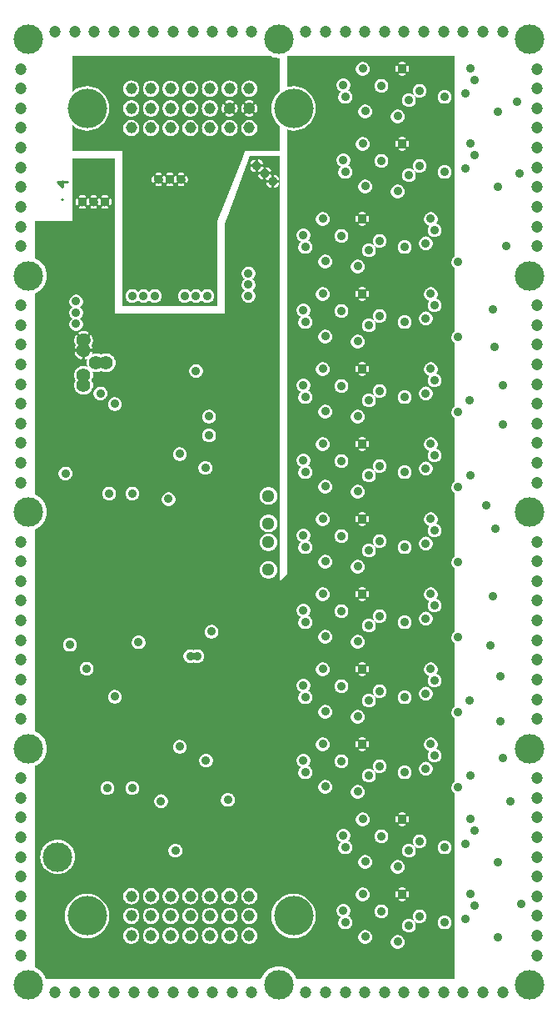
<source format=gbr>
G04 start of page 7 for group 5 idx 5 *
G04 Title: HETPREAMPS, grounds *
G04 Creator: pcb 1.99z *
G04 CreationDate: Mi 04 Jun 2014 09:27:22 GMT UTC *
G04 For: stephan *
G04 Format: Gerber/RS-274X *
G04 PCB-Dimensions (mil): 2952.76 4724.41 *
G04 PCB-Coordinate-Origin: lower left *
%MOIN*%
%FSLAX25Y25*%
%LNGROUNDS*%
%ADD117C,0.0236*%
%ADD116C,0.0256*%
%ADD115C,0.0240*%
%ADD114C,0.0252*%
%ADD113C,0.0866*%
%ADD112C,0.0157*%
%ADD111C,0.0550*%
%ADD110C,0.0512*%
%ADD109C,0.0354*%
%ADD108C,0.0553*%
%ADD107C,0.1181*%
%ADD106C,0.0472*%
%ADD105C,0.1575*%
%ADD104C,0.0453*%
%ADD103C,0.0098*%
%ADD102C,0.0100*%
%ADD101C,0.0001*%
G54D101*G36*
X218000Y49441D02*X213996D01*
Y69427D01*
X214000Y69427D01*
X214432Y69461D01*
X214854Y69562D01*
X215255Y69728D01*
X215625Y69954D01*
X215955Y70236D01*
X216236Y70566D01*
X216463Y70936D01*
X216629Y71337D01*
X216730Y71758D01*
X216756Y72191D01*
X216730Y72623D01*
X216629Y73045D01*
X216463Y73446D01*
X216236Y73816D01*
X215955Y74146D01*
X215625Y74427D01*
X215255Y74654D01*
X214854Y74820D01*
X214432Y74921D01*
X214000Y74955D01*
X213996Y74955D01*
Y99427D01*
X214000Y99427D01*
X214432Y99461D01*
X214854Y99562D01*
X215255Y99728D01*
X215625Y99954D01*
X215955Y100236D01*
X216236Y100566D01*
X216463Y100936D01*
X216629Y101337D01*
X216730Y101758D01*
X216756Y102191D01*
X216730Y102623D01*
X216629Y103045D01*
X216463Y103446D01*
X216236Y103816D01*
X215955Y104146D01*
X215625Y104427D01*
X215255Y104654D01*
X214854Y104820D01*
X214432Y104921D01*
X214000Y104955D01*
X213996Y104955D01*
Y369427D01*
X214000Y369427D01*
X214432Y369461D01*
X214854Y369562D01*
X215255Y369728D01*
X215625Y369954D01*
X215955Y370236D01*
X216236Y370566D01*
X216463Y370936D01*
X216629Y371337D01*
X216730Y371758D01*
X216756Y372191D01*
X216730Y372623D01*
X216629Y373045D01*
X216463Y373446D01*
X216236Y373816D01*
X215955Y374146D01*
X215625Y374427D01*
X215255Y374654D01*
X214854Y374820D01*
X214432Y374921D01*
X214000Y374955D01*
X213996Y374955D01*
Y399427D01*
X214000Y399427D01*
X214432Y399461D01*
X214854Y399562D01*
X215255Y399728D01*
X215625Y399954D01*
X215955Y400236D01*
X216236Y400566D01*
X216463Y400936D01*
X216629Y401337D01*
X216730Y401758D01*
X216756Y402191D01*
X216730Y402623D01*
X216629Y403045D01*
X216463Y403446D01*
X216236Y403816D01*
X215955Y404146D01*
X215625Y404427D01*
X215255Y404654D01*
X214854Y404820D01*
X214432Y404921D01*
X214000Y404955D01*
X213996Y404955D01*
Y418441D01*
X218000D01*
Y338504D01*
X217875Y338427D01*
X217545Y338146D01*
X217264Y337816D01*
X217037Y337446D01*
X216871Y337045D01*
X216770Y336623D01*
X216736Y336191D01*
X216770Y335758D01*
X216871Y335337D01*
X217037Y334936D01*
X217264Y334566D01*
X217545Y334236D01*
X217875Y333954D01*
X218000Y333878D01*
Y308504D01*
X217875Y308427D01*
X217545Y308146D01*
X217264Y307816D01*
X217037Y307446D01*
X216871Y307045D01*
X216770Y306623D01*
X216736Y306191D01*
X216770Y305758D01*
X216871Y305337D01*
X217037Y304936D01*
X217264Y304566D01*
X217545Y304236D01*
X217875Y303954D01*
X218000Y303878D01*
Y278504D01*
X217875Y278427D01*
X217545Y278146D01*
X217264Y277816D01*
X217037Y277446D01*
X216871Y277045D01*
X216770Y276623D01*
X216736Y276191D01*
X216770Y275758D01*
X216871Y275337D01*
X217037Y274936D01*
X217264Y274566D01*
X217545Y274236D01*
X217875Y273954D01*
X218000Y273878D01*
Y248504D01*
X217875Y248427D01*
X217545Y248146D01*
X217264Y247816D01*
X217037Y247446D01*
X216871Y247045D01*
X216770Y246623D01*
X216736Y246191D01*
X216770Y245758D01*
X216871Y245337D01*
X217037Y244936D01*
X217264Y244566D01*
X217545Y244236D01*
X217875Y243954D01*
X218000Y243878D01*
Y218504D01*
X217875Y218427D01*
X217545Y218146D01*
X217264Y217816D01*
X217037Y217446D01*
X216871Y217045D01*
X216770Y216623D01*
X216736Y216191D01*
X216770Y215758D01*
X216871Y215337D01*
X217037Y214936D01*
X217264Y214566D01*
X217545Y214236D01*
X217875Y213954D01*
X218000Y213878D01*
Y188504D01*
X217875Y188427D01*
X217545Y188146D01*
X217264Y187816D01*
X217037Y187446D01*
X216871Y187045D01*
X216770Y186623D01*
X216736Y186191D01*
X216770Y185758D01*
X216871Y185337D01*
X217037Y184936D01*
X217264Y184566D01*
X217545Y184236D01*
X217875Y183954D01*
X218000Y183878D01*
Y158504D01*
X217875Y158427D01*
X217545Y158146D01*
X217264Y157816D01*
X217037Y157446D01*
X216871Y157045D01*
X216770Y156623D01*
X216736Y156191D01*
X216770Y155758D01*
X216871Y155337D01*
X217037Y154936D01*
X217264Y154566D01*
X217545Y154236D01*
X217875Y153954D01*
X218000Y153878D01*
Y128504D01*
X217875Y128427D01*
X217545Y128146D01*
X217264Y127816D01*
X217037Y127446D01*
X216871Y127045D01*
X216770Y126623D01*
X216736Y126191D01*
X216770Y125758D01*
X216871Y125337D01*
X217037Y124936D01*
X217264Y124566D01*
X217545Y124236D01*
X217875Y123954D01*
X218000Y123878D01*
Y49441D01*
G37*
G36*
X213996D02*X206496D01*
Y73515D01*
X206629Y73837D01*
X206730Y74258D01*
X206756Y74691D01*
X206730Y75123D01*
X206629Y75545D01*
X206496Y75867D01*
Y103515D01*
X206629Y103837D01*
X206730Y104258D01*
X206756Y104691D01*
X206730Y105123D01*
X206629Y105545D01*
X206496Y105867D01*
Y130927D01*
X206500Y130927D01*
X206932Y130961D01*
X207354Y131062D01*
X207755Y131228D01*
X208125Y131454D01*
X208455Y131736D01*
X208736Y132066D01*
X208963Y132436D01*
X209129Y132837D01*
X209230Y133258D01*
X209256Y133691D01*
X209230Y134123D01*
X209129Y134545D01*
X208963Y134946D01*
X208736Y135316D01*
X208455Y135646D01*
X208125Y135927D01*
X207755Y136154D01*
X207354Y136320D01*
X206932Y136421D01*
X206500Y136455D01*
X206496Y136455D01*
Y141544D01*
X206545Y141486D01*
X206875Y141204D01*
X207245Y140978D01*
X207646Y140812D01*
X207918Y140747D01*
X207764Y140566D01*
X207537Y140196D01*
X207371Y139795D01*
X207270Y139373D01*
X207236Y138941D01*
X207270Y138508D01*
X207371Y138087D01*
X207537Y137686D01*
X207764Y137316D01*
X208045Y136986D01*
X208375Y136704D01*
X208745Y136478D01*
X209146Y136312D01*
X209568Y136211D01*
X210000Y136177D01*
X210432Y136211D01*
X210854Y136312D01*
X211255Y136478D01*
X211625Y136704D01*
X211955Y136986D01*
X212236Y137316D01*
X212463Y137686D01*
X212629Y138087D01*
X212730Y138508D01*
X212756Y138941D01*
X212730Y139373D01*
X212629Y139795D01*
X212463Y140196D01*
X212236Y140566D01*
X211955Y140896D01*
X211625Y141177D01*
X211255Y141404D01*
X210854Y141570D01*
X210582Y141635D01*
X210736Y141816D01*
X210963Y142186D01*
X211129Y142587D01*
X211230Y143008D01*
X211256Y143441D01*
X211230Y143873D01*
X211129Y144295D01*
X210963Y144696D01*
X210736Y145066D01*
X210455Y145396D01*
X210125Y145677D01*
X209755Y145904D01*
X209354Y146070D01*
X208932Y146171D01*
X208500Y146205D01*
X208068Y146171D01*
X207646Y146070D01*
X207245Y145904D01*
X206875Y145677D01*
X206545Y145396D01*
X206496Y145338D01*
Y160927D01*
X206500Y160927D01*
X206932Y160961D01*
X207354Y161062D01*
X207755Y161228D01*
X208125Y161454D01*
X208455Y161736D01*
X208736Y162066D01*
X208963Y162436D01*
X209129Y162837D01*
X209230Y163258D01*
X209256Y163691D01*
X209230Y164123D01*
X209129Y164545D01*
X208963Y164946D01*
X208736Y165316D01*
X208455Y165646D01*
X208125Y165927D01*
X207755Y166154D01*
X207354Y166320D01*
X206932Y166421D01*
X206500Y166455D01*
X206496Y166455D01*
Y171544D01*
X206545Y171486D01*
X206875Y171204D01*
X207245Y170978D01*
X207646Y170812D01*
X207918Y170747D01*
X207764Y170566D01*
X207537Y170196D01*
X207371Y169795D01*
X207270Y169373D01*
X207236Y168941D01*
X207270Y168508D01*
X207371Y168087D01*
X207537Y167686D01*
X207764Y167316D01*
X208045Y166986D01*
X208375Y166704D01*
X208745Y166478D01*
X209146Y166312D01*
X209568Y166211D01*
X210000Y166177D01*
X210432Y166211D01*
X210854Y166312D01*
X211255Y166478D01*
X211625Y166704D01*
X211955Y166986D01*
X212236Y167316D01*
X212463Y167686D01*
X212629Y168087D01*
X212730Y168508D01*
X212756Y168941D01*
X212730Y169373D01*
X212629Y169795D01*
X212463Y170196D01*
X212236Y170566D01*
X211955Y170896D01*
X211625Y171177D01*
X211255Y171404D01*
X210854Y171570D01*
X210582Y171635D01*
X210736Y171816D01*
X210963Y172186D01*
X211129Y172587D01*
X211230Y173008D01*
X211256Y173441D01*
X211230Y173873D01*
X211129Y174295D01*
X210963Y174696D01*
X210736Y175066D01*
X210455Y175396D01*
X210125Y175677D01*
X209755Y175904D01*
X209354Y176070D01*
X208932Y176171D01*
X208500Y176205D01*
X208068Y176171D01*
X207646Y176070D01*
X207245Y175904D01*
X206875Y175677D01*
X206545Y175396D01*
X206496Y175338D01*
Y190927D01*
X206500Y190927D01*
X206932Y190961D01*
X207354Y191062D01*
X207755Y191228D01*
X208125Y191454D01*
X208455Y191736D01*
X208736Y192066D01*
X208963Y192436D01*
X209129Y192837D01*
X209230Y193258D01*
X209256Y193691D01*
X209230Y194123D01*
X209129Y194545D01*
X208963Y194946D01*
X208736Y195316D01*
X208455Y195646D01*
X208125Y195927D01*
X207755Y196154D01*
X207354Y196320D01*
X206932Y196421D01*
X206500Y196455D01*
X206496Y196455D01*
Y201544D01*
X206545Y201486D01*
X206875Y201204D01*
X207245Y200978D01*
X207646Y200812D01*
X207918Y200747D01*
X207764Y200566D01*
X207537Y200196D01*
X207371Y199795D01*
X207270Y199373D01*
X207236Y198941D01*
X207270Y198508D01*
X207371Y198087D01*
X207537Y197686D01*
X207764Y197316D01*
X208045Y196986D01*
X208375Y196704D01*
X208745Y196478D01*
X209146Y196312D01*
X209568Y196211D01*
X210000Y196177D01*
X210432Y196211D01*
X210854Y196312D01*
X211255Y196478D01*
X211625Y196704D01*
X211955Y196986D01*
X212236Y197316D01*
X212463Y197686D01*
X212629Y198087D01*
X212730Y198508D01*
X212756Y198941D01*
X212730Y199373D01*
X212629Y199795D01*
X212463Y200196D01*
X212236Y200566D01*
X211955Y200896D01*
X211625Y201177D01*
X211255Y201404D01*
X210854Y201570D01*
X210582Y201635D01*
X210736Y201816D01*
X210963Y202186D01*
X211129Y202587D01*
X211230Y203008D01*
X211256Y203441D01*
X211230Y203873D01*
X211129Y204295D01*
X210963Y204696D01*
X210736Y205066D01*
X210455Y205396D01*
X210125Y205677D01*
X209755Y205904D01*
X209354Y206070D01*
X208932Y206171D01*
X208500Y206205D01*
X208068Y206171D01*
X207646Y206070D01*
X207245Y205904D01*
X206875Y205677D01*
X206545Y205396D01*
X206496Y205338D01*
Y220927D01*
X206500Y220927D01*
X206932Y220961D01*
X207354Y221062D01*
X207755Y221228D01*
X208125Y221454D01*
X208455Y221736D01*
X208736Y222066D01*
X208963Y222436D01*
X209129Y222837D01*
X209230Y223258D01*
X209256Y223691D01*
X209230Y224123D01*
X209129Y224545D01*
X208963Y224946D01*
X208736Y225316D01*
X208455Y225646D01*
X208125Y225927D01*
X207755Y226154D01*
X207354Y226320D01*
X206932Y226421D01*
X206500Y226455D01*
X206496Y226455D01*
Y231544D01*
X206545Y231486D01*
X206875Y231204D01*
X207245Y230978D01*
X207646Y230812D01*
X207918Y230747D01*
X207764Y230566D01*
X207537Y230196D01*
X207371Y229795D01*
X207270Y229373D01*
X207236Y228941D01*
X207270Y228508D01*
X207371Y228087D01*
X207537Y227686D01*
X207764Y227316D01*
X208045Y226986D01*
X208375Y226704D01*
X208745Y226478D01*
X209146Y226312D01*
X209568Y226211D01*
X210000Y226177D01*
X210432Y226211D01*
X210854Y226312D01*
X211255Y226478D01*
X211625Y226704D01*
X211955Y226986D01*
X212236Y227316D01*
X212463Y227686D01*
X212629Y228087D01*
X212730Y228508D01*
X212756Y228941D01*
X212730Y229373D01*
X212629Y229795D01*
X212463Y230196D01*
X212236Y230566D01*
X211955Y230896D01*
X211625Y231177D01*
X211255Y231404D01*
X210854Y231570D01*
X210582Y231635D01*
X210736Y231816D01*
X210963Y232186D01*
X211129Y232587D01*
X211230Y233008D01*
X211256Y233441D01*
X211230Y233873D01*
X211129Y234295D01*
X210963Y234696D01*
X210736Y235066D01*
X210455Y235396D01*
X210125Y235677D01*
X209755Y235904D01*
X209354Y236070D01*
X208932Y236171D01*
X208500Y236205D01*
X208068Y236171D01*
X207646Y236070D01*
X207245Y235904D01*
X206875Y235677D01*
X206545Y235396D01*
X206496Y235338D01*
Y250927D01*
X206500Y250927D01*
X206932Y250961D01*
X207354Y251062D01*
X207755Y251228D01*
X208125Y251454D01*
X208455Y251736D01*
X208736Y252066D01*
X208963Y252436D01*
X209129Y252837D01*
X209230Y253258D01*
X209256Y253691D01*
X209230Y254123D01*
X209129Y254545D01*
X208963Y254946D01*
X208736Y255316D01*
X208455Y255646D01*
X208125Y255927D01*
X207755Y256154D01*
X207354Y256320D01*
X206932Y256421D01*
X206500Y256455D01*
X206496Y256455D01*
Y261544D01*
X206545Y261486D01*
X206875Y261204D01*
X207245Y260978D01*
X207646Y260812D01*
X207918Y260747D01*
X207764Y260566D01*
X207537Y260196D01*
X207371Y259795D01*
X207270Y259373D01*
X207236Y258941D01*
X207270Y258508D01*
X207371Y258087D01*
X207537Y257686D01*
X207764Y257316D01*
X208045Y256986D01*
X208375Y256704D01*
X208745Y256478D01*
X209146Y256312D01*
X209568Y256211D01*
X210000Y256177D01*
X210432Y256211D01*
X210854Y256312D01*
X211255Y256478D01*
X211625Y256704D01*
X211955Y256986D01*
X212236Y257316D01*
X212463Y257686D01*
X212629Y258087D01*
X212730Y258508D01*
X212756Y258941D01*
X212730Y259373D01*
X212629Y259795D01*
X212463Y260196D01*
X212236Y260566D01*
X211955Y260896D01*
X211625Y261177D01*
X211255Y261404D01*
X210854Y261570D01*
X210582Y261635D01*
X210736Y261816D01*
X210963Y262186D01*
X211129Y262587D01*
X211230Y263008D01*
X211256Y263441D01*
X211230Y263873D01*
X211129Y264295D01*
X210963Y264696D01*
X210736Y265066D01*
X210455Y265396D01*
X210125Y265677D01*
X209755Y265904D01*
X209354Y266070D01*
X208932Y266171D01*
X208500Y266205D01*
X208068Y266171D01*
X207646Y266070D01*
X207245Y265904D01*
X206875Y265677D01*
X206545Y265396D01*
X206496Y265338D01*
Y280927D01*
X206500Y280927D01*
X206932Y280961D01*
X207354Y281062D01*
X207755Y281228D01*
X208125Y281454D01*
X208455Y281736D01*
X208736Y282066D01*
X208963Y282436D01*
X209129Y282837D01*
X209230Y283258D01*
X209256Y283691D01*
X209230Y284123D01*
X209129Y284545D01*
X208963Y284946D01*
X208736Y285316D01*
X208455Y285646D01*
X208125Y285927D01*
X207755Y286154D01*
X207354Y286320D01*
X206932Y286421D01*
X206500Y286455D01*
X206496Y286455D01*
Y291544D01*
X206545Y291486D01*
X206875Y291204D01*
X207245Y290978D01*
X207646Y290812D01*
X207918Y290747D01*
X207764Y290566D01*
X207537Y290196D01*
X207371Y289795D01*
X207270Y289373D01*
X207236Y288941D01*
X207270Y288508D01*
X207371Y288087D01*
X207537Y287686D01*
X207764Y287316D01*
X208045Y286986D01*
X208375Y286704D01*
X208745Y286478D01*
X209146Y286312D01*
X209568Y286211D01*
X210000Y286177D01*
X210432Y286211D01*
X210854Y286312D01*
X211255Y286478D01*
X211625Y286704D01*
X211955Y286986D01*
X212236Y287316D01*
X212463Y287686D01*
X212629Y288087D01*
X212730Y288508D01*
X212756Y288941D01*
X212730Y289373D01*
X212629Y289795D01*
X212463Y290196D01*
X212236Y290566D01*
X211955Y290896D01*
X211625Y291177D01*
X211255Y291404D01*
X210854Y291570D01*
X210582Y291635D01*
X210736Y291816D01*
X210963Y292186D01*
X211129Y292587D01*
X211230Y293008D01*
X211256Y293441D01*
X211230Y293873D01*
X211129Y294295D01*
X210963Y294696D01*
X210736Y295066D01*
X210455Y295396D01*
X210125Y295677D01*
X209755Y295904D01*
X209354Y296070D01*
X208932Y296171D01*
X208500Y296205D01*
X208068Y296171D01*
X207646Y296070D01*
X207245Y295904D01*
X206875Y295677D01*
X206545Y295396D01*
X206496Y295338D01*
Y310927D01*
X206500Y310927D01*
X206932Y310961D01*
X207354Y311062D01*
X207755Y311228D01*
X208125Y311454D01*
X208455Y311736D01*
X208736Y312066D01*
X208963Y312436D01*
X209129Y312837D01*
X209230Y313258D01*
X209256Y313691D01*
X209230Y314123D01*
X209129Y314545D01*
X208963Y314946D01*
X208736Y315316D01*
X208455Y315646D01*
X208125Y315927D01*
X207755Y316154D01*
X207354Y316320D01*
X206932Y316421D01*
X206500Y316455D01*
X206496Y316455D01*
Y321544D01*
X206545Y321486D01*
X206875Y321204D01*
X207245Y320978D01*
X207646Y320812D01*
X207918Y320747D01*
X207764Y320566D01*
X207537Y320196D01*
X207371Y319795D01*
X207270Y319373D01*
X207236Y318941D01*
X207270Y318508D01*
X207371Y318087D01*
X207537Y317686D01*
X207764Y317316D01*
X208045Y316986D01*
X208375Y316704D01*
X208745Y316478D01*
X209146Y316312D01*
X209568Y316211D01*
X210000Y316177D01*
X210432Y316211D01*
X210854Y316312D01*
X211255Y316478D01*
X211625Y316704D01*
X211955Y316986D01*
X212236Y317316D01*
X212463Y317686D01*
X212629Y318087D01*
X212730Y318508D01*
X212756Y318941D01*
X212730Y319373D01*
X212629Y319795D01*
X212463Y320196D01*
X212236Y320566D01*
X211955Y320896D01*
X211625Y321177D01*
X211255Y321404D01*
X210854Y321570D01*
X210582Y321635D01*
X210736Y321816D01*
X210963Y322186D01*
X211129Y322587D01*
X211230Y323008D01*
X211256Y323441D01*
X211230Y323873D01*
X211129Y324295D01*
X210963Y324696D01*
X210736Y325066D01*
X210455Y325396D01*
X210125Y325677D01*
X209755Y325904D01*
X209354Y326070D01*
X208932Y326171D01*
X208500Y326205D01*
X208068Y326171D01*
X207646Y326070D01*
X207245Y325904D01*
X206875Y325677D01*
X206545Y325396D01*
X206496Y325338D01*
Y340927D01*
X206500Y340927D01*
X206932Y340961D01*
X207354Y341062D01*
X207755Y341228D01*
X208125Y341454D01*
X208455Y341736D01*
X208736Y342066D01*
X208963Y342436D01*
X209129Y342837D01*
X209230Y343258D01*
X209256Y343691D01*
X209230Y344123D01*
X209129Y344545D01*
X208963Y344946D01*
X208736Y345316D01*
X208455Y345646D01*
X208125Y345927D01*
X207755Y346154D01*
X207354Y346320D01*
X206932Y346421D01*
X206500Y346455D01*
X206496Y346455D01*
Y351544D01*
X206545Y351486D01*
X206875Y351204D01*
X207245Y350978D01*
X207646Y350812D01*
X207918Y350747D01*
X207764Y350566D01*
X207537Y350196D01*
X207371Y349795D01*
X207270Y349373D01*
X207236Y348941D01*
X207270Y348508D01*
X207371Y348087D01*
X207537Y347686D01*
X207764Y347316D01*
X208045Y346986D01*
X208375Y346704D01*
X208745Y346478D01*
X209146Y346312D01*
X209568Y346211D01*
X210000Y346177D01*
X210432Y346211D01*
X210854Y346312D01*
X211255Y346478D01*
X211625Y346704D01*
X211955Y346986D01*
X212236Y347316D01*
X212463Y347686D01*
X212629Y348087D01*
X212730Y348508D01*
X212756Y348941D01*
X212730Y349373D01*
X212629Y349795D01*
X212463Y350196D01*
X212236Y350566D01*
X211955Y350896D01*
X211625Y351177D01*
X211255Y351404D01*
X210854Y351570D01*
X210582Y351635D01*
X210736Y351816D01*
X210963Y352186D01*
X211129Y352587D01*
X211230Y353008D01*
X211256Y353441D01*
X211230Y353873D01*
X211129Y354295D01*
X210963Y354696D01*
X210736Y355066D01*
X210455Y355396D01*
X210125Y355677D01*
X209755Y355904D01*
X209354Y356070D01*
X208932Y356171D01*
X208500Y356205D01*
X208068Y356171D01*
X207646Y356070D01*
X207245Y355904D01*
X206875Y355677D01*
X206545Y355396D01*
X206496Y355338D01*
Y373515D01*
X206629Y373837D01*
X206730Y374258D01*
X206756Y374691D01*
X206730Y375123D01*
X206629Y375545D01*
X206496Y375867D01*
Y403515D01*
X206629Y403837D01*
X206730Y404258D01*
X206756Y404691D01*
X206730Y405123D01*
X206629Y405545D01*
X206496Y405867D01*
Y418441D01*
X213996D01*
Y404955D01*
X213568Y404921D01*
X213146Y404820D01*
X212745Y404654D01*
X212375Y404427D01*
X212045Y404146D01*
X211764Y403816D01*
X211537Y403446D01*
X211371Y403045D01*
X211270Y402623D01*
X211236Y402191D01*
X211270Y401758D01*
X211371Y401337D01*
X211537Y400936D01*
X211764Y400566D01*
X212045Y400236D01*
X212375Y399954D01*
X212745Y399728D01*
X213146Y399562D01*
X213568Y399461D01*
X213996Y399427D01*
Y374955D01*
X213568Y374921D01*
X213146Y374820D01*
X212745Y374654D01*
X212375Y374427D01*
X212045Y374146D01*
X211764Y373816D01*
X211537Y373446D01*
X211371Y373045D01*
X211270Y372623D01*
X211236Y372191D01*
X211270Y371758D01*
X211371Y371337D01*
X211537Y370936D01*
X211764Y370566D01*
X212045Y370236D01*
X212375Y369954D01*
X212745Y369728D01*
X213146Y369562D01*
X213568Y369461D01*
X213996Y369427D01*
Y104955D01*
X213568Y104921D01*
X213146Y104820D01*
X212745Y104654D01*
X212375Y104427D01*
X212045Y104146D01*
X211764Y103816D01*
X211537Y103446D01*
X211371Y103045D01*
X211270Y102623D01*
X211236Y102191D01*
X211270Y101758D01*
X211371Y101337D01*
X211537Y100936D01*
X211764Y100566D01*
X212045Y100236D01*
X212375Y99954D01*
X212745Y99728D01*
X213146Y99562D01*
X213568Y99461D01*
X213996Y99427D01*
Y74955D01*
X213568Y74921D01*
X213146Y74820D01*
X212745Y74654D01*
X212375Y74427D01*
X212045Y74146D01*
X211764Y73816D01*
X211537Y73446D01*
X211371Y73045D01*
X211270Y72623D01*
X211236Y72191D01*
X211270Y71758D01*
X211371Y71337D01*
X211537Y70936D01*
X211764Y70566D01*
X212045Y70236D01*
X212375Y69954D01*
X212745Y69728D01*
X213146Y69562D01*
X213568Y69461D01*
X213996Y69427D01*
Y49441D01*
G37*
G36*
X206496D02*X199195D01*
Y68240D01*
X199318Y68211D01*
X199750Y68177D01*
X200182Y68211D01*
X200604Y68312D01*
X201005Y68478D01*
X201375Y68704D01*
X201705Y68986D01*
X201986Y69316D01*
X202213Y69686D01*
X202379Y70087D01*
X202480Y70508D01*
X202506Y70941D01*
X202480Y71373D01*
X202379Y71795D01*
X202213Y72196D01*
X201986Y72566D01*
X201705Y72896D01*
X201375Y73177D01*
X201005Y73404D01*
X200604Y73570D01*
X200182Y73671D01*
X199750Y73705D01*
X199318Y73671D01*
X199195Y73642D01*
Y82175D01*
X199261Y82189D01*
X199334Y82216D01*
X199401Y82254D01*
X199462Y82302D01*
X199515Y82359D01*
X199557Y82423D01*
X199588Y82494D01*
X199664Y82724D01*
X199716Y82960D01*
X199748Y83199D01*
X199759Y83441D01*
X199748Y83682D01*
X199716Y83922D01*
X199664Y84158D01*
X199591Y84388D01*
X199559Y84459D01*
X199516Y84524D01*
X199463Y84581D01*
X199402Y84630D01*
X199335Y84668D01*
X199262Y84695D01*
X199195Y84708D01*
Y98240D01*
X199318Y98211D01*
X199750Y98177D01*
X200182Y98211D01*
X200604Y98312D01*
X201005Y98478D01*
X201375Y98704D01*
X201705Y98986D01*
X201986Y99316D01*
X202213Y99686D01*
X202379Y100087D01*
X202480Y100508D01*
X202506Y100941D01*
X202480Y101373D01*
X202379Y101795D01*
X202213Y102196D01*
X201986Y102566D01*
X201705Y102896D01*
X201375Y103177D01*
X201005Y103404D01*
X200604Y103570D01*
X200182Y103671D01*
X199750Y103705D01*
X199318Y103671D01*
X199195Y103642D01*
Y112175D01*
X199261Y112189D01*
X199334Y112216D01*
X199401Y112254D01*
X199462Y112302D01*
X199515Y112359D01*
X199557Y112423D01*
X199588Y112494D01*
X199664Y112724D01*
X199716Y112960D01*
X199748Y113199D01*
X199759Y113441D01*
X199748Y113682D01*
X199716Y113922D01*
X199664Y114158D01*
X199591Y114388D01*
X199559Y114459D01*
X199516Y114524D01*
X199463Y114581D01*
X199402Y114630D01*
X199335Y114668D01*
X199262Y114695D01*
X199195Y114708D01*
Y129703D01*
X199255Y129728D01*
X199625Y129954D01*
X199955Y130236D01*
X200236Y130566D01*
X200463Y130936D01*
X200629Y131337D01*
X200730Y131758D01*
X200756Y132191D01*
X200730Y132623D01*
X200629Y133045D01*
X200463Y133446D01*
X200236Y133816D01*
X199955Y134146D01*
X199625Y134427D01*
X199255Y134654D01*
X199195Y134679D01*
Y159703D01*
X199255Y159728D01*
X199625Y159954D01*
X199955Y160236D01*
X200236Y160566D01*
X200463Y160936D01*
X200629Y161337D01*
X200730Y161758D01*
X200756Y162191D01*
X200730Y162623D01*
X200629Y163045D01*
X200463Y163446D01*
X200236Y163816D01*
X199955Y164146D01*
X199625Y164427D01*
X199255Y164654D01*
X199195Y164679D01*
Y189703D01*
X199255Y189728D01*
X199625Y189954D01*
X199955Y190236D01*
X200236Y190566D01*
X200463Y190936D01*
X200629Y191337D01*
X200730Y191758D01*
X200756Y192191D01*
X200730Y192623D01*
X200629Y193045D01*
X200463Y193446D01*
X200236Y193816D01*
X199955Y194146D01*
X199625Y194427D01*
X199255Y194654D01*
X199195Y194679D01*
Y219703D01*
X199255Y219728D01*
X199625Y219954D01*
X199955Y220236D01*
X200236Y220566D01*
X200463Y220936D01*
X200629Y221337D01*
X200730Y221758D01*
X200756Y222191D01*
X200730Y222623D01*
X200629Y223045D01*
X200463Y223446D01*
X200236Y223816D01*
X199955Y224146D01*
X199625Y224427D01*
X199255Y224654D01*
X199195Y224679D01*
Y249703D01*
X199255Y249728D01*
X199625Y249954D01*
X199955Y250236D01*
X200236Y250566D01*
X200463Y250936D01*
X200629Y251337D01*
X200730Y251758D01*
X200756Y252191D01*
X200730Y252623D01*
X200629Y253045D01*
X200463Y253446D01*
X200236Y253816D01*
X199955Y254146D01*
X199625Y254427D01*
X199255Y254654D01*
X199195Y254679D01*
Y279703D01*
X199255Y279728D01*
X199625Y279954D01*
X199955Y280236D01*
X200236Y280566D01*
X200463Y280936D01*
X200629Y281337D01*
X200730Y281758D01*
X200756Y282191D01*
X200730Y282623D01*
X200629Y283045D01*
X200463Y283446D01*
X200236Y283816D01*
X199955Y284146D01*
X199625Y284427D01*
X199255Y284654D01*
X199195Y284679D01*
Y309703D01*
X199255Y309728D01*
X199625Y309954D01*
X199955Y310236D01*
X200236Y310566D01*
X200463Y310936D01*
X200629Y311337D01*
X200730Y311758D01*
X200756Y312191D01*
X200730Y312623D01*
X200629Y313045D01*
X200463Y313446D01*
X200236Y313816D01*
X199955Y314146D01*
X199625Y314427D01*
X199255Y314654D01*
X199195Y314679D01*
Y339703D01*
X199255Y339728D01*
X199625Y339954D01*
X199955Y340236D01*
X200236Y340566D01*
X200463Y340936D01*
X200629Y341337D01*
X200730Y341758D01*
X200756Y342191D01*
X200730Y342623D01*
X200629Y343045D01*
X200463Y343446D01*
X200236Y343816D01*
X199955Y344146D01*
X199625Y344427D01*
X199255Y344654D01*
X199195Y344679D01*
Y368240D01*
X199318Y368211D01*
X199750Y368177D01*
X200182Y368211D01*
X200604Y368312D01*
X201005Y368478D01*
X201375Y368704D01*
X201705Y368986D01*
X201986Y369316D01*
X202213Y369686D01*
X202379Y370087D01*
X202480Y370508D01*
X202506Y370941D01*
X202480Y371373D01*
X202379Y371795D01*
X202213Y372196D01*
X201986Y372566D01*
X201705Y372896D01*
X201375Y373177D01*
X201005Y373404D01*
X200604Y373570D01*
X200182Y373671D01*
X199750Y373705D01*
X199318Y373671D01*
X199195Y373642D01*
Y382175D01*
X199261Y382189D01*
X199334Y382216D01*
X199401Y382254D01*
X199462Y382302D01*
X199515Y382359D01*
X199557Y382423D01*
X199588Y382494D01*
X199664Y382724D01*
X199716Y382960D01*
X199748Y383199D01*
X199759Y383441D01*
X199748Y383682D01*
X199716Y383922D01*
X199664Y384158D01*
X199591Y384388D01*
X199559Y384459D01*
X199516Y384524D01*
X199463Y384581D01*
X199402Y384630D01*
X199335Y384668D01*
X199262Y384695D01*
X199195Y384708D01*
Y398240D01*
X199318Y398211D01*
X199750Y398177D01*
X200182Y398211D01*
X200604Y398312D01*
X201005Y398478D01*
X201375Y398704D01*
X201705Y398986D01*
X201986Y399316D01*
X202213Y399686D01*
X202379Y400087D01*
X202480Y400508D01*
X202506Y400941D01*
X202480Y401373D01*
X202379Y401795D01*
X202213Y402196D01*
X201986Y402566D01*
X201705Y402896D01*
X201375Y403177D01*
X201005Y403404D01*
X200604Y403570D01*
X200182Y403671D01*
X199750Y403705D01*
X199318Y403671D01*
X199195Y403642D01*
Y412175D01*
X199261Y412189D01*
X199334Y412216D01*
X199401Y412254D01*
X199462Y412302D01*
X199515Y412359D01*
X199557Y412423D01*
X199588Y412494D01*
X199664Y412724D01*
X199716Y412960D01*
X199748Y413199D01*
X199759Y413441D01*
X199748Y413682D01*
X199716Y413922D01*
X199664Y414158D01*
X199591Y414388D01*
X199559Y414459D01*
X199516Y414524D01*
X199463Y414581D01*
X199402Y414630D01*
X199335Y414668D01*
X199262Y414695D01*
X199195Y414708D01*
Y418441D01*
X206496D01*
Y405867D01*
X206463Y405946D01*
X206236Y406316D01*
X205955Y406646D01*
X205625Y406927D01*
X205255Y407154D01*
X204854Y407320D01*
X204432Y407421D01*
X204000Y407455D01*
X203568Y407421D01*
X203146Y407320D01*
X202745Y407154D01*
X202375Y406927D01*
X202045Y406646D01*
X201764Y406316D01*
X201537Y405946D01*
X201371Y405545D01*
X201270Y405123D01*
X201236Y404691D01*
X201270Y404258D01*
X201371Y403837D01*
X201537Y403436D01*
X201764Y403066D01*
X202045Y402736D01*
X202375Y402454D01*
X202745Y402228D01*
X203146Y402062D01*
X203568Y401961D01*
X204000Y401927D01*
X204432Y401961D01*
X204854Y402062D01*
X205255Y402228D01*
X205625Y402454D01*
X205955Y402736D01*
X206236Y403066D01*
X206463Y403436D01*
X206496Y403515D01*
Y375867D01*
X206463Y375946D01*
X206236Y376316D01*
X205955Y376646D01*
X205625Y376927D01*
X205255Y377154D01*
X204854Y377320D01*
X204432Y377421D01*
X204000Y377455D01*
X203568Y377421D01*
X203146Y377320D01*
X202745Y377154D01*
X202375Y376927D01*
X202045Y376646D01*
X201764Y376316D01*
X201537Y375946D01*
X201371Y375545D01*
X201270Y375123D01*
X201236Y374691D01*
X201270Y374258D01*
X201371Y373837D01*
X201537Y373436D01*
X201764Y373066D01*
X202045Y372736D01*
X202375Y372454D01*
X202745Y372228D01*
X203146Y372062D01*
X203568Y371961D01*
X204000Y371927D01*
X204432Y371961D01*
X204854Y372062D01*
X205255Y372228D01*
X205625Y372454D01*
X205955Y372736D01*
X206236Y373066D01*
X206463Y373436D01*
X206496Y373515D01*
Y355338D01*
X206264Y355066D01*
X206037Y354696D01*
X205871Y354295D01*
X205770Y353873D01*
X205736Y353441D01*
X205770Y353008D01*
X205871Y352587D01*
X206037Y352186D01*
X206264Y351816D01*
X206496Y351544D01*
Y346455D01*
X206068Y346421D01*
X205646Y346320D01*
X205245Y346154D01*
X204875Y345927D01*
X204545Y345646D01*
X204264Y345316D01*
X204037Y344946D01*
X203871Y344545D01*
X203770Y344123D01*
X203736Y343691D01*
X203770Y343258D01*
X203871Y342837D01*
X204037Y342436D01*
X204264Y342066D01*
X204545Y341736D01*
X204875Y341454D01*
X205245Y341228D01*
X205646Y341062D01*
X206068Y340961D01*
X206496Y340927D01*
Y325338D01*
X206264Y325066D01*
X206037Y324696D01*
X205871Y324295D01*
X205770Y323873D01*
X205736Y323441D01*
X205770Y323008D01*
X205871Y322587D01*
X206037Y322186D01*
X206264Y321816D01*
X206496Y321544D01*
Y316455D01*
X206068Y316421D01*
X205646Y316320D01*
X205245Y316154D01*
X204875Y315927D01*
X204545Y315646D01*
X204264Y315316D01*
X204037Y314946D01*
X203871Y314545D01*
X203770Y314123D01*
X203736Y313691D01*
X203770Y313258D01*
X203871Y312837D01*
X204037Y312436D01*
X204264Y312066D01*
X204545Y311736D01*
X204875Y311454D01*
X205245Y311228D01*
X205646Y311062D01*
X206068Y310961D01*
X206496Y310927D01*
Y295338D01*
X206264Y295066D01*
X206037Y294696D01*
X205871Y294295D01*
X205770Y293873D01*
X205736Y293441D01*
X205770Y293008D01*
X205871Y292587D01*
X206037Y292186D01*
X206264Y291816D01*
X206496Y291544D01*
Y286455D01*
X206068Y286421D01*
X205646Y286320D01*
X205245Y286154D01*
X204875Y285927D01*
X204545Y285646D01*
X204264Y285316D01*
X204037Y284946D01*
X203871Y284545D01*
X203770Y284123D01*
X203736Y283691D01*
X203770Y283258D01*
X203871Y282837D01*
X204037Y282436D01*
X204264Y282066D01*
X204545Y281736D01*
X204875Y281454D01*
X205245Y281228D01*
X205646Y281062D01*
X206068Y280961D01*
X206496Y280927D01*
Y265338D01*
X206264Y265066D01*
X206037Y264696D01*
X205871Y264295D01*
X205770Y263873D01*
X205736Y263441D01*
X205770Y263008D01*
X205871Y262587D01*
X206037Y262186D01*
X206264Y261816D01*
X206496Y261544D01*
Y256455D01*
X206068Y256421D01*
X205646Y256320D01*
X205245Y256154D01*
X204875Y255927D01*
X204545Y255646D01*
X204264Y255316D01*
X204037Y254946D01*
X203871Y254545D01*
X203770Y254123D01*
X203736Y253691D01*
X203770Y253258D01*
X203871Y252837D01*
X204037Y252436D01*
X204264Y252066D01*
X204545Y251736D01*
X204875Y251454D01*
X205245Y251228D01*
X205646Y251062D01*
X206068Y250961D01*
X206496Y250927D01*
Y235338D01*
X206264Y235066D01*
X206037Y234696D01*
X205871Y234295D01*
X205770Y233873D01*
X205736Y233441D01*
X205770Y233008D01*
X205871Y232587D01*
X206037Y232186D01*
X206264Y231816D01*
X206496Y231544D01*
Y226455D01*
X206068Y226421D01*
X205646Y226320D01*
X205245Y226154D01*
X204875Y225927D01*
X204545Y225646D01*
X204264Y225316D01*
X204037Y224946D01*
X203871Y224545D01*
X203770Y224123D01*
X203736Y223691D01*
X203770Y223258D01*
X203871Y222837D01*
X204037Y222436D01*
X204264Y222066D01*
X204545Y221736D01*
X204875Y221454D01*
X205245Y221228D01*
X205646Y221062D01*
X206068Y220961D01*
X206496Y220927D01*
Y205338D01*
X206264Y205066D01*
X206037Y204696D01*
X205871Y204295D01*
X205770Y203873D01*
X205736Y203441D01*
X205770Y203008D01*
X205871Y202587D01*
X206037Y202186D01*
X206264Y201816D01*
X206496Y201544D01*
Y196455D01*
X206068Y196421D01*
X205646Y196320D01*
X205245Y196154D01*
X204875Y195927D01*
X204545Y195646D01*
X204264Y195316D01*
X204037Y194946D01*
X203871Y194545D01*
X203770Y194123D01*
X203736Y193691D01*
X203770Y193258D01*
X203871Y192837D01*
X204037Y192436D01*
X204264Y192066D01*
X204545Y191736D01*
X204875Y191454D01*
X205245Y191228D01*
X205646Y191062D01*
X206068Y190961D01*
X206496Y190927D01*
Y175338D01*
X206264Y175066D01*
X206037Y174696D01*
X205871Y174295D01*
X205770Y173873D01*
X205736Y173441D01*
X205770Y173008D01*
X205871Y172587D01*
X206037Y172186D01*
X206264Y171816D01*
X206496Y171544D01*
Y166455D01*
X206068Y166421D01*
X205646Y166320D01*
X205245Y166154D01*
X204875Y165927D01*
X204545Y165646D01*
X204264Y165316D01*
X204037Y164946D01*
X203871Y164545D01*
X203770Y164123D01*
X203736Y163691D01*
X203770Y163258D01*
X203871Y162837D01*
X204037Y162436D01*
X204264Y162066D01*
X204545Y161736D01*
X204875Y161454D01*
X205245Y161228D01*
X205646Y161062D01*
X206068Y160961D01*
X206496Y160927D01*
Y145338D01*
X206264Y145066D01*
X206037Y144696D01*
X205871Y144295D01*
X205770Y143873D01*
X205736Y143441D01*
X205770Y143008D01*
X205871Y142587D01*
X206037Y142186D01*
X206264Y141816D01*
X206496Y141544D01*
Y136455D01*
X206068Y136421D01*
X205646Y136320D01*
X205245Y136154D01*
X204875Y135927D01*
X204545Y135646D01*
X204264Y135316D01*
X204037Y134946D01*
X203871Y134545D01*
X203770Y134123D01*
X203736Y133691D01*
X203770Y133258D01*
X203871Y132837D01*
X204037Y132436D01*
X204264Y132066D01*
X204545Y131736D01*
X204875Y131454D01*
X205245Y131228D01*
X205646Y131062D01*
X206068Y130961D01*
X206496Y130927D01*
Y105867D01*
X206463Y105946D01*
X206236Y106316D01*
X205955Y106646D01*
X205625Y106927D01*
X205255Y107154D01*
X204854Y107320D01*
X204432Y107421D01*
X204000Y107455D01*
X203568Y107421D01*
X203146Y107320D01*
X202745Y107154D01*
X202375Y106927D01*
X202045Y106646D01*
X201764Y106316D01*
X201537Y105946D01*
X201371Y105545D01*
X201270Y105123D01*
X201236Y104691D01*
X201270Y104258D01*
X201371Y103837D01*
X201537Y103436D01*
X201764Y103066D01*
X202045Y102736D01*
X202375Y102454D01*
X202745Y102228D01*
X203146Y102062D01*
X203568Y101961D01*
X204000Y101927D01*
X204432Y101961D01*
X204854Y102062D01*
X205255Y102228D01*
X205625Y102454D01*
X205955Y102736D01*
X206236Y103066D01*
X206463Y103436D01*
X206496Y103515D01*
Y75867D01*
X206463Y75946D01*
X206236Y76316D01*
X205955Y76646D01*
X205625Y76927D01*
X205255Y77154D01*
X204854Y77320D01*
X204432Y77421D01*
X204000Y77455D01*
X203568Y77421D01*
X203146Y77320D01*
X202745Y77154D01*
X202375Y76927D01*
X202045Y76646D01*
X201764Y76316D01*
X201537Y75946D01*
X201371Y75545D01*
X201270Y75123D01*
X201236Y74691D01*
X201270Y74258D01*
X201371Y73837D01*
X201537Y73436D01*
X201764Y73066D01*
X202045Y72736D01*
X202375Y72454D01*
X202745Y72228D01*
X203146Y72062D01*
X203568Y71961D01*
X204000Y71927D01*
X204432Y71961D01*
X204854Y72062D01*
X205255Y72228D01*
X205625Y72454D01*
X205955Y72736D01*
X206236Y73066D01*
X206463Y73436D01*
X206496Y73515D01*
Y49441D01*
G37*
G36*
X199195Y403642D02*X198896Y403570D01*
X198495Y403404D01*
X198125Y403177D01*
X197996Y403067D01*
Y410872D01*
X198018Y410882D01*
X198083Y410925D01*
X198140Y410978D01*
X198189Y411039D01*
X198227Y411106D01*
X198254Y411179D01*
X198269Y411255D01*
X198273Y411333D01*
X198264Y411410D01*
X198243Y411485D01*
X198210Y411556D01*
X198167Y411620D01*
X198115Y411678D01*
X198054Y411726D01*
X197996Y411759D01*
Y415125D01*
X198053Y415157D01*
X198114Y415205D01*
X198166Y415262D01*
X198209Y415327D01*
X198241Y415397D01*
X198262Y415472D01*
X198271Y415549D01*
X198268Y415626D01*
X198252Y415702D01*
X198225Y415775D01*
X198187Y415842D01*
X198139Y415903D01*
X198082Y415956D01*
X198018Y415998D01*
X197996Y416008D01*
Y418441D01*
X199195D01*
Y414708D01*
X199186Y414710D01*
X199108Y414714D01*
X199031Y414705D01*
X198956Y414684D01*
X198885Y414651D01*
X198820Y414608D01*
X198763Y414556D01*
X198715Y414495D01*
X198677Y414427D01*
X198650Y414354D01*
X198634Y414278D01*
X198631Y414200D01*
X198640Y414123D01*
X198662Y414049D01*
X198711Y413901D01*
X198744Y413750D01*
X198765Y413596D01*
X198772Y413441D01*
X198765Y413286D01*
X198744Y413132D01*
X198711Y412980D01*
X198664Y412832D01*
X198642Y412758D01*
X198633Y412681D01*
X198636Y412604D01*
X198651Y412528D01*
X198678Y412455D01*
X198716Y412388D01*
X198765Y412327D01*
X198822Y412275D01*
X198886Y412232D01*
X198956Y412200D01*
X199031Y412179D01*
X199108Y412170D01*
X199185Y412173D01*
X199195Y412175D01*
Y403642D01*
G37*
G36*
Y373642D02*X198896Y373570D01*
X198495Y373404D01*
X198125Y373177D01*
X197996Y373067D01*
Y380872D01*
X198018Y380882D01*
X198083Y380925D01*
X198140Y380978D01*
X198189Y381039D01*
X198227Y381106D01*
X198254Y381179D01*
X198269Y381255D01*
X198273Y381333D01*
X198264Y381410D01*
X198243Y381485D01*
X198210Y381556D01*
X198167Y381620D01*
X198115Y381678D01*
X198054Y381726D01*
X197996Y381759D01*
Y385125D01*
X198053Y385157D01*
X198114Y385205D01*
X198166Y385262D01*
X198209Y385327D01*
X198241Y385397D01*
X198262Y385472D01*
X198271Y385549D01*
X198268Y385626D01*
X198252Y385702D01*
X198225Y385775D01*
X198187Y385842D01*
X198139Y385903D01*
X198082Y385956D01*
X198018Y385998D01*
X197996Y386008D01*
Y394269D01*
X198006Y394441D01*
X197996Y394613D01*
Y398815D01*
X198125Y398704D01*
X198495Y398478D01*
X198896Y398312D01*
X199195Y398240D01*
Y384708D01*
X199186Y384710D01*
X199108Y384714D01*
X199031Y384705D01*
X198956Y384684D01*
X198885Y384651D01*
X198820Y384608D01*
X198763Y384556D01*
X198715Y384495D01*
X198677Y384427D01*
X198650Y384354D01*
X198634Y384278D01*
X198631Y384200D01*
X198640Y384123D01*
X198662Y384049D01*
X198711Y383901D01*
X198744Y383750D01*
X198765Y383596D01*
X198772Y383441D01*
X198765Y383286D01*
X198744Y383132D01*
X198711Y382980D01*
X198664Y382832D01*
X198642Y382758D01*
X198633Y382681D01*
X198636Y382604D01*
X198651Y382528D01*
X198678Y382455D01*
X198716Y382388D01*
X198765Y382327D01*
X198822Y382275D01*
X198886Y382232D01*
X198956Y382200D01*
X199031Y382179D01*
X199108Y382170D01*
X199185Y382173D01*
X199195Y382175D01*
Y373642D01*
G37*
G36*
Y344679D02*X198854Y344820D01*
X198432Y344921D01*
X198000Y344955D01*
X197996Y344955D01*
Y364269D01*
X198006Y364441D01*
X197996Y364613D01*
Y368815D01*
X198125Y368704D01*
X198495Y368478D01*
X198896Y368312D01*
X199195Y368240D01*
Y344679D01*
G37*
G36*
Y314679D02*X198854Y314820D01*
X198432Y314921D01*
X198000Y314955D01*
X197996Y314955D01*
Y339427D01*
X198000Y339427D01*
X198432Y339461D01*
X198854Y339562D01*
X199195Y339703D01*
Y314679D01*
G37*
G36*
Y284679D02*X198854Y284820D01*
X198432Y284921D01*
X198000Y284955D01*
X197996Y284955D01*
Y309427D01*
X198000Y309427D01*
X198432Y309461D01*
X198854Y309562D01*
X199195Y309703D01*
Y284679D01*
G37*
G36*
Y254679D02*X198854Y254820D01*
X198432Y254921D01*
X198000Y254955D01*
X197996Y254955D01*
Y279427D01*
X198000Y279427D01*
X198432Y279461D01*
X198854Y279562D01*
X199195Y279703D01*
Y254679D01*
G37*
G36*
Y224679D02*X198854Y224820D01*
X198432Y224921D01*
X198000Y224955D01*
X197996Y224955D01*
Y249427D01*
X198000Y249427D01*
X198432Y249461D01*
X198854Y249562D01*
X199195Y249703D01*
Y224679D01*
G37*
G36*
Y194679D02*X198854Y194820D01*
X198432Y194921D01*
X198000Y194955D01*
X197996Y194955D01*
Y219427D01*
X198000Y219427D01*
X198432Y219461D01*
X198854Y219562D01*
X199195Y219703D01*
Y194679D01*
G37*
G36*
Y164679D02*X198854Y164820D01*
X198432Y164921D01*
X198000Y164955D01*
X197996Y164955D01*
Y189427D01*
X198000Y189427D01*
X198432Y189461D01*
X198854Y189562D01*
X199195Y189703D01*
Y164679D01*
G37*
G36*
Y134679D02*X198854Y134820D01*
X198432Y134921D01*
X198000Y134955D01*
X197996Y134955D01*
Y159427D01*
X198000Y159427D01*
X198432Y159461D01*
X198854Y159562D01*
X199195Y159703D01*
Y134679D01*
G37*
G36*
Y103642D02*X198896Y103570D01*
X198495Y103404D01*
X198125Y103177D01*
X197996Y103067D01*
Y110872D01*
X198018Y110882D01*
X198083Y110925D01*
X198140Y110978D01*
X198189Y111039D01*
X198227Y111106D01*
X198254Y111179D01*
X198269Y111255D01*
X198273Y111333D01*
X198264Y111410D01*
X198243Y111485D01*
X198210Y111556D01*
X198167Y111620D01*
X198115Y111678D01*
X198054Y111726D01*
X197996Y111759D01*
Y115125D01*
X198053Y115157D01*
X198114Y115205D01*
X198166Y115262D01*
X198209Y115327D01*
X198241Y115397D01*
X198262Y115472D01*
X198271Y115549D01*
X198268Y115626D01*
X198252Y115702D01*
X198225Y115775D01*
X198187Y115842D01*
X198139Y115903D01*
X198082Y115956D01*
X198018Y115998D01*
X197996Y116008D01*
Y129427D01*
X198000Y129427D01*
X198432Y129461D01*
X198854Y129562D01*
X199195Y129703D01*
Y114708D01*
X199186Y114710D01*
X199108Y114714D01*
X199031Y114705D01*
X198956Y114684D01*
X198885Y114651D01*
X198820Y114608D01*
X198763Y114556D01*
X198715Y114495D01*
X198677Y114427D01*
X198650Y114354D01*
X198634Y114278D01*
X198631Y114200D01*
X198640Y114123D01*
X198662Y114049D01*
X198711Y113901D01*
X198744Y113750D01*
X198765Y113596D01*
X198772Y113441D01*
X198765Y113286D01*
X198744Y113132D01*
X198711Y112980D01*
X198664Y112832D01*
X198642Y112758D01*
X198633Y112681D01*
X198636Y112604D01*
X198651Y112528D01*
X198678Y112455D01*
X198716Y112388D01*
X198765Y112327D01*
X198822Y112275D01*
X198886Y112232D01*
X198956Y112200D01*
X199031Y112179D01*
X199108Y112170D01*
X199185Y112173D01*
X199195Y112175D01*
Y103642D01*
G37*
G36*
Y73642D02*X198896Y73570D01*
X198495Y73404D01*
X198125Y73177D01*
X197996Y73067D01*
Y80872D01*
X198018Y80882D01*
X198083Y80925D01*
X198140Y80978D01*
X198189Y81039D01*
X198227Y81106D01*
X198254Y81179D01*
X198269Y81255D01*
X198273Y81333D01*
X198264Y81410D01*
X198243Y81485D01*
X198210Y81556D01*
X198167Y81620D01*
X198115Y81678D01*
X198054Y81726D01*
X197996Y81759D01*
Y85125D01*
X198053Y85157D01*
X198114Y85205D01*
X198166Y85262D01*
X198209Y85327D01*
X198241Y85397D01*
X198262Y85472D01*
X198271Y85549D01*
X198268Y85626D01*
X198252Y85702D01*
X198225Y85775D01*
X198187Y85842D01*
X198139Y85903D01*
X198082Y85956D01*
X198018Y85998D01*
X197996Y86008D01*
Y94269D01*
X198006Y94441D01*
X197996Y94613D01*
Y98815D01*
X198125Y98704D01*
X198495Y98478D01*
X198896Y98312D01*
X199195Y98240D01*
Y84708D01*
X199186Y84710D01*
X199108Y84714D01*
X199031Y84705D01*
X198956Y84684D01*
X198885Y84651D01*
X198820Y84608D01*
X198763Y84556D01*
X198715Y84495D01*
X198677Y84427D01*
X198650Y84354D01*
X198634Y84278D01*
X198631Y84200D01*
X198640Y84123D01*
X198662Y84049D01*
X198711Y83901D01*
X198744Y83750D01*
X198765Y83596D01*
X198772Y83441D01*
X198765Y83286D01*
X198744Y83132D01*
X198711Y82980D01*
X198664Y82832D01*
X198642Y82758D01*
X198633Y82681D01*
X198636Y82604D01*
X198651Y82528D01*
X198678Y82455D01*
X198716Y82388D01*
X198765Y82327D01*
X198822Y82275D01*
X198886Y82232D01*
X198956Y82200D01*
X199031Y82179D01*
X199108Y82170D01*
X199185Y82173D01*
X199195Y82175D01*
Y73642D01*
G37*
G36*
Y49441D02*X197996D01*
Y64269D01*
X198006Y64441D01*
X197996Y64613D01*
Y68815D01*
X198125Y68704D01*
X198495Y68478D01*
X198896Y68312D01*
X199195Y68240D01*
Y49441D01*
G37*
G36*
X194805Y91714D02*X194818Y91711D01*
X195250Y91677D01*
X195682Y91711D01*
X196104Y91812D01*
X196505Y91978D01*
X196875Y92204D01*
X197205Y92486D01*
X197486Y92816D01*
X197713Y93186D01*
X197879Y93587D01*
X197980Y94008D01*
X197996Y94269D01*
Y86008D01*
X197947Y86029D01*
X197717Y86105D01*
X197481Y86157D01*
X197241Y86189D01*
X197000Y86200D01*
X196759Y86189D01*
X196519Y86157D01*
X196283Y86105D01*
X196052Y86032D01*
X195982Y86000D01*
X195917Y85957D01*
X195860Y85904D01*
X195811Y85843D01*
X195773Y85776D01*
X195746Y85703D01*
X195731Y85627D01*
X195727Y85549D01*
X195736Y85472D01*
X195757Y85397D01*
X195790Y85326D01*
X195833Y85261D01*
X195885Y85204D01*
X195946Y85156D01*
X196014Y85118D01*
X196087Y85091D01*
X196163Y85075D01*
X196240Y85072D01*
X196318Y85081D01*
X196392Y85103D01*
X196539Y85152D01*
X196691Y85185D01*
X196845Y85206D01*
X197000Y85213D01*
X197155Y85206D01*
X197309Y85185D01*
X197461Y85152D01*
X197609Y85105D01*
X197683Y85083D01*
X197760Y85074D01*
X197837Y85077D01*
X197913Y85092D01*
X197985Y85119D01*
X197996Y85125D01*
Y81759D01*
X197986Y81764D01*
X197913Y81791D01*
X197837Y81807D01*
X197759Y81810D01*
X197682Y81801D01*
X197608Y81779D01*
X197461Y81730D01*
X197309Y81696D01*
X197155Y81676D01*
X197000Y81669D01*
X196845Y81676D01*
X196691Y81696D01*
X196539Y81730D01*
X196391Y81777D01*
X196317Y81799D01*
X196240Y81808D01*
X196163Y81805D01*
X196087Y81790D01*
X196015Y81763D01*
X195947Y81725D01*
X195886Y81676D01*
X195834Y81619D01*
X195791Y81555D01*
X195759Y81484D01*
X195738Y81410D01*
X195729Y81333D01*
X195732Y81255D01*
X195748Y81180D01*
X195775Y81107D01*
X195813Y81039D01*
X195861Y80979D01*
X195918Y80926D01*
X195982Y80884D01*
X196053Y80853D01*
X196283Y80777D01*
X196519Y80725D01*
X196759Y80693D01*
X197000Y80682D01*
X197241Y80693D01*
X197481Y80725D01*
X197717Y80777D01*
X197947Y80850D01*
X197996Y80872D01*
Y73067D01*
X197795Y72896D01*
X197514Y72566D01*
X197287Y72196D01*
X197121Y71795D01*
X197020Y71373D01*
X196986Y70941D01*
X197020Y70508D01*
X197121Y70087D01*
X197287Y69686D01*
X197514Y69316D01*
X197795Y68986D01*
X197996Y68815D01*
Y64613D01*
X197980Y64873D01*
X197879Y65295D01*
X197713Y65696D01*
X197486Y66066D01*
X197205Y66396D01*
X196875Y66677D01*
X196505Y66904D01*
X196104Y67070D01*
X195682Y67171D01*
X195250Y67205D01*
X194818Y67171D01*
X194805Y67168D01*
Y82173D01*
X194814Y82172D01*
X194892Y82168D01*
X194969Y82177D01*
X195044Y82198D01*
X195115Y82231D01*
X195180Y82274D01*
X195237Y82326D01*
X195285Y82387D01*
X195323Y82455D01*
X195350Y82528D01*
X195366Y82604D01*
X195369Y82681D01*
X195360Y82759D01*
X195338Y82833D01*
X195289Y82980D01*
X195256Y83132D01*
X195235Y83286D01*
X195228Y83441D01*
X195235Y83596D01*
X195256Y83750D01*
X195289Y83901D01*
X195336Y84049D01*
X195358Y84124D01*
X195367Y84201D01*
X195364Y84278D01*
X195349Y84354D01*
X195322Y84426D01*
X195284Y84494D01*
X195235Y84555D01*
X195178Y84607D01*
X195114Y84650D01*
X195043Y84682D01*
X194969Y84703D01*
X194892Y84712D01*
X194815Y84709D01*
X194805Y84707D01*
Y91714D01*
G37*
G36*
Y361714D02*X194818Y361711D01*
X195250Y361677D01*
X195682Y361711D01*
X196104Y361812D01*
X196505Y361978D01*
X196875Y362204D01*
X197205Y362486D01*
X197486Y362816D01*
X197713Y363186D01*
X197879Y363587D01*
X197980Y364008D01*
X197996Y364269D01*
Y344955D01*
X197568Y344921D01*
X197146Y344820D01*
X196745Y344654D01*
X196375Y344427D01*
X196045Y344146D01*
X195764Y343816D01*
X195537Y343446D01*
X195371Y343045D01*
X195270Y342623D01*
X195236Y342191D01*
X195270Y341758D01*
X195371Y341337D01*
X195537Y340936D01*
X195764Y340566D01*
X196045Y340236D01*
X196375Y339954D01*
X196745Y339728D01*
X197146Y339562D01*
X197568Y339461D01*
X197996Y339427D01*
Y314955D01*
X197568Y314921D01*
X197146Y314820D01*
X196745Y314654D01*
X196375Y314427D01*
X196045Y314146D01*
X195764Y313816D01*
X195537Y313446D01*
X195371Y313045D01*
X195270Y312623D01*
X195236Y312191D01*
X195270Y311758D01*
X195371Y311337D01*
X195537Y310936D01*
X195764Y310566D01*
X196045Y310236D01*
X196375Y309954D01*
X196745Y309728D01*
X197146Y309562D01*
X197568Y309461D01*
X197996Y309427D01*
Y284955D01*
X197568Y284921D01*
X197146Y284820D01*
X196745Y284654D01*
X196375Y284427D01*
X196045Y284146D01*
X195764Y283816D01*
X195537Y283446D01*
X195371Y283045D01*
X195270Y282623D01*
X195236Y282191D01*
X195270Y281758D01*
X195371Y281337D01*
X195537Y280936D01*
X195764Y280566D01*
X196045Y280236D01*
X196375Y279954D01*
X196745Y279728D01*
X197146Y279562D01*
X197568Y279461D01*
X197996Y279427D01*
Y254955D01*
X197568Y254921D01*
X197146Y254820D01*
X196745Y254654D01*
X196375Y254427D01*
X196045Y254146D01*
X195764Y253816D01*
X195537Y253446D01*
X195371Y253045D01*
X195270Y252623D01*
X195236Y252191D01*
X195270Y251758D01*
X195371Y251337D01*
X195537Y250936D01*
X195764Y250566D01*
X196045Y250236D01*
X196375Y249954D01*
X196745Y249728D01*
X197146Y249562D01*
X197568Y249461D01*
X197996Y249427D01*
Y224955D01*
X197568Y224921D01*
X197146Y224820D01*
X196745Y224654D01*
X196375Y224427D01*
X196045Y224146D01*
X195764Y223816D01*
X195537Y223446D01*
X195371Y223045D01*
X195270Y222623D01*
X195236Y222191D01*
X195270Y221758D01*
X195371Y221337D01*
X195537Y220936D01*
X195764Y220566D01*
X196045Y220236D01*
X196375Y219954D01*
X196745Y219728D01*
X197146Y219562D01*
X197568Y219461D01*
X197996Y219427D01*
Y194955D01*
X197568Y194921D01*
X197146Y194820D01*
X196745Y194654D01*
X196375Y194427D01*
X196045Y194146D01*
X195764Y193816D01*
X195537Y193446D01*
X195371Y193045D01*
X195270Y192623D01*
X195236Y192191D01*
X195270Y191758D01*
X195371Y191337D01*
X195537Y190936D01*
X195764Y190566D01*
X196045Y190236D01*
X196375Y189954D01*
X196745Y189728D01*
X197146Y189562D01*
X197568Y189461D01*
X197996Y189427D01*
Y164955D01*
X197568Y164921D01*
X197146Y164820D01*
X196745Y164654D01*
X196375Y164427D01*
X196045Y164146D01*
X195764Y163816D01*
X195537Y163446D01*
X195371Y163045D01*
X195270Y162623D01*
X195236Y162191D01*
X195270Y161758D01*
X195371Y161337D01*
X195537Y160936D01*
X195764Y160566D01*
X196045Y160236D01*
X196375Y159954D01*
X196745Y159728D01*
X197146Y159562D01*
X197568Y159461D01*
X197996Y159427D01*
Y134955D01*
X197568Y134921D01*
X197146Y134820D01*
X196745Y134654D01*
X196375Y134427D01*
X196045Y134146D01*
X195764Y133816D01*
X195537Y133446D01*
X195371Y133045D01*
X195270Y132623D01*
X195236Y132191D01*
X195270Y131758D01*
X195371Y131337D01*
X195537Y130936D01*
X195764Y130566D01*
X196045Y130236D01*
X196375Y129954D01*
X196745Y129728D01*
X197146Y129562D01*
X197568Y129461D01*
X197996Y129427D01*
Y116008D01*
X197947Y116029D01*
X197717Y116105D01*
X197481Y116157D01*
X197241Y116189D01*
X197000Y116199D01*
X196759Y116189D01*
X196519Y116157D01*
X196283Y116105D01*
X196052Y116032D01*
X195982Y116000D01*
X195917Y115957D01*
X195860Y115904D01*
X195811Y115843D01*
X195773Y115776D01*
X195746Y115703D01*
X195731Y115627D01*
X195727Y115549D01*
X195736Y115472D01*
X195757Y115397D01*
X195790Y115326D01*
X195833Y115261D01*
X195885Y115204D01*
X195946Y115156D01*
X196014Y115118D01*
X196087Y115091D01*
X196163Y115075D01*
X196240Y115072D01*
X196318Y115081D01*
X196392Y115103D01*
X196539Y115152D01*
X196691Y115185D01*
X196845Y115206D01*
X197000Y115213D01*
X197155Y115206D01*
X197309Y115185D01*
X197461Y115152D01*
X197609Y115105D01*
X197683Y115083D01*
X197760Y115074D01*
X197837Y115077D01*
X197913Y115092D01*
X197985Y115119D01*
X197996Y115125D01*
Y111759D01*
X197986Y111764D01*
X197913Y111791D01*
X197837Y111807D01*
X197759Y111810D01*
X197682Y111801D01*
X197608Y111779D01*
X197461Y111730D01*
X197309Y111696D01*
X197155Y111676D01*
X197000Y111669D01*
X196845Y111676D01*
X196691Y111696D01*
X196539Y111730D01*
X196391Y111777D01*
X196317Y111799D01*
X196240Y111808D01*
X196163Y111805D01*
X196087Y111790D01*
X196015Y111763D01*
X195947Y111725D01*
X195886Y111676D01*
X195834Y111619D01*
X195791Y111555D01*
X195759Y111484D01*
X195738Y111410D01*
X195729Y111333D01*
X195732Y111255D01*
X195748Y111180D01*
X195775Y111107D01*
X195813Y111039D01*
X195861Y110979D01*
X195918Y110926D01*
X195982Y110884D01*
X196053Y110853D01*
X196283Y110777D01*
X196519Y110725D01*
X196759Y110693D01*
X197000Y110682D01*
X197241Y110693D01*
X197481Y110725D01*
X197717Y110777D01*
X197947Y110850D01*
X197996Y110872D01*
Y103067D01*
X197795Y102896D01*
X197514Y102566D01*
X197287Y102196D01*
X197121Y101795D01*
X197020Y101373D01*
X196986Y100941D01*
X197020Y100508D01*
X197121Y100087D01*
X197287Y99686D01*
X197514Y99316D01*
X197795Y98986D01*
X197996Y98815D01*
Y94613D01*
X197980Y94873D01*
X197879Y95295D01*
X197713Y95696D01*
X197486Y96066D01*
X197205Y96396D01*
X196875Y96677D01*
X196505Y96904D01*
X196104Y97070D01*
X195682Y97171D01*
X195250Y97205D01*
X194818Y97171D01*
X194805Y97168D01*
Y112173D01*
X194814Y112172D01*
X194892Y112168D01*
X194969Y112177D01*
X195044Y112198D01*
X195115Y112231D01*
X195180Y112274D01*
X195237Y112326D01*
X195285Y112387D01*
X195323Y112455D01*
X195350Y112528D01*
X195366Y112604D01*
X195369Y112681D01*
X195360Y112759D01*
X195338Y112833D01*
X195289Y112980D01*
X195256Y113132D01*
X195235Y113286D01*
X195228Y113441D01*
X195235Y113596D01*
X195256Y113750D01*
X195289Y113901D01*
X195336Y114049D01*
X195358Y114124D01*
X195367Y114201D01*
X195364Y114278D01*
X195349Y114354D01*
X195322Y114426D01*
X195284Y114494D01*
X195235Y114555D01*
X195178Y114607D01*
X195114Y114650D01*
X195043Y114682D01*
X194969Y114703D01*
X194892Y114712D01*
X194815Y114709D01*
X194805Y114707D01*
Y361714D01*
G37*
G36*
Y391714D02*X194818Y391711D01*
X195250Y391677D01*
X195682Y391711D01*
X196104Y391812D01*
X196505Y391978D01*
X196875Y392204D01*
X197205Y392486D01*
X197486Y392816D01*
X197713Y393186D01*
X197879Y393587D01*
X197980Y394008D01*
X197996Y394269D01*
Y386008D01*
X197947Y386029D01*
X197717Y386105D01*
X197481Y386157D01*
X197241Y386189D01*
X197000Y386200D01*
X196759Y386189D01*
X196519Y386157D01*
X196283Y386105D01*
X196052Y386032D01*
X195982Y386000D01*
X195917Y385957D01*
X195860Y385904D01*
X195811Y385843D01*
X195773Y385776D01*
X195746Y385703D01*
X195731Y385627D01*
X195727Y385549D01*
X195736Y385472D01*
X195757Y385397D01*
X195790Y385326D01*
X195833Y385261D01*
X195885Y385204D01*
X195946Y385156D01*
X196014Y385118D01*
X196087Y385091D01*
X196163Y385075D01*
X196240Y385072D01*
X196318Y385081D01*
X196392Y385103D01*
X196539Y385152D01*
X196691Y385185D01*
X196845Y385206D01*
X197000Y385213D01*
X197155Y385206D01*
X197309Y385185D01*
X197461Y385152D01*
X197609Y385105D01*
X197683Y385083D01*
X197760Y385074D01*
X197837Y385077D01*
X197913Y385092D01*
X197985Y385119D01*
X197996Y385125D01*
Y381759D01*
X197986Y381764D01*
X197913Y381791D01*
X197837Y381807D01*
X197759Y381810D01*
X197682Y381801D01*
X197608Y381779D01*
X197461Y381730D01*
X197309Y381696D01*
X197155Y381676D01*
X197000Y381669D01*
X196845Y381676D01*
X196691Y381696D01*
X196539Y381730D01*
X196391Y381777D01*
X196317Y381799D01*
X196240Y381808D01*
X196163Y381805D01*
X196087Y381790D01*
X196015Y381763D01*
X195947Y381725D01*
X195886Y381676D01*
X195834Y381619D01*
X195791Y381555D01*
X195759Y381484D01*
X195738Y381410D01*
X195729Y381333D01*
X195732Y381255D01*
X195748Y381180D01*
X195775Y381107D01*
X195813Y381039D01*
X195861Y380979D01*
X195918Y380926D01*
X195982Y380884D01*
X196053Y380853D01*
X196283Y380777D01*
X196519Y380725D01*
X196759Y380693D01*
X197000Y380682D01*
X197241Y380693D01*
X197481Y380725D01*
X197717Y380777D01*
X197947Y380850D01*
X197996Y380872D01*
Y373067D01*
X197795Y372896D01*
X197514Y372566D01*
X197287Y372196D01*
X197121Y371795D01*
X197020Y371373D01*
X196986Y370941D01*
X197020Y370508D01*
X197121Y370087D01*
X197287Y369686D01*
X197514Y369316D01*
X197795Y368986D01*
X197996Y368815D01*
Y364613D01*
X197980Y364873D01*
X197879Y365295D01*
X197713Y365696D01*
X197486Y366066D01*
X197205Y366396D01*
X196875Y366677D01*
X196505Y366904D01*
X196104Y367070D01*
X195682Y367171D01*
X195250Y367205D01*
X194818Y367171D01*
X194805Y367168D01*
Y382173D01*
X194814Y382172D01*
X194892Y382168D01*
X194969Y382177D01*
X195044Y382198D01*
X195115Y382231D01*
X195180Y382274D01*
X195237Y382326D01*
X195285Y382387D01*
X195323Y382455D01*
X195350Y382528D01*
X195366Y382604D01*
X195369Y382681D01*
X195360Y382759D01*
X195338Y382833D01*
X195289Y382980D01*
X195256Y383132D01*
X195235Y383286D01*
X195228Y383441D01*
X195235Y383596D01*
X195256Y383750D01*
X195289Y383901D01*
X195336Y384049D01*
X195358Y384124D01*
X195367Y384201D01*
X195364Y384278D01*
X195349Y384354D01*
X195322Y384426D01*
X195284Y384494D01*
X195235Y384555D01*
X195178Y384607D01*
X195114Y384650D01*
X195043Y384682D01*
X194969Y384703D01*
X194892Y384712D01*
X194815Y384709D01*
X194805Y384707D01*
Y391714D01*
G37*
G36*
Y418441D02*X197996D01*
Y416008D01*
X197947Y416029D01*
X197717Y416105D01*
X197481Y416157D01*
X197241Y416189D01*
X197000Y416200D01*
X196759Y416189D01*
X196519Y416157D01*
X196283Y416105D01*
X196052Y416032D01*
X195982Y416000D01*
X195917Y415957D01*
X195860Y415904D01*
X195811Y415843D01*
X195773Y415776D01*
X195746Y415703D01*
X195731Y415627D01*
X195727Y415549D01*
X195736Y415472D01*
X195757Y415397D01*
X195790Y415326D01*
X195833Y415261D01*
X195885Y415204D01*
X195946Y415156D01*
X196014Y415118D01*
X196087Y415091D01*
X196163Y415075D01*
X196240Y415072D01*
X196318Y415081D01*
X196392Y415103D01*
X196539Y415152D01*
X196691Y415185D01*
X196845Y415206D01*
X197000Y415213D01*
X197155Y415206D01*
X197309Y415185D01*
X197461Y415152D01*
X197609Y415105D01*
X197683Y415083D01*
X197760Y415074D01*
X197837Y415077D01*
X197913Y415092D01*
X197985Y415119D01*
X197996Y415125D01*
Y411759D01*
X197986Y411764D01*
X197913Y411791D01*
X197837Y411807D01*
X197759Y411810D01*
X197682Y411801D01*
X197608Y411779D01*
X197461Y411730D01*
X197309Y411696D01*
X197155Y411676D01*
X197000Y411669D01*
X196845Y411676D01*
X196691Y411696D01*
X196539Y411730D01*
X196391Y411777D01*
X196317Y411799D01*
X196240Y411808D01*
X196163Y411805D01*
X196087Y411790D01*
X196015Y411763D01*
X195947Y411725D01*
X195886Y411676D01*
X195834Y411619D01*
X195791Y411555D01*
X195759Y411484D01*
X195738Y411410D01*
X195729Y411333D01*
X195732Y411255D01*
X195748Y411180D01*
X195775Y411107D01*
X195813Y411039D01*
X195861Y410979D01*
X195918Y410926D01*
X195982Y410884D01*
X196053Y410853D01*
X196283Y410777D01*
X196519Y410725D01*
X196759Y410693D01*
X197000Y410682D01*
X197241Y410693D01*
X197481Y410725D01*
X197717Y410777D01*
X197947Y410850D01*
X197996Y410872D01*
Y403067D01*
X197795Y402896D01*
X197514Y402566D01*
X197287Y402196D01*
X197121Y401795D01*
X197020Y401373D01*
X196986Y400941D01*
X197020Y400508D01*
X197121Y400087D01*
X197287Y399686D01*
X197514Y399316D01*
X197795Y398986D01*
X197996Y398815D01*
Y394613D01*
X197980Y394873D01*
X197879Y395295D01*
X197713Y395696D01*
X197486Y396066D01*
X197205Y396396D01*
X196875Y396677D01*
X196505Y396904D01*
X196104Y397070D01*
X195682Y397171D01*
X195250Y397205D01*
X194818Y397171D01*
X194805Y397168D01*
Y412173D01*
X194814Y412172D01*
X194892Y412168D01*
X194969Y412177D01*
X195044Y412198D01*
X195115Y412231D01*
X195180Y412274D01*
X195237Y412326D01*
X195285Y412387D01*
X195323Y412455D01*
X195350Y412528D01*
X195366Y412604D01*
X195369Y412681D01*
X195360Y412759D01*
X195338Y412833D01*
X195289Y412980D01*
X195256Y413132D01*
X195235Y413286D01*
X195228Y413441D01*
X195235Y413596D01*
X195256Y413750D01*
X195289Y413901D01*
X195336Y414049D01*
X195358Y414124D01*
X195367Y414201D01*
X195364Y414278D01*
X195349Y414354D01*
X195322Y414426D01*
X195284Y414494D01*
X195235Y414555D01*
X195178Y414607D01*
X195114Y414650D01*
X195043Y414682D01*
X194969Y414703D01*
X194892Y414712D01*
X194815Y414709D01*
X194805Y414707D01*
Y418441D01*
G37*
G36*
X197996Y49441D02*X194805D01*
Y61714D01*
X194818Y61711D01*
X195250Y61677D01*
X195682Y61711D01*
X196104Y61812D01*
X196505Y61978D01*
X196875Y62204D01*
X197205Y62486D01*
X197486Y62816D01*
X197713Y63186D01*
X197879Y63587D01*
X197980Y64008D01*
X197996Y64269D01*
Y49441D01*
G37*
G36*
X194805D02*X187996D01*
Y74038D01*
X188318Y73961D01*
X188750Y73927D01*
X189182Y73961D01*
X189604Y74062D01*
X190005Y74228D01*
X190375Y74454D01*
X190705Y74736D01*
X190986Y75066D01*
X191213Y75436D01*
X191379Y75837D01*
X191480Y76258D01*
X191506Y76691D01*
X191480Y77123D01*
X191379Y77545D01*
X191213Y77946D01*
X190986Y78316D01*
X190705Y78646D01*
X190375Y78927D01*
X190005Y79154D01*
X189604Y79320D01*
X189182Y79421D01*
X188750Y79455D01*
X188318Y79421D01*
X187996Y79344D01*
Y104038D01*
X188318Y103961D01*
X188750Y103927D01*
X189182Y103961D01*
X189604Y104062D01*
X190005Y104228D01*
X190375Y104454D01*
X190705Y104736D01*
X190986Y105066D01*
X191213Y105436D01*
X191379Y105837D01*
X191480Y106258D01*
X191506Y106691D01*
X191480Y107123D01*
X191379Y107545D01*
X191213Y107946D01*
X190986Y108316D01*
X190705Y108646D01*
X190375Y108927D01*
X190005Y109154D01*
X189604Y109320D01*
X189182Y109421D01*
X188750Y109455D01*
X188318Y109421D01*
X187996Y109344D01*
Y131927D01*
X188000Y131927D01*
X188432Y131961D01*
X188854Y132062D01*
X189255Y132228D01*
X189625Y132454D01*
X189955Y132736D01*
X190236Y133066D01*
X190463Y133436D01*
X190629Y133837D01*
X190730Y134258D01*
X190756Y134691D01*
X190730Y135123D01*
X190629Y135545D01*
X190463Y135946D01*
X190236Y136316D01*
X189955Y136646D01*
X189625Y136927D01*
X189255Y137154D01*
X188854Y137320D01*
X188432Y137421D01*
X188000Y137455D01*
X187996Y137455D01*
Y161927D01*
X188000Y161927D01*
X188432Y161961D01*
X188854Y162062D01*
X189255Y162228D01*
X189625Y162454D01*
X189955Y162736D01*
X190236Y163066D01*
X190463Y163436D01*
X190629Y163837D01*
X190730Y164258D01*
X190756Y164691D01*
X190730Y165123D01*
X190629Y165545D01*
X190463Y165946D01*
X190236Y166316D01*
X189955Y166646D01*
X189625Y166927D01*
X189255Y167154D01*
X188854Y167320D01*
X188432Y167421D01*
X188000Y167455D01*
X187996Y167455D01*
Y191927D01*
X188000Y191927D01*
X188432Y191961D01*
X188854Y192062D01*
X189255Y192228D01*
X189625Y192454D01*
X189955Y192736D01*
X190236Y193066D01*
X190463Y193436D01*
X190629Y193837D01*
X190730Y194258D01*
X190756Y194691D01*
X190730Y195123D01*
X190629Y195545D01*
X190463Y195946D01*
X190236Y196316D01*
X189955Y196646D01*
X189625Y196927D01*
X189255Y197154D01*
X188854Y197320D01*
X188432Y197421D01*
X188000Y197455D01*
X187996Y197455D01*
Y221927D01*
X188000Y221927D01*
X188432Y221961D01*
X188854Y222062D01*
X189255Y222228D01*
X189625Y222454D01*
X189955Y222736D01*
X190236Y223066D01*
X190463Y223436D01*
X190629Y223837D01*
X190730Y224258D01*
X190756Y224691D01*
X190730Y225123D01*
X190629Y225545D01*
X190463Y225946D01*
X190236Y226316D01*
X189955Y226646D01*
X189625Y226927D01*
X189255Y227154D01*
X188854Y227320D01*
X188432Y227421D01*
X188000Y227455D01*
X187996Y227455D01*
Y251927D01*
X188000Y251927D01*
X188432Y251961D01*
X188854Y252062D01*
X189255Y252228D01*
X189625Y252454D01*
X189955Y252736D01*
X190236Y253066D01*
X190463Y253436D01*
X190629Y253837D01*
X190730Y254258D01*
X190756Y254691D01*
X190730Y255123D01*
X190629Y255545D01*
X190463Y255946D01*
X190236Y256316D01*
X189955Y256646D01*
X189625Y256927D01*
X189255Y257154D01*
X188854Y257320D01*
X188432Y257421D01*
X188000Y257455D01*
X187996Y257455D01*
Y281927D01*
X188000Y281927D01*
X188432Y281961D01*
X188854Y282062D01*
X189255Y282228D01*
X189625Y282454D01*
X189955Y282736D01*
X190236Y283066D01*
X190463Y283436D01*
X190629Y283837D01*
X190730Y284258D01*
X190756Y284691D01*
X190730Y285123D01*
X190629Y285545D01*
X190463Y285946D01*
X190236Y286316D01*
X189955Y286646D01*
X189625Y286927D01*
X189255Y287154D01*
X188854Y287320D01*
X188432Y287421D01*
X188000Y287455D01*
X187996Y287455D01*
Y311927D01*
X188000Y311927D01*
X188432Y311961D01*
X188854Y312062D01*
X189255Y312228D01*
X189625Y312454D01*
X189955Y312736D01*
X190236Y313066D01*
X190463Y313436D01*
X190629Y313837D01*
X190730Y314258D01*
X190756Y314691D01*
X190730Y315123D01*
X190629Y315545D01*
X190463Y315946D01*
X190236Y316316D01*
X189955Y316646D01*
X189625Y316927D01*
X189255Y317154D01*
X188854Y317320D01*
X188432Y317421D01*
X188000Y317455D01*
X187996Y317455D01*
Y341927D01*
X188000Y341927D01*
X188432Y341961D01*
X188854Y342062D01*
X189255Y342228D01*
X189625Y342454D01*
X189955Y342736D01*
X190236Y343066D01*
X190463Y343436D01*
X190629Y343837D01*
X190730Y344258D01*
X190756Y344691D01*
X190730Y345123D01*
X190629Y345545D01*
X190463Y345946D01*
X190236Y346316D01*
X189955Y346646D01*
X189625Y346927D01*
X189255Y347154D01*
X188854Y347320D01*
X188432Y347421D01*
X188000Y347455D01*
X187996Y347455D01*
Y374038D01*
X188318Y373961D01*
X188750Y373927D01*
X189182Y373961D01*
X189604Y374062D01*
X190005Y374228D01*
X190375Y374454D01*
X190705Y374736D01*
X190986Y375066D01*
X191213Y375436D01*
X191379Y375837D01*
X191480Y376258D01*
X191506Y376691D01*
X191480Y377123D01*
X191379Y377545D01*
X191213Y377946D01*
X190986Y378316D01*
X190705Y378646D01*
X190375Y378927D01*
X190005Y379154D01*
X189604Y379320D01*
X189182Y379421D01*
X188750Y379455D01*
X188318Y379421D01*
X187996Y379344D01*
Y404038D01*
X188318Y403961D01*
X188750Y403927D01*
X189182Y403961D01*
X189604Y404062D01*
X190005Y404228D01*
X190375Y404454D01*
X190705Y404736D01*
X190986Y405066D01*
X191213Y405436D01*
X191379Y405837D01*
X191480Y406258D01*
X191506Y406691D01*
X191480Y407123D01*
X191379Y407545D01*
X191213Y407946D01*
X190986Y408316D01*
X190705Y408646D01*
X190375Y408927D01*
X190005Y409154D01*
X189604Y409320D01*
X189182Y409421D01*
X188750Y409455D01*
X188318Y409421D01*
X187996Y409344D01*
Y418441D01*
X194805D01*
Y414707D01*
X194739Y414693D01*
X194666Y414666D01*
X194599Y414628D01*
X194538Y414580D01*
X194485Y414523D01*
X194443Y414458D01*
X194412Y414388D01*
X194336Y414158D01*
X194284Y413922D01*
X194252Y413682D01*
X194241Y413441D01*
X194252Y413199D01*
X194284Y412960D01*
X194336Y412724D01*
X194409Y412493D01*
X194441Y412423D01*
X194484Y412358D01*
X194537Y412301D01*
X194598Y412252D01*
X194665Y412214D01*
X194738Y412187D01*
X194805Y412173D01*
Y397168D01*
X194396Y397070D01*
X193995Y396904D01*
X193625Y396677D01*
X193295Y396396D01*
X193014Y396066D01*
X192787Y395696D01*
X192621Y395295D01*
X192520Y394873D01*
X192486Y394441D01*
X192520Y394008D01*
X192621Y393587D01*
X192787Y393186D01*
X193014Y392816D01*
X193295Y392486D01*
X193625Y392204D01*
X193995Y391978D01*
X194396Y391812D01*
X194805Y391714D01*
Y384707D01*
X194739Y384693D01*
X194666Y384666D01*
X194599Y384628D01*
X194538Y384580D01*
X194485Y384523D01*
X194443Y384458D01*
X194412Y384388D01*
X194336Y384158D01*
X194284Y383922D01*
X194252Y383682D01*
X194241Y383441D01*
X194252Y383199D01*
X194284Y382960D01*
X194336Y382724D01*
X194409Y382493D01*
X194441Y382423D01*
X194484Y382358D01*
X194537Y382301D01*
X194598Y382252D01*
X194665Y382214D01*
X194738Y382187D01*
X194805Y382173D01*
Y367168D01*
X194396Y367070D01*
X193995Y366904D01*
X193625Y366677D01*
X193295Y366396D01*
X193014Y366066D01*
X192787Y365696D01*
X192621Y365295D01*
X192520Y364873D01*
X192486Y364441D01*
X192520Y364008D01*
X192621Y363587D01*
X192787Y363186D01*
X193014Y362816D01*
X193295Y362486D01*
X193625Y362204D01*
X193995Y361978D01*
X194396Y361812D01*
X194805Y361714D01*
Y114707D01*
X194739Y114693D01*
X194666Y114666D01*
X194599Y114628D01*
X194538Y114580D01*
X194485Y114523D01*
X194443Y114458D01*
X194412Y114388D01*
X194336Y114158D01*
X194284Y113922D01*
X194252Y113682D01*
X194241Y113441D01*
X194252Y113199D01*
X194284Y112960D01*
X194336Y112724D01*
X194409Y112493D01*
X194441Y112423D01*
X194484Y112358D01*
X194537Y112301D01*
X194598Y112252D01*
X194665Y112214D01*
X194738Y112187D01*
X194805Y112173D01*
Y97168D01*
X194396Y97070D01*
X193995Y96904D01*
X193625Y96677D01*
X193295Y96396D01*
X193014Y96066D01*
X192787Y95696D01*
X192621Y95295D01*
X192520Y94873D01*
X192486Y94441D01*
X192520Y94008D01*
X192621Y93587D01*
X192787Y93186D01*
X193014Y92816D01*
X193295Y92486D01*
X193625Y92204D01*
X193995Y91978D01*
X194396Y91812D01*
X194805Y91714D01*
Y84707D01*
X194739Y84693D01*
X194666Y84666D01*
X194599Y84628D01*
X194538Y84580D01*
X194485Y84523D01*
X194443Y84458D01*
X194412Y84388D01*
X194336Y84158D01*
X194284Y83922D01*
X194252Y83682D01*
X194241Y83441D01*
X194252Y83199D01*
X194284Y82960D01*
X194336Y82724D01*
X194409Y82493D01*
X194441Y82423D01*
X194484Y82358D01*
X194537Y82301D01*
X194598Y82252D01*
X194665Y82214D01*
X194738Y82187D01*
X194805Y82173D01*
Y67168D01*
X194396Y67070D01*
X193995Y66904D01*
X193625Y66677D01*
X193295Y66396D01*
X193014Y66066D01*
X192787Y65696D01*
X192621Y65295D01*
X192520Y64873D01*
X192486Y64441D01*
X192520Y64008D01*
X192621Y63587D01*
X192787Y63186D01*
X193014Y62816D01*
X193295Y62486D01*
X193625Y62204D01*
X193995Y61978D01*
X194396Y61812D01*
X194805Y61714D01*
Y49441D01*
G37*
G36*
X187996D02*X183746D01*
Y64125D01*
X183875Y64204D01*
X184205Y64486D01*
X184486Y64816D01*
X184713Y65186D01*
X184879Y65587D01*
X184980Y66008D01*
X185006Y66441D01*
X184980Y66873D01*
X184879Y67295D01*
X184713Y67696D01*
X184486Y68066D01*
X184205Y68396D01*
X183875Y68677D01*
X183746Y68757D01*
Y82265D01*
X183879Y82587D01*
X183980Y83008D01*
X184006Y83441D01*
X183980Y83873D01*
X183879Y84295D01*
X183746Y84617D01*
Y94125D01*
X183875Y94204D01*
X184205Y94486D01*
X184486Y94816D01*
X184713Y95186D01*
X184879Y95587D01*
X184980Y96008D01*
X185006Y96441D01*
X184980Y96873D01*
X184879Y97295D01*
X184713Y97696D01*
X184486Y98066D01*
X184205Y98396D01*
X183875Y98677D01*
X183746Y98757D01*
Y112265D01*
X183879Y112587D01*
X183980Y113008D01*
X184006Y113441D01*
X183980Y113873D01*
X183879Y114295D01*
X183746Y114617D01*
Y128177D01*
X183750Y128177D01*
X184182Y128211D01*
X184604Y128312D01*
X185005Y128478D01*
X185375Y128704D01*
X185705Y128986D01*
X185986Y129316D01*
X186213Y129686D01*
X186379Y130087D01*
X186480Y130508D01*
X186506Y130941D01*
X186480Y131373D01*
X186379Y131795D01*
X186213Y132196D01*
X185986Y132566D01*
X185705Y132896D01*
X185375Y133177D01*
X185005Y133404D01*
X184604Y133570D01*
X184182Y133671D01*
X183750Y133705D01*
X183746Y133705D01*
Y143183D01*
X183748Y143199D01*
X183759Y143441D01*
X183748Y143682D01*
X183746Y143699D01*
Y158177D01*
X183750Y158177D01*
X184182Y158211D01*
X184604Y158312D01*
X185005Y158478D01*
X185375Y158704D01*
X185705Y158986D01*
X185986Y159316D01*
X186213Y159686D01*
X186379Y160087D01*
X186480Y160508D01*
X186506Y160941D01*
X186480Y161373D01*
X186379Y161795D01*
X186213Y162196D01*
X185986Y162566D01*
X185705Y162896D01*
X185375Y163177D01*
X185005Y163404D01*
X184604Y163570D01*
X184182Y163671D01*
X183750Y163705D01*
X183746Y163705D01*
Y173183D01*
X183748Y173199D01*
X183759Y173441D01*
X183748Y173682D01*
X183746Y173699D01*
Y188177D01*
X183750Y188177D01*
X184182Y188211D01*
X184604Y188312D01*
X185005Y188478D01*
X185375Y188704D01*
X185705Y188986D01*
X185986Y189316D01*
X186213Y189686D01*
X186379Y190087D01*
X186480Y190508D01*
X186506Y190941D01*
X186480Y191373D01*
X186379Y191795D01*
X186213Y192196D01*
X185986Y192566D01*
X185705Y192896D01*
X185375Y193177D01*
X185005Y193404D01*
X184604Y193570D01*
X184182Y193671D01*
X183750Y193705D01*
X183746Y193705D01*
Y203183D01*
X183748Y203199D01*
X183759Y203441D01*
X183748Y203682D01*
X183746Y203699D01*
Y218177D01*
X183750Y218177D01*
X184182Y218211D01*
X184604Y218312D01*
X185005Y218478D01*
X185375Y218704D01*
X185705Y218986D01*
X185986Y219316D01*
X186213Y219686D01*
X186379Y220087D01*
X186480Y220508D01*
X186506Y220941D01*
X186480Y221373D01*
X186379Y221795D01*
X186213Y222196D01*
X185986Y222566D01*
X185705Y222896D01*
X185375Y223177D01*
X185005Y223404D01*
X184604Y223570D01*
X184182Y223671D01*
X183750Y223705D01*
X183746Y223705D01*
Y233183D01*
X183748Y233199D01*
X183759Y233441D01*
X183748Y233682D01*
X183746Y233699D01*
Y248177D01*
X183750Y248177D01*
X184182Y248211D01*
X184604Y248312D01*
X185005Y248478D01*
X185375Y248704D01*
X185705Y248986D01*
X185986Y249316D01*
X186213Y249686D01*
X186379Y250087D01*
X186480Y250508D01*
X186506Y250941D01*
X186480Y251373D01*
X186379Y251795D01*
X186213Y252196D01*
X185986Y252566D01*
X185705Y252896D01*
X185375Y253177D01*
X185005Y253404D01*
X184604Y253570D01*
X184182Y253671D01*
X183750Y253705D01*
X183746Y253705D01*
Y263183D01*
X183748Y263199D01*
X183759Y263441D01*
X183748Y263682D01*
X183746Y263699D01*
Y278177D01*
X183750Y278177D01*
X184182Y278211D01*
X184604Y278312D01*
X185005Y278478D01*
X185375Y278704D01*
X185705Y278986D01*
X185986Y279316D01*
X186213Y279686D01*
X186379Y280087D01*
X186480Y280508D01*
X186506Y280941D01*
X186480Y281373D01*
X186379Y281795D01*
X186213Y282196D01*
X185986Y282566D01*
X185705Y282896D01*
X185375Y283177D01*
X185005Y283404D01*
X184604Y283570D01*
X184182Y283671D01*
X183750Y283705D01*
X183746Y283705D01*
Y293183D01*
X183748Y293199D01*
X183759Y293441D01*
X183748Y293682D01*
X183746Y293699D01*
Y308177D01*
X183750Y308177D01*
X184182Y308211D01*
X184604Y308312D01*
X185005Y308478D01*
X185375Y308704D01*
X185705Y308986D01*
X185986Y309316D01*
X186213Y309686D01*
X186379Y310087D01*
X186480Y310508D01*
X186506Y310941D01*
X186480Y311373D01*
X186379Y311795D01*
X186213Y312196D01*
X185986Y312566D01*
X185705Y312896D01*
X185375Y313177D01*
X185005Y313404D01*
X184604Y313570D01*
X184182Y313671D01*
X183750Y313705D01*
X183746Y313705D01*
Y323183D01*
X183748Y323199D01*
X183759Y323441D01*
X183748Y323682D01*
X183746Y323699D01*
Y338177D01*
X183750Y338177D01*
X184182Y338211D01*
X184604Y338312D01*
X185005Y338478D01*
X185375Y338704D01*
X185705Y338986D01*
X185986Y339316D01*
X186213Y339686D01*
X186379Y340087D01*
X186480Y340508D01*
X186506Y340941D01*
X186480Y341373D01*
X186379Y341795D01*
X186213Y342196D01*
X185986Y342566D01*
X185705Y342896D01*
X185375Y343177D01*
X185005Y343404D01*
X184604Y343570D01*
X184182Y343671D01*
X183750Y343705D01*
X183746Y343705D01*
Y353183D01*
X183748Y353199D01*
X183759Y353441D01*
X183748Y353682D01*
X183746Y353699D01*
Y364125D01*
X183875Y364204D01*
X184205Y364486D01*
X184486Y364816D01*
X184713Y365186D01*
X184879Y365587D01*
X184980Y366008D01*
X185006Y366441D01*
X184980Y366873D01*
X184879Y367295D01*
X184713Y367696D01*
X184486Y368066D01*
X184205Y368396D01*
X183875Y368677D01*
X183746Y368757D01*
Y382265D01*
X183879Y382587D01*
X183980Y383008D01*
X184006Y383441D01*
X183980Y383873D01*
X183879Y384295D01*
X183746Y384617D01*
Y394125D01*
X183875Y394204D01*
X184205Y394486D01*
X184486Y394816D01*
X184713Y395186D01*
X184879Y395587D01*
X184980Y396008D01*
X185006Y396441D01*
X184980Y396873D01*
X184879Y397295D01*
X184713Y397696D01*
X184486Y398066D01*
X184205Y398396D01*
X183875Y398677D01*
X183746Y398757D01*
Y412265D01*
X183879Y412587D01*
X183980Y413008D01*
X184006Y413441D01*
X183980Y413873D01*
X183879Y414295D01*
X183746Y414617D01*
Y418441D01*
X187996D01*
Y409344D01*
X187896Y409320D01*
X187495Y409154D01*
X187125Y408927D01*
X186795Y408646D01*
X186514Y408316D01*
X186287Y407946D01*
X186121Y407545D01*
X186020Y407123D01*
X185986Y406691D01*
X186020Y406258D01*
X186121Y405837D01*
X186287Y405436D01*
X186514Y405066D01*
X186795Y404736D01*
X187125Y404454D01*
X187495Y404228D01*
X187896Y404062D01*
X187996Y404038D01*
Y379344D01*
X187896Y379320D01*
X187495Y379154D01*
X187125Y378927D01*
X186795Y378646D01*
X186514Y378316D01*
X186287Y377946D01*
X186121Y377545D01*
X186020Y377123D01*
X185986Y376691D01*
X186020Y376258D01*
X186121Y375837D01*
X186287Y375436D01*
X186514Y375066D01*
X186795Y374736D01*
X187125Y374454D01*
X187495Y374228D01*
X187896Y374062D01*
X187996Y374038D01*
Y347455D01*
X187568Y347421D01*
X187146Y347320D01*
X186745Y347154D01*
X186375Y346927D01*
X186045Y346646D01*
X185764Y346316D01*
X185537Y345946D01*
X185371Y345545D01*
X185270Y345123D01*
X185236Y344691D01*
X185270Y344258D01*
X185371Y343837D01*
X185537Y343436D01*
X185764Y343066D01*
X186045Y342736D01*
X186375Y342454D01*
X186745Y342228D01*
X187146Y342062D01*
X187568Y341961D01*
X187996Y341927D01*
Y317455D01*
X187568Y317421D01*
X187146Y317320D01*
X186745Y317154D01*
X186375Y316927D01*
X186045Y316646D01*
X185764Y316316D01*
X185537Y315946D01*
X185371Y315545D01*
X185270Y315123D01*
X185236Y314691D01*
X185270Y314258D01*
X185371Y313837D01*
X185537Y313436D01*
X185764Y313066D01*
X186045Y312736D01*
X186375Y312454D01*
X186745Y312228D01*
X187146Y312062D01*
X187568Y311961D01*
X187996Y311927D01*
Y287455D01*
X187568Y287421D01*
X187146Y287320D01*
X186745Y287154D01*
X186375Y286927D01*
X186045Y286646D01*
X185764Y286316D01*
X185537Y285946D01*
X185371Y285545D01*
X185270Y285123D01*
X185236Y284691D01*
X185270Y284258D01*
X185371Y283837D01*
X185537Y283436D01*
X185764Y283066D01*
X186045Y282736D01*
X186375Y282454D01*
X186745Y282228D01*
X187146Y282062D01*
X187568Y281961D01*
X187996Y281927D01*
Y257455D01*
X187568Y257421D01*
X187146Y257320D01*
X186745Y257154D01*
X186375Y256927D01*
X186045Y256646D01*
X185764Y256316D01*
X185537Y255946D01*
X185371Y255545D01*
X185270Y255123D01*
X185236Y254691D01*
X185270Y254258D01*
X185371Y253837D01*
X185537Y253436D01*
X185764Y253066D01*
X186045Y252736D01*
X186375Y252454D01*
X186745Y252228D01*
X187146Y252062D01*
X187568Y251961D01*
X187996Y251927D01*
Y227455D01*
X187568Y227421D01*
X187146Y227320D01*
X186745Y227154D01*
X186375Y226927D01*
X186045Y226646D01*
X185764Y226316D01*
X185537Y225946D01*
X185371Y225545D01*
X185270Y225123D01*
X185236Y224691D01*
X185270Y224258D01*
X185371Y223837D01*
X185537Y223436D01*
X185764Y223066D01*
X186045Y222736D01*
X186375Y222454D01*
X186745Y222228D01*
X187146Y222062D01*
X187568Y221961D01*
X187996Y221927D01*
Y197455D01*
X187568Y197421D01*
X187146Y197320D01*
X186745Y197154D01*
X186375Y196927D01*
X186045Y196646D01*
X185764Y196316D01*
X185537Y195946D01*
X185371Y195545D01*
X185270Y195123D01*
X185236Y194691D01*
X185270Y194258D01*
X185371Y193837D01*
X185537Y193436D01*
X185764Y193066D01*
X186045Y192736D01*
X186375Y192454D01*
X186745Y192228D01*
X187146Y192062D01*
X187568Y191961D01*
X187996Y191927D01*
Y167455D01*
X187568Y167421D01*
X187146Y167320D01*
X186745Y167154D01*
X186375Y166927D01*
X186045Y166646D01*
X185764Y166316D01*
X185537Y165946D01*
X185371Y165545D01*
X185270Y165123D01*
X185236Y164691D01*
X185270Y164258D01*
X185371Y163837D01*
X185537Y163436D01*
X185764Y163066D01*
X186045Y162736D01*
X186375Y162454D01*
X186745Y162228D01*
X187146Y162062D01*
X187568Y161961D01*
X187996Y161927D01*
Y137455D01*
X187568Y137421D01*
X187146Y137320D01*
X186745Y137154D01*
X186375Y136927D01*
X186045Y136646D01*
X185764Y136316D01*
X185537Y135946D01*
X185371Y135545D01*
X185270Y135123D01*
X185236Y134691D01*
X185270Y134258D01*
X185371Y133837D01*
X185537Y133436D01*
X185764Y133066D01*
X186045Y132736D01*
X186375Y132454D01*
X186745Y132228D01*
X187146Y132062D01*
X187568Y131961D01*
X187996Y131927D01*
Y109344D01*
X187896Y109320D01*
X187495Y109154D01*
X187125Y108927D01*
X186795Y108646D01*
X186514Y108316D01*
X186287Y107946D01*
X186121Y107545D01*
X186020Y107123D01*
X185986Y106691D01*
X186020Y106258D01*
X186121Y105837D01*
X186287Y105436D01*
X186514Y105066D01*
X186795Y104736D01*
X187125Y104454D01*
X187495Y104228D01*
X187896Y104062D01*
X187996Y104038D01*
Y79344D01*
X187896Y79320D01*
X187495Y79154D01*
X187125Y78927D01*
X186795Y78646D01*
X186514Y78316D01*
X186287Y77946D01*
X186121Y77545D01*
X186020Y77123D01*
X185986Y76691D01*
X186020Y76258D01*
X186121Y75837D01*
X186287Y75436D01*
X186514Y75066D01*
X186795Y74736D01*
X187125Y74454D01*
X187495Y74228D01*
X187896Y74062D01*
X187996Y74038D01*
Y49441D01*
G37*
G36*
X179246Y111544D02*X179295Y111486D01*
X179625Y111204D01*
X179995Y110978D01*
X180396Y110812D01*
X180818Y110711D01*
X181250Y110677D01*
X181682Y110711D01*
X182104Y110812D01*
X182505Y110978D01*
X182875Y111204D01*
X183205Y111486D01*
X183486Y111816D01*
X183713Y112186D01*
X183746Y112265D01*
Y98757D01*
X183505Y98904D01*
X183104Y99070D01*
X182682Y99171D01*
X182250Y99205D01*
X181818Y99171D01*
X181396Y99070D01*
X180995Y98904D01*
X180625Y98677D01*
X180295Y98396D01*
X180014Y98066D01*
X179787Y97696D01*
X179621Y97295D01*
X179520Y96873D01*
X179486Y96441D01*
X179520Y96008D01*
X179621Y95587D01*
X179787Y95186D01*
X180014Y94816D01*
X180295Y94486D01*
X180625Y94204D01*
X180995Y93978D01*
X181396Y93812D01*
X181818Y93711D01*
X182250Y93677D01*
X182682Y93711D01*
X183104Y93812D01*
X183505Y93978D01*
X183746Y94125D01*
Y84617D01*
X183713Y84696D01*
X183486Y85066D01*
X183205Y85396D01*
X182875Y85677D01*
X182505Y85904D01*
X182104Y86070D01*
X181682Y86171D01*
X181250Y86205D01*
X180818Y86171D01*
X180396Y86070D01*
X179995Y85904D01*
X179625Y85677D01*
X179295Y85396D01*
X179246Y85338D01*
Y111544D01*
G37*
G36*
X181001Y130747D02*X181020Y130508D01*
X181121Y130087D01*
X181287Y129686D01*
X181514Y129316D01*
X181795Y128986D01*
X182125Y128704D01*
X182495Y128478D01*
X182896Y128312D01*
X183318Y128211D01*
X183746Y128177D01*
Y114617D01*
X183713Y114696D01*
X183486Y115066D01*
X183205Y115396D01*
X182875Y115677D01*
X182505Y115904D01*
X182104Y116070D01*
X181682Y116171D01*
X181250Y116205D01*
X181001Y116186D01*
Y122312D01*
X181205Y122486D01*
X181486Y122816D01*
X181713Y123186D01*
X181879Y123587D01*
X181980Y124008D01*
X182006Y124441D01*
X181980Y124873D01*
X181879Y125295D01*
X181713Y125696D01*
X181486Y126066D01*
X181205Y126396D01*
X181001Y126570D01*
Y130747D01*
G37*
G36*
Y160747D02*X181020Y160508D01*
X181121Y160087D01*
X181287Y159686D01*
X181514Y159316D01*
X181795Y158986D01*
X182125Y158704D01*
X182495Y158478D01*
X182896Y158312D01*
X183318Y158211D01*
X183746Y158177D01*
Y143699D01*
X183716Y143922D01*
X183664Y144158D01*
X183591Y144388D01*
X183559Y144459D01*
X183516Y144524D01*
X183463Y144581D01*
X183402Y144630D01*
X183335Y144668D01*
X183262Y144695D01*
X183186Y144710D01*
X183108Y144714D01*
X183031Y144705D01*
X182956Y144684D01*
X182885Y144651D01*
X182820Y144608D01*
X182763Y144556D01*
X182715Y144495D01*
X182677Y144427D01*
X182650Y144354D01*
X182634Y144278D01*
X182631Y144200D01*
X182640Y144123D01*
X182662Y144049D01*
X182711Y143901D01*
X182744Y143750D01*
X182765Y143596D01*
X182772Y143441D01*
X182765Y143286D01*
X182744Y143132D01*
X182711Y142980D01*
X182664Y142832D01*
X182642Y142758D01*
X182633Y142681D01*
X182636Y142604D01*
X182651Y142528D01*
X182678Y142455D01*
X182716Y142388D01*
X182765Y142327D01*
X182822Y142275D01*
X182886Y142232D01*
X182956Y142200D01*
X183031Y142179D01*
X183108Y142170D01*
X183185Y142173D01*
X183261Y142189D01*
X183334Y142216D01*
X183401Y142254D01*
X183462Y142302D01*
X183515Y142359D01*
X183557Y142423D01*
X183588Y142494D01*
X183664Y142724D01*
X183716Y142960D01*
X183746Y143183D01*
Y133705D01*
X183318Y133671D01*
X182896Y133570D01*
X182495Y133404D01*
X182125Y133177D01*
X181795Y132896D01*
X181514Y132566D01*
X181287Y132196D01*
X181121Y131795D01*
X181020Y131373D01*
X181001Y131135D01*
Y140682D01*
X181241Y140693D01*
X181481Y140725D01*
X181717Y140777D01*
X181947Y140850D01*
X182018Y140882D01*
X182083Y140925D01*
X182140Y140978D01*
X182189Y141039D01*
X182227Y141106D01*
X182254Y141179D01*
X182269Y141255D01*
X182273Y141333D01*
X182264Y141410D01*
X182243Y141485D01*
X182210Y141556D01*
X182167Y141620D01*
X182115Y141678D01*
X182054Y141726D01*
X181986Y141764D01*
X181913Y141791D01*
X181837Y141807D01*
X181759Y141810D01*
X181682Y141801D01*
X181608Y141779D01*
X181461Y141730D01*
X181309Y141696D01*
X181155Y141676D01*
X181001Y141669D01*
Y145213D01*
X181155Y145206D01*
X181309Y145185D01*
X181461Y145152D01*
X181609Y145105D01*
X181683Y145083D01*
X181760Y145074D01*
X181837Y145077D01*
X181913Y145092D01*
X181985Y145119D01*
X182053Y145157D01*
X182114Y145205D01*
X182166Y145262D01*
X182209Y145327D01*
X182241Y145397D01*
X182262Y145472D01*
X182271Y145549D01*
X182268Y145626D01*
X182252Y145702D01*
X182225Y145775D01*
X182187Y145842D01*
X182139Y145903D01*
X182082Y145956D01*
X182018Y145998D01*
X181947Y146029D01*
X181717Y146105D01*
X181481Y146157D01*
X181241Y146189D01*
X181001Y146199D01*
Y152312D01*
X181205Y152486D01*
X181486Y152816D01*
X181713Y153186D01*
X181879Y153587D01*
X181980Y154008D01*
X182006Y154441D01*
X181980Y154873D01*
X181879Y155295D01*
X181713Y155696D01*
X181486Y156066D01*
X181205Y156396D01*
X181001Y156570D01*
Y160747D01*
G37*
G36*
Y190747D02*X181020Y190508D01*
X181121Y190087D01*
X181287Y189686D01*
X181514Y189316D01*
X181795Y188986D01*
X182125Y188704D01*
X182495Y188478D01*
X182896Y188312D01*
X183318Y188211D01*
X183746Y188177D01*
Y173699D01*
X183716Y173922D01*
X183664Y174158D01*
X183591Y174388D01*
X183559Y174459D01*
X183516Y174524D01*
X183463Y174581D01*
X183402Y174630D01*
X183335Y174668D01*
X183262Y174695D01*
X183186Y174710D01*
X183108Y174714D01*
X183031Y174705D01*
X182956Y174684D01*
X182885Y174651D01*
X182820Y174608D01*
X182763Y174556D01*
X182715Y174495D01*
X182677Y174427D01*
X182650Y174354D01*
X182634Y174278D01*
X182631Y174200D01*
X182640Y174123D01*
X182662Y174049D01*
X182711Y173901D01*
X182744Y173750D01*
X182765Y173596D01*
X182772Y173441D01*
X182765Y173286D01*
X182744Y173132D01*
X182711Y172980D01*
X182664Y172832D01*
X182642Y172758D01*
X182633Y172681D01*
X182636Y172604D01*
X182651Y172528D01*
X182678Y172455D01*
X182716Y172388D01*
X182765Y172327D01*
X182822Y172275D01*
X182886Y172232D01*
X182956Y172200D01*
X183031Y172179D01*
X183108Y172170D01*
X183185Y172173D01*
X183261Y172189D01*
X183334Y172216D01*
X183401Y172254D01*
X183462Y172302D01*
X183515Y172359D01*
X183557Y172423D01*
X183588Y172494D01*
X183664Y172724D01*
X183716Y172960D01*
X183746Y173183D01*
Y163705D01*
X183318Y163671D01*
X182896Y163570D01*
X182495Y163404D01*
X182125Y163177D01*
X181795Y162896D01*
X181514Y162566D01*
X181287Y162196D01*
X181121Y161795D01*
X181020Y161373D01*
X181001Y161135D01*
Y170682D01*
X181241Y170693D01*
X181481Y170725D01*
X181717Y170777D01*
X181947Y170850D01*
X182018Y170882D01*
X182083Y170925D01*
X182140Y170978D01*
X182189Y171039D01*
X182227Y171106D01*
X182254Y171179D01*
X182269Y171255D01*
X182273Y171333D01*
X182264Y171410D01*
X182243Y171485D01*
X182210Y171556D01*
X182167Y171620D01*
X182115Y171678D01*
X182054Y171726D01*
X181986Y171764D01*
X181913Y171791D01*
X181837Y171807D01*
X181759Y171810D01*
X181682Y171801D01*
X181608Y171779D01*
X181461Y171730D01*
X181309Y171696D01*
X181155Y171676D01*
X181001Y171669D01*
Y175213D01*
X181155Y175206D01*
X181309Y175185D01*
X181461Y175152D01*
X181609Y175105D01*
X181683Y175083D01*
X181760Y175074D01*
X181837Y175077D01*
X181913Y175092D01*
X181985Y175119D01*
X182053Y175157D01*
X182114Y175205D01*
X182166Y175262D01*
X182209Y175327D01*
X182241Y175397D01*
X182262Y175472D01*
X182271Y175549D01*
X182268Y175626D01*
X182252Y175702D01*
X182225Y175775D01*
X182187Y175842D01*
X182139Y175903D01*
X182082Y175956D01*
X182018Y175998D01*
X181947Y176029D01*
X181717Y176105D01*
X181481Y176157D01*
X181241Y176189D01*
X181001Y176199D01*
Y182312D01*
X181205Y182486D01*
X181486Y182816D01*
X181713Y183186D01*
X181879Y183587D01*
X181980Y184008D01*
X182006Y184441D01*
X181980Y184873D01*
X181879Y185295D01*
X181713Y185696D01*
X181486Y186066D01*
X181205Y186396D01*
X181001Y186570D01*
Y190747D01*
G37*
G36*
Y220747D02*X181020Y220508D01*
X181121Y220087D01*
X181287Y219686D01*
X181514Y219316D01*
X181795Y218986D01*
X182125Y218704D01*
X182495Y218478D01*
X182896Y218312D01*
X183318Y218211D01*
X183746Y218177D01*
Y203699D01*
X183716Y203922D01*
X183664Y204158D01*
X183591Y204388D01*
X183559Y204459D01*
X183516Y204524D01*
X183463Y204581D01*
X183402Y204630D01*
X183335Y204668D01*
X183262Y204695D01*
X183186Y204710D01*
X183108Y204714D01*
X183031Y204705D01*
X182956Y204684D01*
X182885Y204651D01*
X182820Y204608D01*
X182763Y204556D01*
X182715Y204495D01*
X182677Y204427D01*
X182650Y204354D01*
X182634Y204278D01*
X182631Y204200D01*
X182640Y204123D01*
X182662Y204049D01*
X182711Y203901D01*
X182744Y203750D01*
X182765Y203596D01*
X182772Y203441D01*
X182765Y203286D01*
X182744Y203132D01*
X182711Y202980D01*
X182664Y202832D01*
X182642Y202758D01*
X182633Y202681D01*
X182636Y202604D01*
X182651Y202528D01*
X182678Y202455D01*
X182716Y202388D01*
X182765Y202327D01*
X182822Y202275D01*
X182886Y202232D01*
X182956Y202200D01*
X183031Y202179D01*
X183108Y202170D01*
X183185Y202173D01*
X183261Y202189D01*
X183334Y202216D01*
X183401Y202254D01*
X183462Y202302D01*
X183515Y202359D01*
X183557Y202423D01*
X183588Y202494D01*
X183664Y202724D01*
X183716Y202960D01*
X183746Y203183D01*
Y193705D01*
X183318Y193671D01*
X182896Y193570D01*
X182495Y193404D01*
X182125Y193177D01*
X181795Y192896D01*
X181514Y192566D01*
X181287Y192196D01*
X181121Y191795D01*
X181020Y191373D01*
X181001Y191135D01*
Y200682D01*
X181241Y200693D01*
X181481Y200725D01*
X181717Y200777D01*
X181947Y200850D01*
X182018Y200882D01*
X182083Y200925D01*
X182140Y200978D01*
X182189Y201039D01*
X182227Y201106D01*
X182254Y201179D01*
X182269Y201255D01*
X182273Y201333D01*
X182264Y201410D01*
X182243Y201485D01*
X182210Y201556D01*
X182167Y201620D01*
X182115Y201678D01*
X182054Y201726D01*
X181986Y201764D01*
X181913Y201791D01*
X181837Y201807D01*
X181759Y201810D01*
X181682Y201801D01*
X181608Y201779D01*
X181461Y201730D01*
X181309Y201696D01*
X181155Y201676D01*
X181001Y201669D01*
Y205213D01*
X181155Y205206D01*
X181309Y205185D01*
X181461Y205152D01*
X181609Y205105D01*
X181683Y205083D01*
X181760Y205074D01*
X181837Y205077D01*
X181913Y205092D01*
X181985Y205119D01*
X182053Y205157D01*
X182114Y205205D01*
X182166Y205262D01*
X182209Y205327D01*
X182241Y205397D01*
X182262Y205472D01*
X182271Y205549D01*
X182268Y205626D01*
X182252Y205702D01*
X182225Y205775D01*
X182187Y205842D01*
X182139Y205903D01*
X182082Y205956D01*
X182018Y205998D01*
X181947Y206029D01*
X181717Y206105D01*
X181481Y206157D01*
X181241Y206189D01*
X181001Y206199D01*
Y212312D01*
X181205Y212486D01*
X181486Y212816D01*
X181713Y213186D01*
X181879Y213587D01*
X181980Y214008D01*
X182006Y214441D01*
X181980Y214873D01*
X181879Y215295D01*
X181713Y215696D01*
X181486Y216066D01*
X181205Y216396D01*
X181001Y216570D01*
Y220747D01*
G37*
G36*
Y250747D02*X181020Y250508D01*
X181121Y250087D01*
X181287Y249686D01*
X181514Y249316D01*
X181795Y248986D01*
X182125Y248704D01*
X182495Y248478D01*
X182896Y248312D01*
X183318Y248211D01*
X183746Y248177D01*
Y233699D01*
X183716Y233922D01*
X183664Y234158D01*
X183591Y234388D01*
X183559Y234459D01*
X183516Y234524D01*
X183463Y234581D01*
X183402Y234630D01*
X183335Y234668D01*
X183262Y234695D01*
X183186Y234710D01*
X183108Y234714D01*
X183031Y234705D01*
X182956Y234684D01*
X182885Y234651D01*
X182820Y234608D01*
X182763Y234556D01*
X182715Y234495D01*
X182677Y234427D01*
X182650Y234354D01*
X182634Y234278D01*
X182631Y234200D01*
X182640Y234123D01*
X182662Y234049D01*
X182711Y233901D01*
X182744Y233750D01*
X182765Y233596D01*
X182772Y233441D01*
X182765Y233286D01*
X182744Y233132D01*
X182711Y232980D01*
X182664Y232832D01*
X182642Y232758D01*
X182633Y232681D01*
X182636Y232604D01*
X182651Y232528D01*
X182678Y232455D01*
X182716Y232388D01*
X182765Y232327D01*
X182822Y232275D01*
X182886Y232232D01*
X182956Y232200D01*
X183031Y232179D01*
X183108Y232170D01*
X183185Y232173D01*
X183261Y232189D01*
X183334Y232216D01*
X183401Y232254D01*
X183462Y232302D01*
X183515Y232359D01*
X183557Y232423D01*
X183588Y232494D01*
X183664Y232724D01*
X183716Y232960D01*
X183746Y233183D01*
Y223705D01*
X183318Y223671D01*
X182896Y223570D01*
X182495Y223404D01*
X182125Y223177D01*
X181795Y222896D01*
X181514Y222566D01*
X181287Y222196D01*
X181121Y221795D01*
X181020Y221373D01*
X181001Y221135D01*
Y230682D01*
X181241Y230693D01*
X181481Y230725D01*
X181717Y230777D01*
X181947Y230850D01*
X182018Y230882D01*
X182083Y230925D01*
X182140Y230978D01*
X182189Y231039D01*
X182227Y231106D01*
X182254Y231179D01*
X182269Y231255D01*
X182273Y231333D01*
X182264Y231410D01*
X182243Y231485D01*
X182210Y231556D01*
X182167Y231620D01*
X182115Y231678D01*
X182054Y231726D01*
X181986Y231764D01*
X181913Y231791D01*
X181837Y231807D01*
X181759Y231810D01*
X181682Y231801D01*
X181608Y231779D01*
X181461Y231730D01*
X181309Y231696D01*
X181155Y231676D01*
X181001Y231669D01*
Y235213D01*
X181155Y235206D01*
X181309Y235185D01*
X181461Y235152D01*
X181609Y235105D01*
X181683Y235083D01*
X181760Y235074D01*
X181837Y235077D01*
X181913Y235092D01*
X181985Y235119D01*
X182053Y235157D01*
X182114Y235205D01*
X182166Y235262D01*
X182209Y235327D01*
X182241Y235397D01*
X182262Y235472D01*
X182271Y235549D01*
X182268Y235626D01*
X182252Y235702D01*
X182225Y235775D01*
X182187Y235842D01*
X182139Y235903D01*
X182082Y235956D01*
X182018Y235998D01*
X181947Y236029D01*
X181717Y236105D01*
X181481Y236157D01*
X181241Y236189D01*
X181001Y236199D01*
Y242312D01*
X181205Y242486D01*
X181486Y242816D01*
X181713Y243186D01*
X181879Y243587D01*
X181980Y244008D01*
X182006Y244441D01*
X181980Y244873D01*
X181879Y245295D01*
X181713Y245696D01*
X181486Y246066D01*
X181205Y246396D01*
X181001Y246570D01*
Y250747D01*
G37*
G36*
Y280747D02*X181020Y280508D01*
X181121Y280087D01*
X181287Y279686D01*
X181514Y279316D01*
X181795Y278986D01*
X182125Y278704D01*
X182495Y278478D01*
X182896Y278312D01*
X183318Y278211D01*
X183746Y278177D01*
Y263699D01*
X183716Y263922D01*
X183664Y264158D01*
X183591Y264388D01*
X183559Y264459D01*
X183516Y264524D01*
X183463Y264581D01*
X183402Y264630D01*
X183335Y264668D01*
X183262Y264695D01*
X183186Y264710D01*
X183108Y264714D01*
X183031Y264705D01*
X182956Y264684D01*
X182885Y264651D01*
X182820Y264608D01*
X182763Y264556D01*
X182715Y264495D01*
X182677Y264427D01*
X182650Y264354D01*
X182634Y264278D01*
X182631Y264200D01*
X182640Y264123D01*
X182662Y264049D01*
X182711Y263901D01*
X182744Y263750D01*
X182765Y263596D01*
X182772Y263441D01*
X182765Y263286D01*
X182744Y263132D01*
X182711Y262980D01*
X182664Y262832D01*
X182642Y262758D01*
X182633Y262681D01*
X182636Y262604D01*
X182651Y262528D01*
X182678Y262455D01*
X182716Y262388D01*
X182765Y262327D01*
X182822Y262275D01*
X182886Y262232D01*
X182956Y262200D01*
X183031Y262179D01*
X183108Y262170D01*
X183185Y262173D01*
X183261Y262189D01*
X183334Y262216D01*
X183401Y262254D01*
X183462Y262302D01*
X183515Y262359D01*
X183557Y262423D01*
X183588Y262494D01*
X183664Y262724D01*
X183716Y262960D01*
X183746Y263183D01*
Y253705D01*
X183318Y253671D01*
X182896Y253570D01*
X182495Y253404D01*
X182125Y253177D01*
X181795Y252896D01*
X181514Y252566D01*
X181287Y252196D01*
X181121Y251795D01*
X181020Y251373D01*
X181001Y251135D01*
Y260682D01*
X181241Y260693D01*
X181481Y260725D01*
X181717Y260777D01*
X181947Y260850D01*
X182018Y260882D01*
X182083Y260925D01*
X182140Y260978D01*
X182189Y261039D01*
X182227Y261106D01*
X182254Y261179D01*
X182269Y261255D01*
X182273Y261333D01*
X182264Y261410D01*
X182243Y261485D01*
X182210Y261556D01*
X182167Y261620D01*
X182115Y261678D01*
X182054Y261726D01*
X181986Y261764D01*
X181913Y261791D01*
X181837Y261807D01*
X181759Y261810D01*
X181682Y261801D01*
X181608Y261779D01*
X181461Y261730D01*
X181309Y261696D01*
X181155Y261676D01*
X181001Y261669D01*
Y265213D01*
X181155Y265206D01*
X181309Y265185D01*
X181461Y265152D01*
X181609Y265105D01*
X181683Y265083D01*
X181760Y265074D01*
X181837Y265077D01*
X181913Y265092D01*
X181985Y265119D01*
X182053Y265157D01*
X182114Y265205D01*
X182166Y265262D01*
X182209Y265327D01*
X182241Y265397D01*
X182262Y265472D01*
X182271Y265549D01*
X182268Y265626D01*
X182252Y265702D01*
X182225Y265775D01*
X182187Y265842D01*
X182139Y265903D01*
X182082Y265956D01*
X182018Y265998D01*
X181947Y266029D01*
X181717Y266105D01*
X181481Y266157D01*
X181241Y266189D01*
X181001Y266199D01*
Y272312D01*
X181205Y272486D01*
X181486Y272816D01*
X181713Y273186D01*
X181879Y273587D01*
X181980Y274008D01*
X182006Y274441D01*
X181980Y274873D01*
X181879Y275295D01*
X181713Y275696D01*
X181486Y276066D01*
X181205Y276396D01*
X181001Y276570D01*
Y280747D01*
G37*
G36*
Y310747D02*X181020Y310508D01*
X181121Y310087D01*
X181287Y309686D01*
X181514Y309316D01*
X181795Y308986D01*
X182125Y308704D01*
X182495Y308478D01*
X182896Y308312D01*
X183318Y308211D01*
X183746Y308177D01*
Y293699D01*
X183716Y293922D01*
X183664Y294158D01*
X183591Y294388D01*
X183559Y294459D01*
X183516Y294524D01*
X183463Y294581D01*
X183402Y294630D01*
X183335Y294668D01*
X183262Y294695D01*
X183186Y294710D01*
X183108Y294714D01*
X183031Y294705D01*
X182956Y294684D01*
X182885Y294651D01*
X182820Y294608D01*
X182763Y294556D01*
X182715Y294495D01*
X182677Y294427D01*
X182650Y294354D01*
X182634Y294278D01*
X182631Y294200D01*
X182640Y294123D01*
X182662Y294049D01*
X182711Y293901D01*
X182744Y293750D01*
X182765Y293596D01*
X182772Y293441D01*
X182765Y293286D01*
X182744Y293132D01*
X182711Y292980D01*
X182664Y292832D01*
X182642Y292758D01*
X182633Y292681D01*
X182636Y292604D01*
X182651Y292528D01*
X182678Y292455D01*
X182716Y292388D01*
X182765Y292327D01*
X182822Y292275D01*
X182886Y292232D01*
X182956Y292200D01*
X183031Y292179D01*
X183108Y292170D01*
X183185Y292173D01*
X183261Y292189D01*
X183334Y292216D01*
X183401Y292254D01*
X183462Y292302D01*
X183515Y292359D01*
X183557Y292423D01*
X183588Y292494D01*
X183664Y292724D01*
X183716Y292960D01*
X183746Y293183D01*
Y283705D01*
X183318Y283671D01*
X182896Y283570D01*
X182495Y283404D01*
X182125Y283177D01*
X181795Y282896D01*
X181514Y282566D01*
X181287Y282196D01*
X181121Y281795D01*
X181020Y281373D01*
X181001Y281135D01*
Y290682D01*
X181241Y290693D01*
X181481Y290725D01*
X181717Y290777D01*
X181947Y290850D01*
X182018Y290882D01*
X182083Y290925D01*
X182140Y290978D01*
X182189Y291039D01*
X182227Y291106D01*
X182254Y291179D01*
X182269Y291255D01*
X182273Y291333D01*
X182264Y291410D01*
X182243Y291485D01*
X182210Y291556D01*
X182167Y291620D01*
X182115Y291678D01*
X182054Y291726D01*
X181986Y291764D01*
X181913Y291791D01*
X181837Y291807D01*
X181759Y291810D01*
X181682Y291801D01*
X181608Y291779D01*
X181461Y291730D01*
X181309Y291696D01*
X181155Y291676D01*
X181001Y291669D01*
Y295213D01*
X181155Y295206D01*
X181309Y295185D01*
X181461Y295152D01*
X181609Y295105D01*
X181683Y295083D01*
X181760Y295074D01*
X181837Y295077D01*
X181913Y295092D01*
X181985Y295119D01*
X182053Y295157D01*
X182114Y295205D01*
X182166Y295262D01*
X182209Y295327D01*
X182241Y295397D01*
X182262Y295472D01*
X182271Y295549D01*
X182268Y295626D01*
X182252Y295702D01*
X182225Y295775D01*
X182187Y295842D01*
X182139Y295903D01*
X182082Y295956D01*
X182018Y295998D01*
X181947Y296029D01*
X181717Y296105D01*
X181481Y296157D01*
X181241Y296189D01*
X181001Y296199D01*
Y302312D01*
X181205Y302486D01*
X181486Y302816D01*
X181713Y303186D01*
X181879Y303587D01*
X181980Y304008D01*
X182006Y304441D01*
X181980Y304873D01*
X181879Y305295D01*
X181713Y305696D01*
X181486Y306066D01*
X181205Y306396D01*
X181001Y306570D01*
Y310747D01*
G37*
G36*
Y340747D02*X181020Y340508D01*
X181121Y340087D01*
X181287Y339686D01*
X181514Y339316D01*
X181795Y338986D01*
X182125Y338704D01*
X182495Y338478D01*
X182896Y338312D01*
X183318Y338211D01*
X183746Y338177D01*
Y323699D01*
X183716Y323922D01*
X183664Y324158D01*
X183591Y324388D01*
X183559Y324459D01*
X183516Y324524D01*
X183463Y324581D01*
X183402Y324630D01*
X183335Y324668D01*
X183262Y324695D01*
X183186Y324710D01*
X183108Y324714D01*
X183031Y324705D01*
X182956Y324684D01*
X182885Y324651D01*
X182820Y324608D01*
X182763Y324556D01*
X182715Y324495D01*
X182677Y324427D01*
X182650Y324354D01*
X182634Y324278D01*
X182631Y324200D01*
X182640Y324123D01*
X182662Y324049D01*
X182711Y323901D01*
X182744Y323750D01*
X182765Y323596D01*
X182772Y323441D01*
X182765Y323286D01*
X182744Y323132D01*
X182711Y322980D01*
X182664Y322832D01*
X182642Y322758D01*
X182633Y322681D01*
X182636Y322604D01*
X182651Y322528D01*
X182678Y322455D01*
X182716Y322388D01*
X182765Y322327D01*
X182822Y322275D01*
X182886Y322232D01*
X182956Y322200D01*
X183031Y322179D01*
X183108Y322170D01*
X183185Y322173D01*
X183261Y322189D01*
X183334Y322216D01*
X183401Y322254D01*
X183462Y322302D01*
X183515Y322359D01*
X183557Y322423D01*
X183588Y322494D01*
X183664Y322724D01*
X183716Y322960D01*
X183746Y323183D01*
Y313705D01*
X183318Y313671D01*
X182896Y313570D01*
X182495Y313404D01*
X182125Y313177D01*
X181795Y312896D01*
X181514Y312566D01*
X181287Y312196D01*
X181121Y311795D01*
X181020Y311373D01*
X181001Y311135D01*
Y320682D01*
X181241Y320693D01*
X181481Y320725D01*
X181717Y320777D01*
X181947Y320850D01*
X182018Y320882D01*
X182083Y320925D01*
X182140Y320978D01*
X182189Y321039D01*
X182227Y321106D01*
X182254Y321179D01*
X182269Y321255D01*
X182273Y321333D01*
X182264Y321410D01*
X182243Y321485D01*
X182210Y321556D01*
X182167Y321620D01*
X182115Y321678D01*
X182054Y321726D01*
X181986Y321764D01*
X181913Y321791D01*
X181837Y321807D01*
X181759Y321810D01*
X181682Y321801D01*
X181608Y321779D01*
X181461Y321730D01*
X181309Y321696D01*
X181155Y321676D01*
X181001Y321669D01*
Y325213D01*
X181155Y325206D01*
X181309Y325185D01*
X181461Y325152D01*
X181609Y325105D01*
X181683Y325083D01*
X181760Y325074D01*
X181837Y325077D01*
X181913Y325092D01*
X181985Y325119D01*
X182053Y325157D01*
X182114Y325205D01*
X182166Y325262D01*
X182209Y325327D01*
X182241Y325397D01*
X182262Y325472D01*
X182271Y325549D01*
X182268Y325626D01*
X182252Y325702D01*
X182225Y325775D01*
X182187Y325842D01*
X182139Y325903D01*
X182082Y325956D01*
X182018Y325998D01*
X181947Y326029D01*
X181717Y326105D01*
X181481Y326157D01*
X181241Y326189D01*
X181001Y326199D01*
Y332312D01*
X181205Y332486D01*
X181486Y332816D01*
X181713Y333186D01*
X181879Y333587D01*
X181980Y334008D01*
X182006Y334441D01*
X181980Y334873D01*
X181879Y335295D01*
X181713Y335696D01*
X181486Y336066D01*
X181205Y336396D01*
X181001Y336570D01*
Y340747D01*
G37*
G36*
Y363975D02*X181396Y363812D01*
X181818Y363711D01*
X182250Y363677D01*
X182682Y363711D01*
X183104Y363812D01*
X183505Y363978D01*
X183746Y364125D01*
Y353699D01*
X183716Y353922D01*
X183664Y354158D01*
X183591Y354388D01*
X183559Y354459D01*
X183516Y354524D01*
X183463Y354581D01*
X183402Y354630D01*
X183335Y354668D01*
X183262Y354695D01*
X183186Y354710D01*
X183108Y354714D01*
X183031Y354705D01*
X182956Y354684D01*
X182885Y354651D01*
X182820Y354608D01*
X182763Y354556D01*
X182715Y354495D01*
X182677Y354427D01*
X182650Y354354D01*
X182634Y354278D01*
X182631Y354200D01*
X182640Y354123D01*
X182662Y354049D01*
X182711Y353901D01*
X182744Y353750D01*
X182765Y353596D01*
X182772Y353441D01*
X182765Y353286D01*
X182744Y353132D01*
X182711Y352980D01*
X182664Y352832D01*
X182642Y352758D01*
X182633Y352681D01*
X182636Y352604D01*
X182651Y352528D01*
X182678Y352455D01*
X182716Y352388D01*
X182765Y352327D01*
X182822Y352275D01*
X182886Y352232D01*
X182956Y352200D01*
X183031Y352179D01*
X183108Y352170D01*
X183185Y352173D01*
X183261Y352189D01*
X183334Y352216D01*
X183401Y352254D01*
X183462Y352302D01*
X183515Y352359D01*
X183557Y352423D01*
X183588Y352494D01*
X183664Y352724D01*
X183716Y352960D01*
X183746Y353183D01*
Y343705D01*
X183318Y343671D01*
X182896Y343570D01*
X182495Y343404D01*
X182125Y343177D01*
X181795Y342896D01*
X181514Y342566D01*
X181287Y342196D01*
X181121Y341795D01*
X181020Y341373D01*
X181001Y341135D01*
Y350682D01*
X181241Y350693D01*
X181481Y350725D01*
X181717Y350777D01*
X181947Y350850D01*
X182018Y350882D01*
X182083Y350925D01*
X182140Y350978D01*
X182189Y351039D01*
X182227Y351106D01*
X182254Y351179D01*
X182269Y351255D01*
X182273Y351333D01*
X182264Y351410D01*
X182243Y351485D01*
X182210Y351556D01*
X182167Y351620D01*
X182115Y351678D01*
X182054Y351726D01*
X181986Y351764D01*
X181913Y351791D01*
X181837Y351807D01*
X181759Y351810D01*
X181682Y351801D01*
X181608Y351779D01*
X181461Y351730D01*
X181309Y351696D01*
X181155Y351676D01*
X181001Y351669D01*
Y355213D01*
X181155Y355206D01*
X181309Y355185D01*
X181461Y355152D01*
X181609Y355105D01*
X181683Y355083D01*
X181760Y355074D01*
X181837Y355077D01*
X181913Y355092D01*
X181985Y355119D01*
X182053Y355157D01*
X182114Y355205D01*
X182166Y355262D01*
X182209Y355327D01*
X182241Y355397D01*
X182262Y355472D01*
X182271Y355549D01*
X182268Y355626D01*
X182252Y355702D01*
X182225Y355775D01*
X182187Y355842D01*
X182139Y355903D01*
X182082Y355956D01*
X182018Y355998D01*
X181947Y356029D01*
X181717Y356105D01*
X181481Y356157D01*
X181241Y356189D01*
X181001Y356199D01*
Y363975D01*
G37*
G36*
Y380696D02*X181250Y380677D01*
X181682Y380711D01*
X182104Y380812D01*
X182505Y380978D01*
X182875Y381204D01*
X183205Y381486D01*
X183486Y381816D01*
X183713Y382186D01*
X183746Y382265D01*
Y368757D01*
X183505Y368904D01*
X183104Y369070D01*
X182682Y369171D01*
X182250Y369205D01*
X181818Y369171D01*
X181396Y369070D01*
X181001Y368906D01*
Y380696D01*
G37*
G36*
Y116186D02*X180818Y116171D01*
X180396Y116070D01*
X179995Y115904D01*
X179625Y115677D01*
X179295Y115396D01*
X179246Y115338D01*
Y121677D01*
X179250Y121677D01*
X179682Y121711D01*
X180104Y121812D01*
X180505Y121978D01*
X180875Y122204D01*
X181001Y122312D01*
Y116186D01*
G37*
G36*
Y131135D02*X180986Y130941D01*
X181001Y130747D01*
Y126570D01*
X180875Y126677D01*
X180505Y126904D01*
X180104Y127070D01*
X179682Y127171D01*
X179250Y127205D01*
X179246Y127205D01*
Y142337D01*
X179285Y142387D01*
X179323Y142455D01*
X179350Y142528D01*
X179366Y142604D01*
X179369Y142681D01*
X179360Y142759D01*
X179338Y142833D01*
X179289Y142980D01*
X179256Y143132D01*
X179246Y143206D01*
Y143676D01*
X179256Y143750D01*
X179289Y143901D01*
X179336Y144049D01*
X179358Y144124D01*
X179367Y144201D01*
X179364Y144278D01*
X179349Y144354D01*
X179322Y144426D01*
X179284Y144494D01*
X179246Y144542D01*
Y151677D01*
X179250Y151677D01*
X179682Y151711D01*
X180104Y151812D01*
X180505Y151978D01*
X180875Y152204D01*
X181001Y152312D01*
Y146199D01*
X181000Y146200D01*
X180759Y146189D01*
X180519Y146157D01*
X180283Y146105D01*
X180052Y146032D01*
X179982Y146000D01*
X179917Y145957D01*
X179860Y145904D01*
X179811Y145843D01*
X179773Y145776D01*
X179746Y145703D01*
X179731Y145627D01*
X179727Y145549D01*
X179736Y145472D01*
X179757Y145397D01*
X179790Y145326D01*
X179833Y145261D01*
X179885Y145204D01*
X179946Y145156D01*
X180014Y145118D01*
X180087Y145091D01*
X180163Y145075D01*
X180240Y145072D01*
X180318Y145081D01*
X180392Y145103D01*
X180539Y145152D01*
X180691Y145185D01*
X180845Y145206D01*
X181000Y145213D01*
X181001Y145213D01*
Y141669D01*
X181000Y141669D01*
X180845Y141676D01*
X180691Y141696D01*
X180539Y141730D01*
X180391Y141777D01*
X180317Y141799D01*
X180240Y141808D01*
X180163Y141805D01*
X180087Y141790D01*
X180015Y141763D01*
X179947Y141725D01*
X179886Y141676D01*
X179834Y141619D01*
X179791Y141555D01*
X179759Y141484D01*
X179738Y141410D01*
X179729Y141333D01*
X179732Y141255D01*
X179748Y141180D01*
X179775Y141107D01*
X179813Y141039D01*
X179861Y140979D01*
X179918Y140926D01*
X179982Y140884D01*
X180053Y140853D01*
X180283Y140777D01*
X180519Y140725D01*
X180759Y140693D01*
X181000Y140682D01*
X181001Y140682D01*
Y131135D01*
G37*
G36*
Y161135D02*X180986Y160941D01*
X181001Y160747D01*
Y156570D01*
X180875Y156677D01*
X180505Y156904D01*
X180104Y157070D01*
X179682Y157171D01*
X179250Y157205D01*
X179246Y157205D01*
Y172337D01*
X179285Y172387D01*
X179323Y172455D01*
X179350Y172528D01*
X179366Y172604D01*
X179369Y172681D01*
X179360Y172759D01*
X179338Y172833D01*
X179289Y172980D01*
X179256Y173132D01*
X179246Y173206D01*
Y173676D01*
X179256Y173750D01*
X179289Y173901D01*
X179336Y174049D01*
X179358Y174124D01*
X179367Y174201D01*
X179364Y174278D01*
X179349Y174354D01*
X179322Y174426D01*
X179284Y174494D01*
X179246Y174542D01*
Y181677D01*
X179250Y181677D01*
X179682Y181711D01*
X180104Y181812D01*
X180505Y181978D01*
X180875Y182204D01*
X181001Y182312D01*
Y176199D01*
X181000Y176200D01*
X180759Y176189D01*
X180519Y176157D01*
X180283Y176105D01*
X180052Y176032D01*
X179982Y176000D01*
X179917Y175957D01*
X179860Y175904D01*
X179811Y175843D01*
X179773Y175776D01*
X179746Y175703D01*
X179731Y175627D01*
X179727Y175549D01*
X179736Y175472D01*
X179757Y175397D01*
X179790Y175326D01*
X179833Y175261D01*
X179885Y175204D01*
X179946Y175156D01*
X180014Y175118D01*
X180087Y175091D01*
X180163Y175075D01*
X180240Y175072D01*
X180318Y175081D01*
X180392Y175103D01*
X180539Y175152D01*
X180691Y175185D01*
X180845Y175206D01*
X181000Y175213D01*
X181001Y175213D01*
Y171669D01*
X181000Y171669D01*
X180845Y171676D01*
X180691Y171696D01*
X180539Y171730D01*
X180391Y171777D01*
X180317Y171799D01*
X180240Y171808D01*
X180163Y171805D01*
X180087Y171790D01*
X180015Y171763D01*
X179947Y171725D01*
X179886Y171676D01*
X179834Y171619D01*
X179791Y171555D01*
X179759Y171484D01*
X179738Y171410D01*
X179729Y171333D01*
X179732Y171255D01*
X179748Y171180D01*
X179775Y171107D01*
X179813Y171039D01*
X179861Y170979D01*
X179918Y170926D01*
X179982Y170884D01*
X180053Y170853D01*
X180283Y170777D01*
X180519Y170725D01*
X180759Y170693D01*
X181000Y170682D01*
X181001Y170682D01*
Y161135D01*
G37*
G36*
Y191135D02*X180986Y190941D01*
X181001Y190747D01*
Y186570D01*
X180875Y186677D01*
X180505Y186904D01*
X180104Y187070D01*
X179682Y187171D01*
X179250Y187205D01*
X179246Y187205D01*
Y202337D01*
X179285Y202387D01*
X179323Y202455D01*
X179350Y202528D01*
X179366Y202604D01*
X179369Y202681D01*
X179360Y202759D01*
X179338Y202833D01*
X179289Y202980D01*
X179256Y203132D01*
X179246Y203206D01*
Y203676D01*
X179256Y203750D01*
X179289Y203901D01*
X179336Y204049D01*
X179358Y204124D01*
X179367Y204201D01*
X179364Y204278D01*
X179349Y204354D01*
X179322Y204426D01*
X179284Y204494D01*
X179246Y204542D01*
Y211677D01*
X179250Y211677D01*
X179682Y211711D01*
X180104Y211812D01*
X180505Y211978D01*
X180875Y212204D01*
X181001Y212312D01*
Y206199D01*
X181000Y206200D01*
X180759Y206189D01*
X180519Y206157D01*
X180283Y206105D01*
X180052Y206032D01*
X179982Y206000D01*
X179917Y205957D01*
X179860Y205904D01*
X179811Y205843D01*
X179773Y205776D01*
X179746Y205703D01*
X179731Y205627D01*
X179727Y205549D01*
X179736Y205472D01*
X179757Y205397D01*
X179790Y205326D01*
X179833Y205261D01*
X179885Y205204D01*
X179946Y205156D01*
X180014Y205118D01*
X180087Y205091D01*
X180163Y205075D01*
X180240Y205072D01*
X180318Y205081D01*
X180392Y205103D01*
X180539Y205152D01*
X180691Y205185D01*
X180845Y205206D01*
X181000Y205213D01*
X181001Y205213D01*
Y201669D01*
X181000Y201669D01*
X180845Y201676D01*
X180691Y201696D01*
X180539Y201730D01*
X180391Y201777D01*
X180317Y201799D01*
X180240Y201808D01*
X180163Y201805D01*
X180087Y201790D01*
X180015Y201763D01*
X179947Y201725D01*
X179886Y201676D01*
X179834Y201619D01*
X179791Y201555D01*
X179759Y201484D01*
X179738Y201410D01*
X179729Y201333D01*
X179732Y201255D01*
X179748Y201180D01*
X179775Y201107D01*
X179813Y201039D01*
X179861Y200979D01*
X179918Y200926D01*
X179982Y200884D01*
X180053Y200853D01*
X180283Y200777D01*
X180519Y200725D01*
X180759Y200693D01*
X181000Y200682D01*
X181001Y200682D01*
Y191135D01*
G37*
G36*
Y221135D02*X180986Y220941D01*
X181001Y220747D01*
Y216570D01*
X180875Y216677D01*
X180505Y216904D01*
X180104Y217070D01*
X179682Y217171D01*
X179250Y217205D01*
X179246Y217205D01*
Y232337D01*
X179285Y232387D01*
X179323Y232455D01*
X179350Y232528D01*
X179366Y232604D01*
X179369Y232681D01*
X179360Y232759D01*
X179338Y232833D01*
X179289Y232980D01*
X179256Y233132D01*
X179246Y233206D01*
Y233676D01*
X179256Y233750D01*
X179289Y233901D01*
X179336Y234049D01*
X179358Y234124D01*
X179367Y234201D01*
X179364Y234278D01*
X179349Y234354D01*
X179322Y234426D01*
X179284Y234494D01*
X179246Y234542D01*
Y241677D01*
X179250Y241677D01*
X179682Y241711D01*
X180104Y241812D01*
X180505Y241978D01*
X180875Y242204D01*
X181001Y242312D01*
Y236199D01*
X181000Y236200D01*
X180759Y236189D01*
X180519Y236157D01*
X180283Y236105D01*
X180052Y236032D01*
X179982Y236000D01*
X179917Y235957D01*
X179860Y235904D01*
X179811Y235843D01*
X179773Y235776D01*
X179746Y235703D01*
X179731Y235627D01*
X179727Y235549D01*
X179736Y235472D01*
X179757Y235397D01*
X179790Y235326D01*
X179833Y235261D01*
X179885Y235204D01*
X179946Y235156D01*
X180014Y235118D01*
X180087Y235091D01*
X180163Y235075D01*
X180240Y235072D01*
X180318Y235081D01*
X180392Y235103D01*
X180539Y235152D01*
X180691Y235185D01*
X180845Y235206D01*
X181000Y235213D01*
X181001Y235213D01*
Y231669D01*
X181000Y231669D01*
X180845Y231676D01*
X180691Y231696D01*
X180539Y231730D01*
X180391Y231777D01*
X180317Y231799D01*
X180240Y231808D01*
X180163Y231805D01*
X180087Y231790D01*
X180015Y231763D01*
X179947Y231725D01*
X179886Y231676D01*
X179834Y231619D01*
X179791Y231555D01*
X179759Y231484D01*
X179738Y231410D01*
X179729Y231333D01*
X179732Y231255D01*
X179748Y231180D01*
X179775Y231107D01*
X179813Y231039D01*
X179861Y230979D01*
X179918Y230926D01*
X179982Y230884D01*
X180053Y230853D01*
X180283Y230777D01*
X180519Y230725D01*
X180759Y230693D01*
X181000Y230682D01*
X181001Y230682D01*
Y221135D01*
G37*
G36*
Y251135D02*X180986Y250941D01*
X181001Y250747D01*
Y246570D01*
X180875Y246677D01*
X180505Y246904D01*
X180104Y247070D01*
X179682Y247171D01*
X179250Y247205D01*
X179246Y247205D01*
Y262337D01*
X179285Y262387D01*
X179323Y262455D01*
X179350Y262528D01*
X179366Y262604D01*
X179369Y262681D01*
X179360Y262759D01*
X179338Y262833D01*
X179289Y262980D01*
X179256Y263132D01*
X179246Y263206D01*
Y263676D01*
X179256Y263750D01*
X179289Y263901D01*
X179336Y264049D01*
X179358Y264124D01*
X179367Y264201D01*
X179364Y264278D01*
X179349Y264354D01*
X179322Y264426D01*
X179284Y264494D01*
X179246Y264542D01*
Y271677D01*
X179250Y271677D01*
X179682Y271711D01*
X180104Y271812D01*
X180505Y271978D01*
X180875Y272204D01*
X181001Y272312D01*
Y266199D01*
X181000Y266200D01*
X180759Y266189D01*
X180519Y266157D01*
X180283Y266105D01*
X180052Y266032D01*
X179982Y266000D01*
X179917Y265957D01*
X179860Y265904D01*
X179811Y265843D01*
X179773Y265776D01*
X179746Y265703D01*
X179731Y265627D01*
X179727Y265549D01*
X179736Y265472D01*
X179757Y265397D01*
X179790Y265326D01*
X179833Y265261D01*
X179885Y265204D01*
X179946Y265156D01*
X180014Y265118D01*
X180087Y265091D01*
X180163Y265075D01*
X180240Y265072D01*
X180318Y265081D01*
X180392Y265103D01*
X180539Y265152D01*
X180691Y265185D01*
X180845Y265206D01*
X181000Y265213D01*
X181001Y265213D01*
Y261669D01*
X181000Y261669D01*
X180845Y261676D01*
X180691Y261696D01*
X180539Y261730D01*
X180391Y261777D01*
X180317Y261799D01*
X180240Y261808D01*
X180163Y261805D01*
X180087Y261790D01*
X180015Y261763D01*
X179947Y261725D01*
X179886Y261676D01*
X179834Y261619D01*
X179791Y261555D01*
X179759Y261484D01*
X179738Y261410D01*
X179729Y261333D01*
X179732Y261255D01*
X179748Y261180D01*
X179775Y261107D01*
X179813Y261039D01*
X179861Y260979D01*
X179918Y260926D01*
X179982Y260884D01*
X180053Y260853D01*
X180283Y260777D01*
X180519Y260725D01*
X180759Y260693D01*
X181000Y260682D01*
X181001Y260682D01*
Y251135D01*
G37*
G36*
Y281135D02*X180986Y280941D01*
X181001Y280747D01*
Y276570D01*
X180875Y276677D01*
X180505Y276904D01*
X180104Y277070D01*
X179682Y277171D01*
X179250Y277205D01*
X179246Y277205D01*
Y292337D01*
X179285Y292387D01*
X179323Y292455D01*
X179350Y292528D01*
X179366Y292604D01*
X179369Y292681D01*
X179360Y292759D01*
X179338Y292833D01*
X179289Y292980D01*
X179256Y293132D01*
X179246Y293206D01*
Y293676D01*
X179256Y293750D01*
X179289Y293901D01*
X179336Y294049D01*
X179358Y294124D01*
X179367Y294201D01*
X179364Y294278D01*
X179349Y294354D01*
X179322Y294426D01*
X179284Y294494D01*
X179246Y294542D01*
Y301677D01*
X179250Y301677D01*
X179682Y301711D01*
X180104Y301812D01*
X180505Y301978D01*
X180875Y302204D01*
X181001Y302312D01*
Y296199D01*
X181000Y296200D01*
X180759Y296189D01*
X180519Y296157D01*
X180283Y296105D01*
X180052Y296032D01*
X179982Y296000D01*
X179917Y295957D01*
X179860Y295904D01*
X179811Y295843D01*
X179773Y295776D01*
X179746Y295703D01*
X179731Y295627D01*
X179727Y295549D01*
X179736Y295472D01*
X179757Y295397D01*
X179790Y295326D01*
X179833Y295261D01*
X179885Y295204D01*
X179946Y295156D01*
X180014Y295118D01*
X180087Y295091D01*
X180163Y295075D01*
X180240Y295072D01*
X180318Y295081D01*
X180392Y295103D01*
X180539Y295152D01*
X180691Y295185D01*
X180845Y295206D01*
X181000Y295213D01*
X181001Y295213D01*
Y291669D01*
X181000Y291669D01*
X180845Y291676D01*
X180691Y291696D01*
X180539Y291730D01*
X180391Y291777D01*
X180317Y291799D01*
X180240Y291808D01*
X180163Y291805D01*
X180087Y291790D01*
X180015Y291763D01*
X179947Y291725D01*
X179886Y291676D01*
X179834Y291619D01*
X179791Y291555D01*
X179759Y291484D01*
X179738Y291410D01*
X179729Y291333D01*
X179732Y291255D01*
X179748Y291180D01*
X179775Y291107D01*
X179813Y291039D01*
X179861Y290979D01*
X179918Y290926D01*
X179982Y290884D01*
X180053Y290853D01*
X180283Y290777D01*
X180519Y290725D01*
X180759Y290693D01*
X181000Y290682D01*
X181001Y290682D01*
Y281135D01*
G37*
G36*
Y311135D02*X180986Y310941D01*
X181001Y310747D01*
Y306570D01*
X180875Y306677D01*
X180505Y306904D01*
X180104Y307070D01*
X179682Y307171D01*
X179250Y307205D01*
X179246Y307205D01*
Y322337D01*
X179285Y322387D01*
X179323Y322455D01*
X179350Y322528D01*
X179366Y322604D01*
X179369Y322681D01*
X179360Y322759D01*
X179338Y322833D01*
X179289Y322980D01*
X179256Y323132D01*
X179246Y323206D01*
Y323676D01*
X179256Y323750D01*
X179289Y323901D01*
X179336Y324049D01*
X179358Y324124D01*
X179367Y324201D01*
X179364Y324278D01*
X179349Y324354D01*
X179322Y324426D01*
X179284Y324494D01*
X179246Y324542D01*
Y331677D01*
X179250Y331677D01*
X179682Y331711D01*
X180104Y331812D01*
X180505Y331978D01*
X180875Y332204D01*
X181001Y332312D01*
Y326199D01*
X181000Y326200D01*
X180759Y326189D01*
X180519Y326157D01*
X180283Y326105D01*
X180052Y326032D01*
X179982Y326000D01*
X179917Y325957D01*
X179860Y325904D01*
X179811Y325843D01*
X179773Y325776D01*
X179746Y325703D01*
X179731Y325627D01*
X179727Y325549D01*
X179736Y325472D01*
X179757Y325397D01*
X179790Y325326D01*
X179833Y325261D01*
X179885Y325204D01*
X179946Y325156D01*
X180014Y325118D01*
X180087Y325091D01*
X180163Y325075D01*
X180240Y325072D01*
X180318Y325081D01*
X180392Y325103D01*
X180539Y325152D01*
X180691Y325185D01*
X180845Y325206D01*
X181000Y325213D01*
X181001Y325213D01*
Y321669D01*
X181000Y321669D01*
X180845Y321676D01*
X180691Y321696D01*
X180539Y321730D01*
X180391Y321777D01*
X180317Y321799D01*
X180240Y321808D01*
X180163Y321805D01*
X180087Y321790D01*
X180015Y321763D01*
X179947Y321725D01*
X179886Y321676D01*
X179834Y321619D01*
X179791Y321555D01*
X179759Y321484D01*
X179738Y321410D01*
X179729Y321333D01*
X179732Y321255D01*
X179748Y321180D01*
X179775Y321107D01*
X179813Y321039D01*
X179861Y320979D01*
X179918Y320926D01*
X179982Y320884D01*
X180053Y320853D01*
X180283Y320777D01*
X180519Y320725D01*
X180759Y320693D01*
X181000Y320682D01*
X181001Y320682D01*
Y311135D01*
G37*
G36*
X179246Y381544D02*X179295Y381486D01*
X179625Y381204D01*
X179995Y380978D01*
X180396Y380812D01*
X180818Y380711D01*
X181001Y380696D01*
Y368906D01*
X180995Y368904D01*
X180625Y368677D01*
X180295Y368396D01*
X180014Y368066D01*
X179787Y367696D01*
X179621Y367295D01*
X179520Y366873D01*
X179486Y366441D01*
X179520Y366008D01*
X179621Y365587D01*
X179787Y365186D01*
X180014Y364816D01*
X180295Y364486D01*
X180625Y364204D01*
X180995Y363978D01*
X181001Y363975D01*
Y356199D01*
X181000Y356200D01*
X180759Y356189D01*
X180519Y356157D01*
X180283Y356105D01*
X180052Y356032D01*
X179982Y356000D01*
X179917Y355957D01*
X179860Y355904D01*
X179811Y355843D01*
X179773Y355776D01*
X179746Y355703D01*
X179731Y355627D01*
X179727Y355549D01*
X179736Y355472D01*
X179757Y355397D01*
X179790Y355326D01*
X179833Y355261D01*
X179885Y355204D01*
X179946Y355156D01*
X180014Y355118D01*
X180087Y355091D01*
X180163Y355075D01*
X180240Y355072D01*
X180318Y355081D01*
X180392Y355103D01*
X180539Y355152D01*
X180691Y355185D01*
X180845Y355206D01*
X181000Y355213D01*
X181001Y355213D01*
Y351669D01*
X181000Y351669D01*
X180845Y351676D01*
X180691Y351696D01*
X180539Y351730D01*
X180391Y351777D01*
X180317Y351799D01*
X180240Y351808D01*
X180163Y351805D01*
X180087Y351790D01*
X180015Y351763D01*
X179947Y351725D01*
X179886Y351676D01*
X179834Y351619D01*
X179791Y351555D01*
X179759Y351484D01*
X179738Y351410D01*
X179729Y351333D01*
X179732Y351255D01*
X179748Y351180D01*
X179775Y351107D01*
X179813Y351039D01*
X179861Y350979D01*
X179918Y350926D01*
X179982Y350884D01*
X180053Y350853D01*
X180283Y350777D01*
X180519Y350725D01*
X180759Y350693D01*
X181000Y350682D01*
X181001Y350682D01*
Y341135D01*
X180986Y340941D01*
X181001Y340747D01*
Y336570D01*
X180875Y336677D01*
X180505Y336904D01*
X180104Y337070D01*
X179682Y337171D01*
X179250Y337205D01*
X179246Y337205D01*
Y352337D01*
X179285Y352387D01*
X179323Y352455D01*
X179350Y352528D01*
X179366Y352604D01*
X179369Y352681D01*
X179360Y352759D01*
X179338Y352833D01*
X179289Y352980D01*
X179256Y353132D01*
X179246Y353206D01*
Y353676D01*
X179256Y353750D01*
X179289Y353901D01*
X179336Y354049D01*
X179358Y354124D01*
X179367Y354201D01*
X179364Y354278D01*
X179349Y354354D01*
X179322Y354426D01*
X179284Y354494D01*
X179246Y354542D01*
Y381544D01*
G37*
G36*
Y411544D02*X179295Y411486D01*
X179625Y411204D01*
X179995Y410978D01*
X180396Y410812D01*
X180818Y410711D01*
X181250Y410677D01*
X181682Y410711D01*
X182104Y410812D01*
X182505Y410978D01*
X182875Y411204D01*
X183205Y411486D01*
X183486Y411816D01*
X183713Y412186D01*
X183746Y412265D01*
Y398757D01*
X183505Y398904D01*
X183104Y399070D01*
X182682Y399171D01*
X182250Y399205D01*
X181818Y399171D01*
X181396Y399070D01*
X180995Y398904D01*
X180625Y398677D01*
X180295Y398396D01*
X180014Y398066D01*
X179787Y397696D01*
X179621Y397295D01*
X179520Y396873D01*
X179486Y396441D01*
X179520Y396008D01*
X179621Y395587D01*
X179787Y395186D01*
X180014Y394816D01*
X180295Y394486D01*
X180625Y394204D01*
X180995Y393978D01*
X181396Y393812D01*
X181818Y393711D01*
X182250Y393677D01*
X182682Y393711D01*
X183104Y393812D01*
X183505Y393978D01*
X183746Y394125D01*
Y384617D01*
X183713Y384696D01*
X183486Y385066D01*
X183205Y385396D01*
X182875Y385677D01*
X182505Y385904D01*
X182104Y386070D01*
X181682Y386171D01*
X181250Y386205D01*
X180818Y386171D01*
X180396Y386070D01*
X179995Y385904D01*
X179625Y385677D01*
X179295Y385396D01*
X179246Y385338D01*
Y411544D01*
G37*
G36*
Y418441D02*X183746D01*
Y414617D01*
X183713Y414696D01*
X183486Y415066D01*
X183205Y415396D01*
X182875Y415677D01*
X182505Y415904D01*
X182104Y416070D01*
X181682Y416171D01*
X181250Y416205D01*
X180818Y416171D01*
X180396Y416070D01*
X179995Y415904D01*
X179625Y415677D01*
X179295Y415396D01*
X179246Y415338D01*
Y418441D01*
G37*
G36*
X183746Y49441D02*X179246D01*
Y81544D01*
X179295Y81486D01*
X179625Y81204D01*
X179995Y80978D01*
X180396Y80812D01*
X180818Y80711D01*
X181250Y80677D01*
X181682Y80711D01*
X182104Y80812D01*
X182505Y80978D01*
X182875Y81204D01*
X183205Y81486D01*
X183486Y81816D01*
X183713Y82186D01*
X183746Y82265D01*
Y68757D01*
X183505Y68904D01*
X183104Y69070D01*
X182682Y69171D01*
X182250Y69205D01*
X181818Y69171D01*
X181396Y69070D01*
X180995Y68904D01*
X180625Y68677D01*
X180295Y68396D01*
X180014Y68066D01*
X179787Y67696D01*
X179621Y67295D01*
X179520Y66873D01*
X179486Y66441D01*
X179520Y66008D01*
X179621Y65587D01*
X179787Y65186D01*
X180014Y64816D01*
X180295Y64486D01*
X180625Y64204D01*
X180995Y63978D01*
X181396Y63812D01*
X181818Y63711D01*
X182250Y63677D01*
X182682Y63711D01*
X183104Y63812D01*
X183505Y63978D01*
X183746Y64125D01*
Y49441D01*
G37*
G36*
X179246Y353206D02*X179235Y353286D01*
X179228Y353441D01*
X179235Y353596D01*
X179246Y353676D01*
Y353206D01*
G37*
G36*
Y323206D02*X179235Y323286D01*
X179228Y323441D01*
X179235Y323596D01*
X179246Y323676D01*
Y323206D01*
G37*
G36*
Y293206D02*X179235Y293286D01*
X179228Y293441D01*
X179235Y293596D01*
X179246Y293676D01*
Y293206D01*
G37*
G36*
Y263206D02*X179235Y263286D01*
X179228Y263441D01*
X179235Y263596D01*
X179246Y263676D01*
Y263206D01*
G37*
G36*
Y233206D02*X179235Y233286D01*
X179228Y233441D01*
X179235Y233596D01*
X179246Y233676D01*
Y233206D01*
G37*
G36*
Y203206D02*X179235Y203286D01*
X179228Y203441D01*
X179235Y203596D01*
X179246Y203676D01*
Y203206D01*
G37*
G36*
Y173206D02*X179235Y173286D01*
X179228Y173441D01*
X179235Y173596D01*
X179246Y173676D01*
Y173206D01*
G37*
G36*
Y143206D02*X179235Y143286D01*
X179228Y143441D01*
X179235Y143596D01*
X179246Y143676D01*
Y143206D01*
G37*
G36*
Y49441D02*X173871D01*
Y69456D01*
X174250Y69427D01*
X174682Y69461D01*
X175104Y69562D01*
X175505Y69728D01*
X175875Y69954D01*
X176205Y70236D01*
X176486Y70566D01*
X176713Y70936D01*
X176879Y71337D01*
X176980Y71758D01*
X177006Y72191D01*
X176980Y72623D01*
X176879Y73045D01*
X176713Y73446D01*
X176486Y73816D01*
X176205Y74146D01*
X175875Y74427D01*
X175505Y74654D01*
X175209Y74777D01*
X175455Y74986D01*
X175736Y75316D01*
X175963Y75686D01*
X176129Y76087D01*
X176230Y76508D01*
X176256Y76941D01*
X176230Y77373D01*
X176129Y77795D01*
X175963Y78196D01*
X175736Y78566D01*
X175455Y78896D01*
X175125Y79177D01*
X174755Y79404D01*
X174354Y79570D01*
X173932Y79671D01*
X173871Y79676D01*
Y99456D01*
X174250Y99427D01*
X174682Y99461D01*
X175104Y99562D01*
X175505Y99728D01*
X175875Y99954D01*
X176205Y100236D01*
X176486Y100566D01*
X176713Y100936D01*
X176879Y101337D01*
X176980Y101758D01*
X177006Y102191D01*
X176980Y102623D01*
X176879Y103045D01*
X176713Y103446D01*
X176486Y103816D01*
X176205Y104146D01*
X175875Y104427D01*
X175505Y104654D01*
X175209Y104777D01*
X175455Y104986D01*
X175736Y105316D01*
X175963Y105686D01*
X176129Y106087D01*
X176230Y106508D01*
X176256Y106941D01*
X176230Y107373D01*
X176129Y107795D01*
X175963Y108196D01*
X175736Y108566D01*
X175455Y108896D01*
X175125Y109177D01*
X174755Y109404D01*
X174354Y109570D01*
X173932Y109671D01*
X173871Y109676D01*
Y134172D01*
X174005Y134228D01*
X174375Y134454D01*
X174705Y134736D01*
X174986Y135066D01*
X175213Y135436D01*
X175379Y135837D01*
X175480Y136258D01*
X175506Y136691D01*
X175480Y137123D01*
X175379Y137545D01*
X175213Y137946D01*
X174986Y138316D01*
X174705Y138646D01*
X174375Y138927D01*
X174005Y139154D01*
X173871Y139210D01*
Y164172D01*
X174005Y164228D01*
X174375Y164454D01*
X174705Y164736D01*
X174986Y165066D01*
X175213Y165436D01*
X175379Y165837D01*
X175480Y166258D01*
X175506Y166691D01*
X175480Y167123D01*
X175379Y167545D01*
X175213Y167946D01*
X174986Y168316D01*
X174705Y168646D01*
X174375Y168927D01*
X174005Y169154D01*
X173871Y169210D01*
Y194172D01*
X174005Y194228D01*
X174375Y194454D01*
X174705Y194736D01*
X174986Y195066D01*
X175213Y195436D01*
X175379Y195837D01*
X175480Y196258D01*
X175506Y196691D01*
X175480Y197123D01*
X175379Y197545D01*
X175213Y197946D01*
X174986Y198316D01*
X174705Y198646D01*
X174375Y198927D01*
X174005Y199154D01*
X173871Y199210D01*
Y224172D01*
X174005Y224228D01*
X174375Y224454D01*
X174705Y224736D01*
X174986Y225066D01*
X175213Y225436D01*
X175379Y225837D01*
X175480Y226258D01*
X175506Y226691D01*
X175480Y227123D01*
X175379Y227545D01*
X175213Y227946D01*
X174986Y228316D01*
X174705Y228646D01*
X174375Y228927D01*
X174005Y229154D01*
X173871Y229210D01*
Y254172D01*
X174005Y254228D01*
X174375Y254454D01*
X174705Y254736D01*
X174986Y255066D01*
X175213Y255436D01*
X175379Y255837D01*
X175480Y256258D01*
X175506Y256691D01*
X175480Y257123D01*
X175379Y257545D01*
X175213Y257946D01*
X174986Y258316D01*
X174705Y258646D01*
X174375Y258927D01*
X174005Y259154D01*
X173871Y259210D01*
Y284172D01*
X174005Y284228D01*
X174375Y284454D01*
X174705Y284736D01*
X174986Y285066D01*
X175213Y285436D01*
X175379Y285837D01*
X175480Y286258D01*
X175506Y286691D01*
X175480Y287123D01*
X175379Y287545D01*
X175213Y287946D01*
X174986Y288316D01*
X174705Y288646D01*
X174375Y288927D01*
X174005Y289154D01*
X173871Y289210D01*
Y314172D01*
X174005Y314228D01*
X174375Y314454D01*
X174705Y314736D01*
X174986Y315066D01*
X175213Y315436D01*
X175379Y315837D01*
X175480Y316258D01*
X175506Y316691D01*
X175480Y317123D01*
X175379Y317545D01*
X175213Y317946D01*
X174986Y318316D01*
X174705Y318646D01*
X174375Y318927D01*
X174005Y319154D01*
X173871Y319210D01*
Y344172D01*
X174005Y344228D01*
X174375Y344454D01*
X174705Y344736D01*
X174986Y345066D01*
X175213Y345436D01*
X175379Y345837D01*
X175480Y346258D01*
X175506Y346691D01*
X175480Y347123D01*
X175379Y347545D01*
X175213Y347946D01*
X174986Y348316D01*
X174705Y348646D01*
X174375Y348927D01*
X174005Y349154D01*
X173871Y349210D01*
Y369456D01*
X174250Y369427D01*
X174682Y369461D01*
X175104Y369562D01*
X175505Y369728D01*
X175875Y369954D01*
X176205Y370236D01*
X176486Y370566D01*
X176713Y370936D01*
X176879Y371337D01*
X176980Y371758D01*
X177006Y372191D01*
X176980Y372623D01*
X176879Y373045D01*
X176713Y373446D01*
X176486Y373816D01*
X176205Y374146D01*
X175875Y374427D01*
X175505Y374654D01*
X175209Y374777D01*
X175455Y374986D01*
X175736Y375316D01*
X175963Y375686D01*
X176129Y376087D01*
X176230Y376508D01*
X176256Y376941D01*
X176230Y377373D01*
X176129Y377795D01*
X175963Y378196D01*
X175736Y378566D01*
X175455Y378896D01*
X175125Y379177D01*
X174755Y379404D01*
X174354Y379570D01*
X173932Y379671D01*
X173871Y379676D01*
Y399456D01*
X174250Y399427D01*
X174682Y399461D01*
X175104Y399562D01*
X175505Y399728D01*
X175875Y399954D01*
X176205Y400236D01*
X176486Y400566D01*
X176713Y400936D01*
X176879Y401337D01*
X176980Y401758D01*
X177006Y402191D01*
X176980Y402623D01*
X176879Y403045D01*
X176713Y403446D01*
X176486Y403816D01*
X176205Y404146D01*
X175875Y404427D01*
X175505Y404654D01*
X175209Y404777D01*
X175455Y404986D01*
X175736Y405316D01*
X175963Y405686D01*
X176129Y406087D01*
X176230Y406508D01*
X176256Y406941D01*
X176230Y407373D01*
X176129Y407795D01*
X175963Y408196D01*
X175736Y408566D01*
X175455Y408896D01*
X175125Y409177D01*
X174755Y409404D01*
X174354Y409570D01*
X173932Y409671D01*
X173871Y409676D01*
Y418441D01*
X179246D01*
Y415338D01*
X179014Y415066D01*
X178787Y414696D01*
X178621Y414295D01*
X178520Y413873D01*
X178486Y413441D01*
X178520Y413008D01*
X178621Y412587D01*
X178787Y412186D01*
X179014Y411816D01*
X179246Y411544D01*
Y385338D01*
X179014Y385066D01*
X178787Y384696D01*
X178621Y384295D01*
X178520Y383873D01*
X178486Y383441D01*
X178520Y383008D01*
X178621Y382587D01*
X178787Y382186D01*
X179014Y381816D01*
X179246Y381544D01*
Y354542D01*
X179235Y354555D01*
X179178Y354607D01*
X179114Y354650D01*
X179043Y354682D01*
X178969Y354703D01*
X178892Y354712D01*
X178815Y354709D01*
X178739Y354693D01*
X178666Y354666D01*
X178599Y354628D01*
X178538Y354580D01*
X178485Y354523D01*
X178443Y354458D01*
X178412Y354388D01*
X178336Y354158D01*
X178284Y353922D01*
X178252Y353682D01*
X178241Y353441D01*
X178252Y353199D01*
X178284Y352960D01*
X178336Y352724D01*
X178409Y352493D01*
X178441Y352423D01*
X178484Y352358D01*
X178537Y352301D01*
X178598Y352252D01*
X178665Y352214D01*
X178738Y352187D01*
X178814Y352172D01*
X178892Y352168D01*
X178969Y352177D01*
X179044Y352198D01*
X179115Y352231D01*
X179180Y352274D01*
X179237Y352326D01*
X179246Y352337D01*
Y337205D01*
X178818Y337171D01*
X178396Y337070D01*
X177995Y336904D01*
X177625Y336677D01*
X177295Y336396D01*
X177014Y336066D01*
X176787Y335696D01*
X176621Y335295D01*
X176520Y334873D01*
X176486Y334441D01*
X176520Y334008D01*
X176621Y333587D01*
X176787Y333186D01*
X177014Y332816D01*
X177295Y332486D01*
X177625Y332204D01*
X177995Y331978D01*
X178396Y331812D01*
X178818Y331711D01*
X179246Y331677D01*
Y324542D01*
X179235Y324555D01*
X179178Y324607D01*
X179114Y324650D01*
X179043Y324682D01*
X178969Y324703D01*
X178892Y324712D01*
X178815Y324709D01*
X178739Y324693D01*
X178666Y324666D01*
X178599Y324628D01*
X178538Y324580D01*
X178485Y324523D01*
X178443Y324458D01*
X178412Y324388D01*
X178336Y324158D01*
X178284Y323922D01*
X178252Y323682D01*
X178241Y323441D01*
X178252Y323199D01*
X178284Y322960D01*
X178336Y322724D01*
X178409Y322493D01*
X178441Y322423D01*
X178484Y322358D01*
X178537Y322301D01*
X178598Y322252D01*
X178665Y322214D01*
X178738Y322187D01*
X178814Y322172D01*
X178892Y322168D01*
X178969Y322177D01*
X179044Y322198D01*
X179115Y322231D01*
X179180Y322274D01*
X179237Y322326D01*
X179246Y322337D01*
Y307205D01*
X178818Y307171D01*
X178396Y307070D01*
X177995Y306904D01*
X177625Y306677D01*
X177295Y306396D01*
X177014Y306066D01*
X176787Y305696D01*
X176621Y305295D01*
X176520Y304873D01*
X176486Y304441D01*
X176520Y304008D01*
X176621Y303587D01*
X176787Y303186D01*
X177014Y302816D01*
X177295Y302486D01*
X177625Y302204D01*
X177995Y301978D01*
X178396Y301812D01*
X178818Y301711D01*
X179246Y301677D01*
Y294542D01*
X179235Y294555D01*
X179178Y294607D01*
X179114Y294650D01*
X179043Y294682D01*
X178969Y294703D01*
X178892Y294712D01*
X178815Y294709D01*
X178739Y294693D01*
X178666Y294666D01*
X178599Y294628D01*
X178538Y294580D01*
X178485Y294523D01*
X178443Y294458D01*
X178412Y294388D01*
X178336Y294158D01*
X178284Y293922D01*
X178252Y293682D01*
X178241Y293441D01*
X178252Y293199D01*
X178284Y292960D01*
X178336Y292724D01*
X178409Y292493D01*
X178441Y292423D01*
X178484Y292358D01*
X178537Y292301D01*
X178598Y292252D01*
X178665Y292214D01*
X178738Y292187D01*
X178814Y292172D01*
X178892Y292168D01*
X178969Y292177D01*
X179044Y292198D01*
X179115Y292231D01*
X179180Y292274D01*
X179237Y292326D01*
X179246Y292337D01*
Y277205D01*
X178818Y277171D01*
X178396Y277070D01*
X177995Y276904D01*
X177625Y276677D01*
X177295Y276396D01*
X177014Y276066D01*
X176787Y275696D01*
X176621Y275295D01*
X176520Y274873D01*
X176486Y274441D01*
X176520Y274008D01*
X176621Y273587D01*
X176787Y273186D01*
X177014Y272816D01*
X177295Y272486D01*
X177625Y272204D01*
X177995Y271978D01*
X178396Y271812D01*
X178818Y271711D01*
X179246Y271677D01*
Y264542D01*
X179235Y264555D01*
X179178Y264607D01*
X179114Y264650D01*
X179043Y264682D01*
X178969Y264703D01*
X178892Y264712D01*
X178815Y264709D01*
X178739Y264693D01*
X178666Y264666D01*
X178599Y264628D01*
X178538Y264580D01*
X178485Y264523D01*
X178443Y264458D01*
X178412Y264388D01*
X178336Y264158D01*
X178284Y263922D01*
X178252Y263682D01*
X178241Y263441D01*
X178252Y263199D01*
X178284Y262960D01*
X178336Y262724D01*
X178409Y262493D01*
X178441Y262423D01*
X178484Y262358D01*
X178537Y262301D01*
X178598Y262252D01*
X178665Y262214D01*
X178738Y262187D01*
X178814Y262172D01*
X178892Y262168D01*
X178969Y262177D01*
X179044Y262198D01*
X179115Y262231D01*
X179180Y262274D01*
X179237Y262326D01*
X179246Y262337D01*
Y247205D01*
X178818Y247171D01*
X178396Y247070D01*
X177995Y246904D01*
X177625Y246677D01*
X177295Y246396D01*
X177014Y246066D01*
X176787Y245696D01*
X176621Y245295D01*
X176520Y244873D01*
X176486Y244441D01*
X176520Y244008D01*
X176621Y243587D01*
X176787Y243186D01*
X177014Y242816D01*
X177295Y242486D01*
X177625Y242204D01*
X177995Y241978D01*
X178396Y241812D01*
X178818Y241711D01*
X179246Y241677D01*
Y234542D01*
X179235Y234555D01*
X179178Y234607D01*
X179114Y234650D01*
X179043Y234682D01*
X178969Y234703D01*
X178892Y234712D01*
X178815Y234709D01*
X178739Y234693D01*
X178666Y234666D01*
X178599Y234628D01*
X178538Y234580D01*
X178485Y234523D01*
X178443Y234458D01*
X178412Y234388D01*
X178336Y234158D01*
X178284Y233922D01*
X178252Y233682D01*
X178241Y233441D01*
X178252Y233199D01*
X178284Y232960D01*
X178336Y232724D01*
X178409Y232493D01*
X178441Y232423D01*
X178484Y232358D01*
X178537Y232301D01*
X178598Y232252D01*
X178665Y232214D01*
X178738Y232187D01*
X178814Y232172D01*
X178892Y232168D01*
X178969Y232177D01*
X179044Y232198D01*
X179115Y232231D01*
X179180Y232274D01*
X179237Y232326D01*
X179246Y232337D01*
Y217205D01*
X178818Y217171D01*
X178396Y217070D01*
X177995Y216904D01*
X177625Y216677D01*
X177295Y216396D01*
X177014Y216066D01*
X176787Y215696D01*
X176621Y215295D01*
X176520Y214873D01*
X176486Y214441D01*
X176520Y214008D01*
X176621Y213587D01*
X176787Y213186D01*
X177014Y212816D01*
X177295Y212486D01*
X177625Y212204D01*
X177995Y211978D01*
X178396Y211812D01*
X178818Y211711D01*
X179246Y211677D01*
Y204542D01*
X179235Y204555D01*
X179178Y204607D01*
X179114Y204650D01*
X179043Y204682D01*
X178969Y204703D01*
X178892Y204712D01*
X178815Y204709D01*
X178739Y204693D01*
X178666Y204666D01*
X178599Y204628D01*
X178538Y204580D01*
X178485Y204523D01*
X178443Y204458D01*
X178412Y204388D01*
X178336Y204158D01*
X178284Y203922D01*
X178252Y203682D01*
X178241Y203441D01*
X178252Y203199D01*
X178284Y202960D01*
X178336Y202724D01*
X178409Y202493D01*
X178441Y202423D01*
X178484Y202358D01*
X178537Y202301D01*
X178598Y202252D01*
X178665Y202214D01*
X178738Y202187D01*
X178814Y202172D01*
X178892Y202168D01*
X178969Y202177D01*
X179044Y202198D01*
X179115Y202231D01*
X179180Y202274D01*
X179237Y202326D01*
X179246Y202337D01*
Y187205D01*
X178818Y187171D01*
X178396Y187070D01*
X177995Y186904D01*
X177625Y186677D01*
X177295Y186396D01*
X177014Y186066D01*
X176787Y185696D01*
X176621Y185295D01*
X176520Y184873D01*
X176486Y184441D01*
X176520Y184008D01*
X176621Y183587D01*
X176787Y183186D01*
X177014Y182816D01*
X177295Y182486D01*
X177625Y182204D01*
X177995Y181978D01*
X178396Y181812D01*
X178818Y181711D01*
X179246Y181677D01*
Y174542D01*
X179235Y174555D01*
X179178Y174607D01*
X179114Y174650D01*
X179043Y174682D01*
X178969Y174703D01*
X178892Y174712D01*
X178815Y174709D01*
X178739Y174693D01*
X178666Y174666D01*
X178599Y174628D01*
X178538Y174580D01*
X178485Y174523D01*
X178443Y174458D01*
X178412Y174388D01*
X178336Y174158D01*
X178284Y173922D01*
X178252Y173682D01*
X178241Y173441D01*
X178252Y173199D01*
X178284Y172960D01*
X178336Y172724D01*
X178409Y172493D01*
X178441Y172423D01*
X178484Y172358D01*
X178537Y172301D01*
X178598Y172252D01*
X178665Y172214D01*
X178738Y172187D01*
X178814Y172172D01*
X178892Y172168D01*
X178969Y172177D01*
X179044Y172198D01*
X179115Y172231D01*
X179180Y172274D01*
X179237Y172326D01*
X179246Y172337D01*
Y157205D01*
X178818Y157171D01*
X178396Y157070D01*
X177995Y156904D01*
X177625Y156677D01*
X177295Y156396D01*
X177014Y156066D01*
X176787Y155696D01*
X176621Y155295D01*
X176520Y154873D01*
X176486Y154441D01*
X176520Y154008D01*
X176621Y153587D01*
X176787Y153186D01*
X177014Y152816D01*
X177295Y152486D01*
X177625Y152204D01*
X177995Y151978D01*
X178396Y151812D01*
X178818Y151711D01*
X179246Y151677D01*
Y144542D01*
X179235Y144555D01*
X179178Y144607D01*
X179114Y144650D01*
X179043Y144682D01*
X178969Y144703D01*
X178892Y144712D01*
X178815Y144709D01*
X178739Y144693D01*
X178666Y144666D01*
X178599Y144628D01*
X178538Y144580D01*
X178485Y144523D01*
X178443Y144458D01*
X178412Y144388D01*
X178336Y144158D01*
X178284Y143922D01*
X178252Y143682D01*
X178241Y143441D01*
X178252Y143199D01*
X178284Y142960D01*
X178336Y142724D01*
X178409Y142493D01*
X178441Y142423D01*
X178484Y142358D01*
X178537Y142301D01*
X178598Y142252D01*
X178665Y142214D01*
X178738Y142187D01*
X178814Y142172D01*
X178892Y142168D01*
X178969Y142177D01*
X179044Y142198D01*
X179115Y142231D01*
X179180Y142274D01*
X179237Y142326D01*
X179246Y142337D01*
Y127205D01*
X178818Y127171D01*
X178396Y127070D01*
X177995Y126904D01*
X177625Y126677D01*
X177295Y126396D01*
X177014Y126066D01*
X176787Y125696D01*
X176621Y125295D01*
X176520Y124873D01*
X176486Y124441D01*
X176520Y124008D01*
X176621Y123587D01*
X176787Y123186D01*
X177014Y122816D01*
X177295Y122486D01*
X177625Y122204D01*
X177995Y121978D01*
X178396Y121812D01*
X178818Y121711D01*
X179246Y121677D01*
Y115338D01*
X179014Y115066D01*
X178787Y114696D01*
X178621Y114295D01*
X178520Y113873D01*
X178486Y113441D01*
X178520Y113008D01*
X178621Y112587D01*
X178787Y112186D01*
X179014Y111816D01*
X179246Y111544D01*
Y85338D01*
X179014Y85066D01*
X178787Y84696D01*
X178621Y84295D01*
X178520Y83873D01*
X178486Y83441D01*
X178520Y83008D01*
X178621Y82587D01*
X178787Y82186D01*
X179014Y81816D01*
X179246Y81544D01*
Y49441D01*
G37*
G36*
X173871D02*X166246D01*
Y123677D01*
X166250Y123677D01*
X166682Y123711D01*
X167104Y123812D01*
X167505Y123978D01*
X167875Y124204D01*
X168205Y124486D01*
X168486Y124816D01*
X168713Y125186D01*
X168879Y125587D01*
X168980Y126008D01*
X169006Y126441D01*
X168980Y126873D01*
X168879Y127295D01*
X168713Y127696D01*
X168486Y128066D01*
X168205Y128396D01*
X167875Y128677D01*
X167505Y128904D01*
X167104Y129070D01*
X166682Y129171D01*
X166250Y129205D01*
X166246Y129205D01*
Y140870D01*
X166505Y140978D01*
X166875Y141204D01*
X167205Y141486D01*
X167486Y141816D01*
X167713Y142186D01*
X167879Y142587D01*
X167980Y143008D01*
X168006Y143441D01*
X167980Y143873D01*
X167879Y144295D01*
X167713Y144696D01*
X167486Y145066D01*
X167205Y145396D01*
X166875Y145677D01*
X166505Y145904D01*
X166246Y146011D01*
Y153677D01*
X166250Y153677D01*
X166682Y153711D01*
X167104Y153812D01*
X167505Y153978D01*
X167875Y154204D01*
X168205Y154486D01*
X168486Y154816D01*
X168713Y155186D01*
X168879Y155587D01*
X168980Y156008D01*
X169006Y156441D01*
X168980Y156873D01*
X168879Y157295D01*
X168713Y157696D01*
X168486Y158066D01*
X168205Y158396D01*
X167875Y158677D01*
X167505Y158904D01*
X167104Y159070D01*
X166682Y159171D01*
X166250Y159205D01*
X166246Y159205D01*
Y170870D01*
X166505Y170978D01*
X166875Y171204D01*
X167205Y171486D01*
X167486Y171816D01*
X167713Y172186D01*
X167879Y172587D01*
X167980Y173008D01*
X168006Y173441D01*
X167980Y173873D01*
X167879Y174295D01*
X167713Y174696D01*
X167486Y175066D01*
X167205Y175396D01*
X166875Y175677D01*
X166505Y175904D01*
X166246Y176011D01*
Y183677D01*
X166250Y183677D01*
X166682Y183711D01*
X167104Y183812D01*
X167505Y183978D01*
X167875Y184204D01*
X168205Y184486D01*
X168486Y184816D01*
X168713Y185186D01*
X168879Y185587D01*
X168980Y186008D01*
X169006Y186441D01*
X168980Y186873D01*
X168879Y187295D01*
X168713Y187696D01*
X168486Y188066D01*
X168205Y188396D01*
X167875Y188677D01*
X167505Y188904D01*
X167104Y189070D01*
X166682Y189171D01*
X166250Y189205D01*
X166246Y189205D01*
Y200870D01*
X166505Y200978D01*
X166875Y201204D01*
X167205Y201486D01*
X167486Y201816D01*
X167713Y202186D01*
X167879Y202587D01*
X167980Y203008D01*
X168006Y203441D01*
X167980Y203873D01*
X167879Y204295D01*
X167713Y204696D01*
X167486Y205066D01*
X167205Y205396D01*
X166875Y205677D01*
X166505Y205904D01*
X166246Y206011D01*
Y213677D01*
X166250Y213677D01*
X166682Y213711D01*
X167104Y213812D01*
X167505Y213978D01*
X167875Y214204D01*
X168205Y214486D01*
X168486Y214816D01*
X168713Y215186D01*
X168879Y215587D01*
X168980Y216008D01*
X169006Y216441D01*
X168980Y216873D01*
X168879Y217295D01*
X168713Y217696D01*
X168486Y218066D01*
X168205Y218396D01*
X167875Y218677D01*
X167505Y218904D01*
X167104Y219070D01*
X166682Y219171D01*
X166250Y219205D01*
X166246Y219205D01*
Y230870D01*
X166505Y230978D01*
X166875Y231204D01*
X167205Y231486D01*
X167486Y231816D01*
X167713Y232186D01*
X167879Y232587D01*
X167980Y233008D01*
X168006Y233441D01*
X167980Y233873D01*
X167879Y234295D01*
X167713Y234696D01*
X167486Y235066D01*
X167205Y235396D01*
X166875Y235677D01*
X166505Y235904D01*
X166246Y236011D01*
Y243677D01*
X166250Y243677D01*
X166682Y243711D01*
X167104Y243812D01*
X167505Y243978D01*
X167875Y244204D01*
X168205Y244486D01*
X168486Y244816D01*
X168713Y245186D01*
X168879Y245587D01*
X168980Y246008D01*
X169006Y246441D01*
X168980Y246873D01*
X168879Y247295D01*
X168713Y247696D01*
X168486Y248066D01*
X168205Y248396D01*
X167875Y248677D01*
X167505Y248904D01*
X167104Y249070D01*
X166682Y249171D01*
X166250Y249205D01*
X166246Y249205D01*
Y260870D01*
X166505Y260978D01*
X166875Y261204D01*
X167205Y261486D01*
X167486Y261816D01*
X167713Y262186D01*
X167879Y262587D01*
X167980Y263008D01*
X168006Y263441D01*
X167980Y263873D01*
X167879Y264295D01*
X167713Y264696D01*
X167486Y265066D01*
X167205Y265396D01*
X166875Y265677D01*
X166505Y265904D01*
X166246Y266011D01*
Y273677D01*
X166250Y273677D01*
X166682Y273711D01*
X167104Y273812D01*
X167505Y273978D01*
X167875Y274204D01*
X168205Y274486D01*
X168486Y274816D01*
X168713Y275186D01*
X168879Y275587D01*
X168980Y276008D01*
X169006Y276441D01*
X168980Y276873D01*
X168879Y277295D01*
X168713Y277696D01*
X168486Y278066D01*
X168205Y278396D01*
X167875Y278677D01*
X167505Y278904D01*
X167104Y279070D01*
X166682Y279171D01*
X166250Y279205D01*
X166246Y279205D01*
Y290870D01*
X166505Y290978D01*
X166875Y291204D01*
X167205Y291486D01*
X167486Y291816D01*
X167713Y292186D01*
X167879Y292587D01*
X167980Y293008D01*
X168006Y293441D01*
X167980Y293873D01*
X167879Y294295D01*
X167713Y294696D01*
X167486Y295066D01*
X167205Y295396D01*
X166875Y295677D01*
X166505Y295904D01*
X166246Y296011D01*
Y303677D01*
X166250Y303677D01*
X166682Y303711D01*
X167104Y303812D01*
X167505Y303978D01*
X167875Y304204D01*
X168205Y304486D01*
X168486Y304816D01*
X168713Y305186D01*
X168879Y305587D01*
X168980Y306008D01*
X169006Y306441D01*
X168980Y306873D01*
X168879Y307295D01*
X168713Y307696D01*
X168486Y308066D01*
X168205Y308396D01*
X167875Y308677D01*
X167505Y308904D01*
X167104Y309070D01*
X166682Y309171D01*
X166250Y309205D01*
X166246Y309205D01*
Y320870D01*
X166505Y320978D01*
X166875Y321204D01*
X167205Y321486D01*
X167486Y321816D01*
X167713Y322186D01*
X167879Y322587D01*
X167980Y323008D01*
X168006Y323441D01*
X167980Y323873D01*
X167879Y324295D01*
X167713Y324696D01*
X167486Y325066D01*
X167205Y325396D01*
X166875Y325677D01*
X166505Y325904D01*
X166246Y326011D01*
Y333677D01*
X166250Y333677D01*
X166682Y333711D01*
X167104Y333812D01*
X167505Y333978D01*
X167875Y334204D01*
X168205Y334486D01*
X168486Y334816D01*
X168713Y335186D01*
X168879Y335587D01*
X168980Y336008D01*
X169006Y336441D01*
X168980Y336873D01*
X168879Y337295D01*
X168713Y337696D01*
X168486Y338066D01*
X168205Y338396D01*
X167875Y338677D01*
X167505Y338904D01*
X167104Y339070D01*
X166682Y339171D01*
X166250Y339205D01*
X166246Y339205D01*
Y350870D01*
X166505Y350978D01*
X166875Y351204D01*
X167205Y351486D01*
X167486Y351816D01*
X167713Y352186D01*
X167879Y352587D01*
X167980Y353008D01*
X168006Y353441D01*
X167980Y353873D01*
X167879Y354295D01*
X167713Y354696D01*
X167486Y355066D01*
X167205Y355396D01*
X166875Y355677D01*
X166505Y355904D01*
X166246Y356011D01*
Y418441D01*
X173871D01*
Y409676D01*
X173500Y409705D01*
X173068Y409671D01*
X172646Y409570D01*
X172245Y409404D01*
X171875Y409177D01*
X171545Y408896D01*
X171264Y408566D01*
X171037Y408196D01*
X170871Y407795D01*
X170770Y407373D01*
X170736Y406941D01*
X170770Y406508D01*
X170871Y406087D01*
X171037Y405686D01*
X171264Y405316D01*
X171545Y404986D01*
X171875Y404704D01*
X172245Y404478D01*
X172541Y404355D01*
X172295Y404146D01*
X172014Y403816D01*
X171787Y403446D01*
X171621Y403045D01*
X171520Y402623D01*
X171486Y402191D01*
X171520Y401758D01*
X171621Y401337D01*
X171787Y400936D01*
X172014Y400566D01*
X172295Y400236D01*
X172625Y399954D01*
X172995Y399728D01*
X173396Y399562D01*
X173818Y399461D01*
X173871Y399456D01*
Y379676D01*
X173500Y379705D01*
X173068Y379671D01*
X172646Y379570D01*
X172245Y379404D01*
X171875Y379177D01*
X171545Y378896D01*
X171264Y378566D01*
X171037Y378196D01*
X170871Y377795D01*
X170770Y377373D01*
X170736Y376941D01*
X170770Y376508D01*
X170871Y376087D01*
X171037Y375686D01*
X171264Y375316D01*
X171545Y374986D01*
X171875Y374704D01*
X172245Y374478D01*
X172541Y374355D01*
X172295Y374146D01*
X172014Y373816D01*
X171787Y373446D01*
X171621Y373045D01*
X171520Y372623D01*
X171486Y372191D01*
X171520Y371758D01*
X171621Y371337D01*
X171787Y370936D01*
X172014Y370566D01*
X172295Y370236D01*
X172625Y369954D01*
X172995Y369728D01*
X173396Y369562D01*
X173818Y369461D01*
X173871Y369456D01*
Y349210D01*
X173604Y349320D01*
X173182Y349421D01*
X172750Y349455D01*
X172318Y349421D01*
X171896Y349320D01*
X171495Y349154D01*
X171125Y348927D01*
X170795Y348646D01*
X170514Y348316D01*
X170287Y347946D01*
X170121Y347545D01*
X170020Y347123D01*
X169986Y346691D01*
X170020Y346258D01*
X170121Y345837D01*
X170287Y345436D01*
X170514Y345066D01*
X170795Y344736D01*
X171125Y344454D01*
X171495Y344228D01*
X171896Y344062D01*
X172318Y343961D01*
X172750Y343927D01*
X173182Y343961D01*
X173604Y344062D01*
X173871Y344172D01*
Y319210D01*
X173604Y319320D01*
X173182Y319421D01*
X172750Y319455D01*
X172318Y319421D01*
X171896Y319320D01*
X171495Y319154D01*
X171125Y318927D01*
X170795Y318646D01*
X170514Y318316D01*
X170287Y317946D01*
X170121Y317545D01*
X170020Y317123D01*
X169986Y316691D01*
X170020Y316258D01*
X170121Y315837D01*
X170287Y315436D01*
X170514Y315066D01*
X170795Y314736D01*
X171125Y314454D01*
X171495Y314228D01*
X171896Y314062D01*
X172318Y313961D01*
X172750Y313927D01*
X173182Y313961D01*
X173604Y314062D01*
X173871Y314172D01*
Y289210D01*
X173604Y289320D01*
X173182Y289421D01*
X172750Y289455D01*
X172318Y289421D01*
X171896Y289320D01*
X171495Y289154D01*
X171125Y288927D01*
X170795Y288646D01*
X170514Y288316D01*
X170287Y287946D01*
X170121Y287545D01*
X170020Y287123D01*
X169986Y286691D01*
X170020Y286258D01*
X170121Y285837D01*
X170287Y285436D01*
X170514Y285066D01*
X170795Y284736D01*
X171125Y284454D01*
X171495Y284228D01*
X171896Y284062D01*
X172318Y283961D01*
X172750Y283927D01*
X173182Y283961D01*
X173604Y284062D01*
X173871Y284172D01*
Y259210D01*
X173604Y259320D01*
X173182Y259421D01*
X172750Y259455D01*
X172318Y259421D01*
X171896Y259320D01*
X171495Y259154D01*
X171125Y258927D01*
X170795Y258646D01*
X170514Y258316D01*
X170287Y257946D01*
X170121Y257545D01*
X170020Y257123D01*
X169986Y256691D01*
X170020Y256258D01*
X170121Y255837D01*
X170287Y255436D01*
X170514Y255066D01*
X170795Y254736D01*
X171125Y254454D01*
X171495Y254228D01*
X171896Y254062D01*
X172318Y253961D01*
X172750Y253927D01*
X173182Y253961D01*
X173604Y254062D01*
X173871Y254172D01*
Y229210D01*
X173604Y229320D01*
X173182Y229421D01*
X172750Y229455D01*
X172318Y229421D01*
X171896Y229320D01*
X171495Y229154D01*
X171125Y228927D01*
X170795Y228646D01*
X170514Y228316D01*
X170287Y227946D01*
X170121Y227545D01*
X170020Y227123D01*
X169986Y226691D01*
X170020Y226258D01*
X170121Y225837D01*
X170287Y225436D01*
X170514Y225066D01*
X170795Y224736D01*
X171125Y224454D01*
X171495Y224228D01*
X171896Y224062D01*
X172318Y223961D01*
X172750Y223927D01*
X173182Y223961D01*
X173604Y224062D01*
X173871Y224172D01*
Y199210D01*
X173604Y199320D01*
X173182Y199421D01*
X172750Y199455D01*
X172318Y199421D01*
X171896Y199320D01*
X171495Y199154D01*
X171125Y198927D01*
X170795Y198646D01*
X170514Y198316D01*
X170287Y197946D01*
X170121Y197545D01*
X170020Y197123D01*
X169986Y196691D01*
X170020Y196258D01*
X170121Y195837D01*
X170287Y195436D01*
X170514Y195066D01*
X170795Y194736D01*
X171125Y194454D01*
X171495Y194228D01*
X171896Y194062D01*
X172318Y193961D01*
X172750Y193927D01*
X173182Y193961D01*
X173604Y194062D01*
X173871Y194172D01*
Y169210D01*
X173604Y169320D01*
X173182Y169421D01*
X172750Y169455D01*
X172318Y169421D01*
X171896Y169320D01*
X171495Y169154D01*
X171125Y168927D01*
X170795Y168646D01*
X170514Y168316D01*
X170287Y167946D01*
X170121Y167545D01*
X170020Y167123D01*
X169986Y166691D01*
X170020Y166258D01*
X170121Y165837D01*
X170287Y165436D01*
X170514Y165066D01*
X170795Y164736D01*
X171125Y164454D01*
X171495Y164228D01*
X171896Y164062D01*
X172318Y163961D01*
X172750Y163927D01*
X173182Y163961D01*
X173604Y164062D01*
X173871Y164172D01*
Y139210D01*
X173604Y139320D01*
X173182Y139421D01*
X172750Y139455D01*
X172318Y139421D01*
X171896Y139320D01*
X171495Y139154D01*
X171125Y138927D01*
X170795Y138646D01*
X170514Y138316D01*
X170287Y137946D01*
X170121Y137545D01*
X170020Y137123D01*
X169986Y136691D01*
X170020Y136258D01*
X170121Y135837D01*
X170287Y135436D01*
X170514Y135066D01*
X170795Y134736D01*
X171125Y134454D01*
X171495Y134228D01*
X171896Y134062D01*
X172318Y133961D01*
X172750Y133927D01*
X173182Y133961D01*
X173604Y134062D01*
X173871Y134172D01*
Y109676D01*
X173500Y109705D01*
X173068Y109671D01*
X172646Y109570D01*
X172245Y109404D01*
X171875Y109177D01*
X171545Y108896D01*
X171264Y108566D01*
X171037Y108196D01*
X170871Y107795D01*
X170770Y107373D01*
X170736Y106941D01*
X170770Y106508D01*
X170871Y106087D01*
X171037Y105686D01*
X171264Y105316D01*
X171545Y104986D01*
X171875Y104704D01*
X172245Y104478D01*
X172541Y104355D01*
X172295Y104146D01*
X172014Y103816D01*
X171787Y103446D01*
X171621Y103045D01*
X171520Y102623D01*
X171486Y102191D01*
X171520Y101758D01*
X171621Y101337D01*
X171787Y100936D01*
X172014Y100566D01*
X172295Y100236D01*
X172625Y99954D01*
X172995Y99728D01*
X173396Y99562D01*
X173818Y99461D01*
X173871Y99456D01*
Y79676D01*
X173500Y79705D01*
X173068Y79671D01*
X172646Y79570D01*
X172245Y79404D01*
X171875Y79177D01*
X171545Y78896D01*
X171264Y78566D01*
X171037Y78196D01*
X170871Y77795D01*
X170770Y77373D01*
X170736Y76941D01*
X170770Y76508D01*
X170871Y76087D01*
X171037Y75686D01*
X171264Y75316D01*
X171545Y74986D01*
X171875Y74704D01*
X172245Y74478D01*
X172541Y74355D01*
X172295Y74146D01*
X172014Y73816D01*
X171787Y73446D01*
X171621Y73045D01*
X171520Y72623D01*
X171486Y72191D01*
X171520Y71758D01*
X171621Y71337D01*
X171787Y70936D01*
X172014Y70566D01*
X172295Y70236D01*
X172625Y69954D01*
X172995Y69728D01*
X173396Y69562D01*
X173818Y69461D01*
X173871Y69456D01*
Y49441D01*
G37*
G36*
X166246D02*X157871D01*
Y67067D01*
X158765Y67615D01*
X159826Y68521D01*
X160731Y69581D01*
X161460Y70770D01*
X161993Y72058D01*
X162319Y73414D01*
X162401Y74804D01*
X162319Y76194D01*
X161993Y77550D01*
X161460Y78838D01*
X160731Y80027D01*
X159826Y81087D01*
X158765Y81993D01*
X157871Y82541D01*
Y129456D01*
X158250Y129427D01*
X158682Y129461D01*
X159104Y129562D01*
X159505Y129728D01*
X159875Y129954D01*
X160205Y130236D01*
X160486Y130566D01*
X160713Y130936D01*
X160879Y131337D01*
X160980Y131758D01*
X161006Y132191D01*
X160980Y132623D01*
X160879Y133045D01*
X160713Y133446D01*
X160486Y133816D01*
X160205Y134146D01*
X159875Y134427D01*
X159505Y134654D01*
X159209Y134777D01*
X159455Y134986D01*
X159736Y135316D01*
X159963Y135686D01*
X160129Y136087D01*
X160230Y136508D01*
X160256Y136941D01*
X160230Y137373D01*
X160129Y137795D01*
X159963Y138196D01*
X159736Y138566D01*
X159455Y138896D01*
X159125Y139177D01*
X158755Y139404D01*
X158354Y139570D01*
X157932Y139671D01*
X157871Y139676D01*
Y159456D01*
X158250Y159427D01*
X158682Y159461D01*
X159104Y159562D01*
X159505Y159728D01*
X159875Y159954D01*
X160205Y160236D01*
X160486Y160566D01*
X160713Y160936D01*
X160879Y161337D01*
X160980Y161758D01*
X161006Y162191D01*
X160980Y162623D01*
X160879Y163045D01*
X160713Y163446D01*
X160486Y163816D01*
X160205Y164146D01*
X159875Y164427D01*
X159505Y164654D01*
X159209Y164777D01*
X159455Y164986D01*
X159736Y165316D01*
X159963Y165686D01*
X160129Y166087D01*
X160230Y166508D01*
X160256Y166941D01*
X160230Y167373D01*
X160129Y167795D01*
X159963Y168196D01*
X159736Y168566D01*
X159455Y168896D01*
X159125Y169177D01*
X158755Y169404D01*
X158354Y169570D01*
X157932Y169671D01*
X157871Y169676D01*
Y189456D01*
X158250Y189427D01*
X158682Y189461D01*
X159104Y189562D01*
X159505Y189728D01*
X159875Y189954D01*
X160205Y190236D01*
X160486Y190566D01*
X160713Y190936D01*
X160879Y191337D01*
X160980Y191758D01*
X161006Y192191D01*
X160980Y192623D01*
X160879Y193045D01*
X160713Y193446D01*
X160486Y193816D01*
X160205Y194146D01*
X159875Y194427D01*
X159505Y194654D01*
X159209Y194777D01*
X159455Y194986D01*
X159736Y195316D01*
X159963Y195686D01*
X160129Y196087D01*
X160230Y196508D01*
X160256Y196941D01*
X160230Y197373D01*
X160129Y197795D01*
X159963Y198196D01*
X159736Y198566D01*
X159455Y198896D01*
X159125Y199177D01*
X158755Y199404D01*
X158354Y199570D01*
X157932Y199671D01*
X157871Y199676D01*
Y219456D01*
X158250Y219427D01*
X158682Y219461D01*
X159104Y219562D01*
X159505Y219728D01*
X159875Y219954D01*
X160205Y220236D01*
X160486Y220566D01*
X160713Y220936D01*
X160879Y221337D01*
X160980Y221758D01*
X161006Y222191D01*
X160980Y222623D01*
X160879Y223045D01*
X160713Y223446D01*
X160486Y223816D01*
X160205Y224146D01*
X159875Y224427D01*
X159505Y224654D01*
X159209Y224777D01*
X159455Y224986D01*
X159736Y225316D01*
X159963Y225686D01*
X160129Y226087D01*
X160230Y226508D01*
X160256Y226941D01*
X160230Y227373D01*
X160129Y227795D01*
X159963Y228196D01*
X159736Y228566D01*
X159455Y228896D01*
X159125Y229177D01*
X158755Y229404D01*
X158354Y229570D01*
X157932Y229671D01*
X157871Y229676D01*
Y249456D01*
X158250Y249427D01*
X158682Y249461D01*
X159104Y249562D01*
X159505Y249728D01*
X159875Y249954D01*
X160205Y250236D01*
X160486Y250566D01*
X160713Y250936D01*
X160879Y251337D01*
X160980Y251758D01*
X161006Y252191D01*
X160980Y252623D01*
X160879Y253045D01*
X160713Y253446D01*
X160486Y253816D01*
X160205Y254146D01*
X159875Y254427D01*
X159505Y254654D01*
X159209Y254777D01*
X159455Y254986D01*
X159736Y255316D01*
X159963Y255686D01*
X160129Y256087D01*
X160230Y256508D01*
X160256Y256941D01*
X160230Y257373D01*
X160129Y257795D01*
X159963Y258196D01*
X159736Y258566D01*
X159455Y258896D01*
X159125Y259177D01*
X158755Y259404D01*
X158354Y259570D01*
X157932Y259671D01*
X157871Y259676D01*
Y279456D01*
X158250Y279427D01*
X158682Y279461D01*
X159104Y279562D01*
X159505Y279728D01*
X159875Y279954D01*
X160205Y280236D01*
X160486Y280566D01*
X160713Y280936D01*
X160879Y281337D01*
X160980Y281758D01*
X161006Y282191D01*
X160980Y282623D01*
X160879Y283045D01*
X160713Y283446D01*
X160486Y283816D01*
X160205Y284146D01*
X159875Y284427D01*
X159505Y284654D01*
X159209Y284777D01*
X159455Y284986D01*
X159736Y285316D01*
X159963Y285686D01*
X160129Y286087D01*
X160230Y286508D01*
X160256Y286941D01*
X160230Y287373D01*
X160129Y287795D01*
X159963Y288196D01*
X159736Y288566D01*
X159455Y288896D01*
X159125Y289177D01*
X158755Y289404D01*
X158354Y289570D01*
X157932Y289671D01*
X157871Y289676D01*
Y309456D01*
X158250Y309427D01*
X158682Y309461D01*
X159104Y309562D01*
X159505Y309728D01*
X159875Y309954D01*
X160205Y310236D01*
X160486Y310566D01*
X160713Y310936D01*
X160879Y311337D01*
X160980Y311758D01*
X161006Y312191D01*
X160980Y312623D01*
X160879Y313045D01*
X160713Y313446D01*
X160486Y313816D01*
X160205Y314146D01*
X159875Y314427D01*
X159505Y314654D01*
X159209Y314777D01*
X159455Y314986D01*
X159736Y315316D01*
X159963Y315686D01*
X160129Y316087D01*
X160230Y316508D01*
X160256Y316941D01*
X160230Y317373D01*
X160129Y317795D01*
X159963Y318196D01*
X159736Y318566D01*
X159455Y318896D01*
X159125Y319177D01*
X158755Y319404D01*
X158354Y319570D01*
X157932Y319671D01*
X157871Y319676D01*
Y339456D01*
X158250Y339427D01*
X158682Y339461D01*
X159104Y339562D01*
X159505Y339728D01*
X159875Y339954D01*
X160205Y340236D01*
X160486Y340566D01*
X160713Y340936D01*
X160879Y341337D01*
X160980Y341758D01*
X161006Y342191D01*
X160980Y342623D01*
X160879Y343045D01*
X160713Y343446D01*
X160486Y343816D01*
X160205Y344146D01*
X159875Y344427D01*
X159505Y344654D01*
X159209Y344777D01*
X159455Y344986D01*
X159736Y345316D01*
X159963Y345686D01*
X160129Y346087D01*
X160230Y346508D01*
X160256Y346941D01*
X160230Y347373D01*
X160129Y347795D01*
X159963Y348196D01*
X159736Y348566D01*
X159455Y348896D01*
X159125Y349177D01*
X158755Y349404D01*
X158354Y349570D01*
X157932Y349671D01*
X157871Y349676D01*
Y389901D01*
X158765Y390449D01*
X159826Y391355D01*
X160731Y392415D01*
X161460Y393604D01*
X161993Y394892D01*
X162319Y396248D01*
X162401Y397638D01*
X162319Y399028D01*
X161993Y400384D01*
X161460Y401672D01*
X160731Y402861D01*
X159826Y403921D01*
X158765Y404826D01*
X157871Y405375D01*
Y418441D01*
X166246D01*
Y356011D01*
X166104Y356070D01*
X165682Y356171D01*
X165250Y356205D01*
X164818Y356171D01*
X164396Y356070D01*
X163995Y355904D01*
X163625Y355677D01*
X163295Y355396D01*
X163014Y355066D01*
X162787Y354696D01*
X162621Y354295D01*
X162520Y353873D01*
X162486Y353441D01*
X162520Y353008D01*
X162621Y352587D01*
X162787Y352186D01*
X163014Y351816D01*
X163295Y351486D01*
X163625Y351204D01*
X163995Y350978D01*
X164396Y350812D01*
X164818Y350711D01*
X165250Y350677D01*
X165682Y350711D01*
X166104Y350812D01*
X166246Y350870D01*
Y339205D01*
X165818Y339171D01*
X165396Y339070D01*
X164995Y338904D01*
X164625Y338677D01*
X164295Y338396D01*
X164014Y338066D01*
X163787Y337696D01*
X163621Y337295D01*
X163520Y336873D01*
X163486Y336441D01*
X163520Y336008D01*
X163621Y335587D01*
X163787Y335186D01*
X164014Y334816D01*
X164295Y334486D01*
X164625Y334204D01*
X164995Y333978D01*
X165396Y333812D01*
X165818Y333711D01*
X166246Y333677D01*
Y326011D01*
X166104Y326070D01*
X165682Y326171D01*
X165250Y326205D01*
X164818Y326171D01*
X164396Y326070D01*
X163995Y325904D01*
X163625Y325677D01*
X163295Y325396D01*
X163014Y325066D01*
X162787Y324696D01*
X162621Y324295D01*
X162520Y323873D01*
X162486Y323441D01*
X162520Y323008D01*
X162621Y322587D01*
X162787Y322186D01*
X163014Y321816D01*
X163295Y321486D01*
X163625Y321204D01*
X163995Y320978D01*
X164396Y320812D01*
X164818Y320711D01*
X165250Y320677D01*
X165682Y320711D01*
X166104Y320812D01*
X166246Y320870D01*
Y309205D01*
X165818Y309171D01*
X165396Y309070D01*
X164995Y308904D01*
X164625Y308677D01*
X164295Y308396D01*
X164014Y308066D01*
X163787Y307696D01*
X163621Y307295D01*
X163520Y306873D01*
X163486Y306441D01*
X163520Y306008D01*
X163621Y305587D01*
X163787Y305186D01*
X164014Y304816D01*
X164295Y304486D01*
X164625Y304204D01*
X164995Y303978D01*
X165396Y303812D01*
X165818Y303711D01*
X166246Y303677D01*
Y296011D01*
X166104Y296070D01*
X165682Y296171D01*
X165250Y296205D01*
X164818Y296171D01*
X164396Y296070D01*
X163995Y295904D01*
X163625Y295677D01*
X163295Y295396D01*
X163014Y295066D01*
X162787Y294696D01*
X162621Y294295D01*
X162520Y293873D01*
X162486Y293441D01*
X162520Y293008D01*
X162621Y292587D01*
X162787Y292186D01*
X163014Y291816D01*
X163295Y291486D01*
X163625Y291204D01*
X163995Y290978D01*
X164396Y290812D01*
X164818Y290711D01*
X165250Y290677D01*
X165682Y290711D01*
X166104Y290812D01*
X166246Y290870D01*
Y279205D01*
X165818Y279171D01*
X165396Y279070D01*
X164995Y278904D01*
X164625Y278677D01*
X164295Y278396D01*
X164014Y278066D01*
X163787Y277696D01*
X163621Y277295D01*
X163520Y276873D01*
X163486Y276441D01*
X163520Y276008D01*
X163621Y275587D01*
X163787Y275186D01*
X164014Y274816D01*
X164295Y274486D01*
X164625Y274204D01*
X164995Y273978D01*
X165396Y273812D01*
X165818Y273711D01*
X166246Y273677D01*
Y266011D01*
X166104Y266070D01*
X165682Y266171D01*
X165250Y266205D01*
X164818Y266171D01*
X164396Y266070D01*
X163995Y265904D01*
X163625Y265677D01*
X163295Y265396D01*
X163014Y265066D01*
X162787Y264696D01*
X162621Y264295D01*
X162520Y263873D01*
X162486Y263441D01*
X162520Y263008D01*
X162621Y262587D01*
X162787Y262186D01*
X163014Y261816D01*
X163295Y261486D01*
X163625Y261204D01*
X163995Y260978D01*
X164396Y260812D01*
X164818Y260711D01*
X165250Y260677D01*
X165682Y260711D01*
X166104Y260812D01*
X166246Y260870D01*
Y249205D01*
X165818Y249171D01*
X165396Y249070D01*
X164995Y248904D01*
X164625Y248677D01*
X164295Y248396D01*
X164014Y248066D01*
X163787Y247696D01*
X163621Y247295D01*
X163520Y246873D01*
X163486Y246441D01*
X163520Y246008D01*
X163621Y245587D01*
X163787Y245186D01*
X164014Y244816D01*
X164295Y244486D01*
X164625Y244204D01*
X164995Y243978D01*
X165396Y243812D01*
X165818Y243711D01*
X166246Y243677D01*
Y236011D01*
X166104Y236070D01*
X165682Y236171D01*
X165250Y236205D01*
X164818Y236171D01*
X164396Y236070D01*
X163995Y235904D01*
X163625Y235677D01*
X163295Y235396D01*
X163014Y235066D01*
X162787Y234696D01*
X162621Y234295D01*
X162520Y233873D01*
X162486Y233441D01*
X162520Y233008D01*
X162621Y232587D01*
X162787Y232186D01*
X163014Y231816D01*
X163295Y231486D01*
X163625Y231204D01*
X163995Y230978D01*
X164396Y230812D01*
X164818Y230711D01*
X165250Y230677D01*
X165682Y230711D01*
X166104Y230812D01*
X166246Y230870D01*
Y219205D01*
X165818Y219171D01*
X165396Y219070D01*
X164995Y218904D01*
X164625Y218677D01*
X164295Y218396D01*
X164014Y218066D01*
X163787Y217696D01*
X163621Y217295D01*
X163520Y216873D01*
X163486Y216441D01*
X163520Y216008D01*
X163621Y215587D01*
X163787Y215186D01*
X164014Y214816D01*
X164295Y214486D01*
X164625Y214204D01*
X164995Y213978D01*
X165396Y213812D01*
X165818Y213711D01*
X166246Y213677D01*
Y206011D01*
X166104Y206070D01*
X165682Y206171D01*
X165250Y206205D01*
X164818Y206171D01*
X164396Y206070D01*
X163995Y205904D01*
X163625Y205677D01*
X163295Y205396D01*
X163014Y205066D01*
X162787Y204696D01*
X162621Y204295D01*
X162520Y203873D01*
X162486Y203441D01*
X162520Y203008D01*
X162621Y202587D01*
X162787Y202186D01*
X163014Y201816D01*
X163295Y201486D01*
X163625Y201204D01*
X163995Y200978D01*
X164396Y200812D01*
X164818Y200711D01*
X165250Y200677D01*
X165682Y200711D01*
X166104Y200812D01*
X166246Y200870D01*
Y189205D01*
X165818Y189171D01*
X165396Y189070D01*
X164995Y188904D01*
X164625Y188677D01*
X164295Y188396D01*
X164014Y188066D01*
X163787Y187696D01*
X163621Y187295D01*
X163520Y186873D01*
X163486Y186441D01*
X163520Y186008D01*
X163621Y185587D01*
X163787Y185186D01*
X164014Y184816D01*
X164295Y184486D01*
X164625Y184204D01*
X164995Y183978D01*
X165396Y183812D01*
X165818Y183711D01*
X166246Y183677D01*
Y176011D01*
X166104Y176070D01*
X165682Y176171D01*
X165250Y176205D01*
X164818Y176171D01*
X164396Y176070D01*
X163995Y175904D01*
X163625Y175677D01*
X163295Y175396D01*
X163014Y175066D01*
X162787Y174696D01*
X162621Y174295D01*
X162520Y173873D01*
X162486Y173441D01*
X162520Y173008D01*
X162621Y172587D01*
X162787Y172186D01*
X163014Y171816D01*
X163295Y171486D01*
X163625Y171204D01*
X163995Y170978D01*
X164396Y170812D01*
X164818Y170711D01*
X165250Y170677D01*
X165682Y170711D01*
X166104Y170812D01*
X166246Y170870D01*
Y159205D01*
X165818Y159171D01*
X165396Y159070D01*
X164995Y158904D01*
X164625Y158677D01*
X164295Y158396D01*
X164014Y158066D01*
X163787Y157696D01*
X163621Y157295D01*
X163520Y156873D01*
X163486Y156441D01*
X163520Y156008D01*
X163621Y155587D01*
X163787Y155186D01*
X164014Y154816D01*
X164295Y154486D01*
X164625Y154204D01*
X164995Y153978D01*
X165396Y153812D01*
X165818Y153711D01*
X166246Y153677D01*
Y146011D01*
X166104Y146070D01*
X165682Y146171D01*
X165250Y146205D01*
X164818Y146171D01*
X164396Y146070D01*
X163995Y145904D01*
X163625Y145677D01*
X163295Y145396D01*
X163014Y145066D01*
X162787Y144696D01*
X162621Y144295D01*
X162520Y143873D01*
X162486Y143441D01*
X162520Y143008D01*
X162621Y142587D01*
X162787Y142186D01*
X163014Y141816D01*
X163295Y141486D01*
X163625Y141204D01*
X163995Y140978D01*
X164396Y140812D01*
X164818Y140711D01*
X165250Y140677D01*
X165682Y140711D01*
X166104Y140812D01*
X166246Y140870D01*
Y129205D01*
X165818Y129171D01*
X165396Y129070D01*
X164995Y128904D01*
X164625Y128677D01*
X164295Y128396D01*
X164014Y128066D01*
X163787Y127696D01*
X163621Y127295D01*
X163520Y126873D01*
X163486Y126441D01*
X163520Y126008D01*
X163621Y125587D01*
X163787Y125186D01*
X164014Y124816D01*
X164295Y124486D01*
X164625Y124204D01*
X164995Y123978D01*
X165396Y123812D01*
X165818Y123711D01*
X166246Y123677D01*
Y49441D01*
G37*
G36*
X157871Y405375D02*X157576Y405555D01*
X156288Y406088D01*
X154933Y406414D01*
X153543Y406523D01*
X152153Y406414D01*
X151000Y406137D01*
Y418441D01*
X157871D01*
Y405375D01*
G37*
G36*
X146754Y211788D02*X146880Y212093D01*
X147010Y212635D01*
X147043Y213191D01*
X147010Y213747D01*
X146880Y214289D01*
X146754Y214594D01*
Y222788D01*
X146880Y223093D01*
X147010Y223635D01*
X147043Y224191D01*
X147010Y224747D01*
X146880Y225289D01*
X146754Y225594D01*
Y230288D01*
X146880Y230593D01*
X147010Y231135D01*
X147043Y231691D01*
X147010Y232247D01*
X146880Y232789D01*
X146754Y233094D01*
Y241288D01*
X146880Y241593D01*
X147010Y242135D01*
X147043Y242691D01*
X147010Y243247D01*
X146880Y243789D01*
X146754Y244094D01*
Y366132D01*
X146830Y366180D01*
X147022Y366327D01*
X147201Y366490D01*
X147364Y366669D01*
X147511Y366860D01*
X147641Y367064D01*
X147752Y367279D01*
X147780Y367352D01*
X147795Y367428D01*
X147798Y367505D01*
X147789Y367583D01*
X147768Y367658D01*
X147736Y367728D01*
X147693Y367793D01*
X147640Y367850D01*
X147580Y367899D01*
X147512Y367937D01*
X147439Y367964D01*
X147363Y367979D01*
X147285Y367982D01*
X147208Y367974D01*
X147133Y367953D01*
X147062Y367920D01*
X146998Y367877D01*
X146940Y367825D01*
X146892Y367764D01*
X146855Y367695D01*
X146785Y367557D01*
X146754Y367508D01*
Y369374D01*
X146785Y369325D01*
X146857Y369187D01*
X146893Y369119D01*
X146942Y369058D01*
X146999Y369006D01*
X147063Y368963D01*
X147134Y368931D01*
X147208Y368910D01*
X147285Y368901D01*
X147363Y368904D01*
X147438Y368920D01*
X147511Y368947D01*
X147579Y368985D01*
X147639Y369033D01*
X147692Y369090D01*
X147735Y369154D01*
X147767Y369225D01*
X147788Y369300D01*
X147796Y369376D01*
X147793Y369454D01*
X147778Y369530D01*
X147749Y369602D01*
X147641Y369817D01*
X147511Y370021D01*
X147364Y370213D01*
X147201Y370392D01*
X147022Y370555D01*
X146830Y370702D01*
X146754Y370750D01*
Y378441D01*
X148000D01*
Y208441D01*
X151000Y211441D01*
Y389138D01*
X152153Y388862D01*
X153543Y388752D01*
X154933Y388862D01*
X156288Y389187D01*
X157576Y389721D01*
X157871Y389901D01*
Y349676D01*
X157500Y349705D01*
X157068Y349671D01*
X156646Y349570D01*
X156245Y349404D01*
X155875Y349177D01*
X155545Y348896D01*
X155264Y348566D01*
X155037Y348196D01*
X154871Y347795D01*
X154770Y347373D01*
X154736Y346941D01*
X154770Y346508D01*
X154871Y346087D01*
X155037Y345686D01*
X155264Y345316D01*
X155545Y344986D01*
X155875Y344704D01*
X156245Y344478D01*
X156541Y344355D01*
X156295Y344146D01*
X156014Y343816D01*
X155787Y343446D01*
X155621Y343045D01*
X155520Y342623D01*
X155486Y342191D01*
X155520Y341758D01*
X155621Y341337D01*
X155787Y340936D01*
X156014Y340566D01*
X156295Y340236D01*
X156625Y339954D01*
X156995Y339728D01*
X157396Y339562D01*
X157818Y339461D01*
X157871Y339456D01*
Y319676D01*
X157500Y319705D01*
X157068Y319671D01*
X156646Y319570D01*
X156245Y319404D01*
X155875Y319177D01*
X155545Y318896D01*
X155264Y318566D01*
X155037Y318196D01*
X154871Y317795D01*
X154770Y317373D01*
X154736Y316941D01*
X154770Y316508D01*
X154871Y316087D01*
X155037Y315686D01*
X155264Y315316D01*
X155545Y314986D01*
X155875Y314704D01*
X156245Y314478D01*
X156541Y314355D01*
X156295Y314146D01*
X156014Y313816D01*
X155787Y313446D01*
X155621Y313045D01*
X155520Y312623D01*
X155486Y312191D01*
X155520Y311758D01*
X155621Y311337D01*
X155787Y310936D01*
X156014Y310566D01*
X156295Y310236D01*
X156625Y309954D01*
X156995Y309728D01*
X157396Y309562D01*
X157818Y309461D01*
X157871Y309456D01*
Y289676D01*
X157500Y289705D01*
X157068Y289671D01*
X156646Y289570D01*
X156245Y289404D01*
X155875Y289177D01*
X155545Y288896D01*
X155264Y288566D01*
X155037Y288196D01*
X154871Y287795D01*
X154770Y287373D01*
X154736Y286941D01*
X154770Y286508D01*
X154871Y286087D01*
X155037Y285686D01*
X155264Y285316D01*
X155545Y284986D01*
X155875Y284704D01*
X156245Y284478D01*
X156541Y284355D01*
X156295Y284146D01*
X156014Y283816D01*
X155787Y283446D01*
X155621Y283045D01*
X155520Y282623D01*
X155486Y282191D01*
X155520Y281758D01*
X155621Y281337D01*
X155787Y280936D01*
X156014Y280566D01*
X156295Y280236D01*
X156625Y279954D01*
X156995Y279728D01*
X157396Y279562D01*
X157818Y279461D01*
X157871Y279456D01*
Y259676D01*
X157500Y259705D01*
X157068Y259671D01*
X156646Y259570D01*
X156245Y259404D01*
X155875Y259177D01*
X155545Y258896D01*
X155264Y258566D01*
X155037Y258196D01*
X154871Y257795D01*
X154770Y257373D01*
X154736Y256941D01*
X154770Y256508D01*
X154871Y256087D01*
X155037Y255686D01*
X155264Y255316D01*
X155545Y254986D01*
X155875Y254704D01*
X156245Y254478D01*
X156541Y254355D01*
X156295Y254146D01*
X156014Y253816D01*
X155787Y253446D01*
X155621Y253045D01*
X155520Y252623D01*
X155486Y252191D01*
X155520Y251758D01*
X155621Y251337D01*
X155787Y250936D01*
X156014Y250566D01*
X156295Y250236D01*
X156625Y249954D01*
X156995Y249728D01*
X157396Y249562D01*
X157818Y249461D01*
X157871Y249456D01*
Y229676D01*
X157500Y229705D01*
X157068Y229671D01*
X156646Y229570D01*
X156245Y229404D01*
X155875Y229177D01*
X155545Y228896D01*
X155264Y228566D01*
X155037Y228196D01*
X154871Y227795D01*
X154770Y227373D01*
X154736Y226941D01*
X154770Y226508D01*
X154871Y226087D01*
X155037Y225686D01*
X155264Y225316D01*
X155545Y224986D01*
X155875Y224704D01*
X156245Y224478D01*
X156541Y224355D01*
X156295Y224146D01*
X156014Y223816D01*
X155787Y223446D01*
X155621Y223045D01*
X155520Y222623D01*
X155486Y222191D01*
X155520Y221758D01*
X155621Y221337D01*
X155787Y220936D01*
X156014Y220566D01*
X156295Y220236D01*
X156625Y219954D01*
X156995Y219728D01*
X157396Y219562D01*
X157818Y219461D01*
X157871Y219456D01*
Y199676D01*
X157500Y199705D01*
X157068Y199671D01*
X156646Y199570D01*
X156245Y199404D01*
X155875Y199177D01*
X155545Y198896D01*
X155264Y198566D01*
X155037Y198196D01*
X154871Y197795D01*
X154770Y197373D01*
X154736Y196941D01*
X154770Y196508D01*
X154871Y196087D01*
X155037Y195686D01*
X155264Y195316D01*
X155545Y194986D01*
X155875Y194704D01*
X156245Y194478D01*
X156541Y194355D01*
X156295Y194146D01*
X156014Y193816D01*
X155787Y193446D01*
X155621Y193045D01*
X155520Y192623D01*
X155486Y192191D01*
X155520Y191758D01*
X155621Y191337D01*
X155787Y190936D01*
X156014Y190566D01*
X156295Y190236D01*
X156625Y189954D01*
X156995Y189728D01*
X157396Y189562D01*
X157818Y189461D01*
X157871Y189456D01*
Y169676D01*
X157500Y169705D01*
X157068Y169671D01*
X156646Y169570D01*
X156245Y169404D01*
X155875Y169177D01*
X155545Y168896D01*
X155264Y168566D01*
X155037Y168196D01*
X154871Y167795D01*
X154770Y167373D01*
X154736Y166941D01*
X154770Y166508D01*
X154871Y166087D01*
X155037Y165686D01*
X155264Y165316D01*
X155545Y164986D01*
X155875Y164704D01*
X156245Y164478D01*
X156541Y164355D01*
X156295Y164146D01*
X156014Y163816D01*
X155787Y163446D01*
X155621Y163045D01*
X155520Y162623D01*
X155486Y162191D01*
X155520Y161758D01*
X155621Y161337D01*
X155787Y160936D01*
X156014Y160566D01*
X156295Y160236D01*
X156625Y159954D01*
X156995Y159728D01*
X157396Y159562D01*
X157818Y159461D01*
X157871Y159456D01*
Y139676D01*
X157500Y139705D01*
X157068Y139671D01*
X156646Y139570D01*
X156245Y139404D01*
X155875Y139177D01*
X155545Y138896D01*
X155264Y138566D01*
X155037Y138196D01*
X154871Y137795D01*
X154770Y137373D01*
X154736Y136941D01*
X154770Y136508D01*
X154871Y136087D01*
X155037Y135686D01*
X155264Y135316D01*
X155545Y134986D01*
X155875Y134704D01*
X156245Y134478D01*
X156541Y134355D01*
X156295Y134146D01*
X156014Y133816D01*
X155787Y133446D01*
X155621Y133045D01*
X155520Y132623D01*
X155486Y132191D01*
X155520Y131758D01*
X155621Y131337D01*
X155787Y130936D01*
X156014Y130566D01*
X156295Y130236D01*
X156625Y129954D01*
X156995Y129728D01*
X157396Y129562D01*
X157818Y129461D01*
X157871Y129456D01*
Y82541D01*
X157576Y82721D01*
X156288Y83255D01*
X154933Y83580D01*
X153543Y83690D01*
X152153Y83580D01*
X150797Y83255D01*
X149509Y82721D01*
X148320Y81993D01*
X147259Y81087D01*
X146754Y80495D01*
Y211788D01*
G37*
G36*
X157871Y49441D02*X154803D01*
X154774Y49563D01*
X154323Y50651D01*
X153708Y51654D01*
X152943Y52550D01*
X152048Y53314D01*
X151044Y53930D01*
X149956Y54380D01*
X148812Y54655D01*
X147638Y54747D01*
X146754Y54678D01*
Y69112D01*
X147259Y68521D01*
X148320Y67615D01*
X149509Y66887D01*
X150797Y66353D01*
X152153Y66028D01*
X153543Y65918D01*
X154933Y66028D01*
X156288Y66353D01*
X157576Y66887D01*
X157871Y67067D01*
Y49441D01*
G37*
G36*
X146754Y244094D02*X146667Y244305D01*
X146375Y244780D01*
X146013Y245204D01*
X145589Y245566D01*
X145114Y245858D01*
X144598Y246071D01*
X144056Y246201D01*
X143500Y246245D01*
X143495Y246245D01*
Y366314D01*
X143670Y366180D01*
X143874Y366050D01*
X144088Y365939D01*
X144161Y365911D01*
X144237Y365896D01*
X144315Y365893D01*
X144392Y365902D01*
X144467Y365923D01*
X144537Y365955D01*
X144602Y365998D01*
X144659Y366051D01*
X144708Y366111D01*
X144746Y366179D01*
X144773Y366252D01*
X144788Y366328D01*
X144791Y366406D01*
X144783Y366483D01*
X144762Y366558D01*
X144729Y366629D01*
X144686Y366693D01*
X144634Y366751D01*
X144573Y366799D01*
X144504Y366836D01*
X144366Y366906D01*
X144235Y366989D01*
X144112Y367083D01*
X143997Y367188D01*
X143892Y367303D01*
X143798Y367426D01*
X143715Y367557D01*
X143643Y367695D01*
X143607Y367763D01*
X143558Y367824D01*
X143501Y367876D01*
X143495Y367880D01*
Y368999D01*
X143502Y369005D01*
X143560Y369057D01*
X143608Y369118D01*
X143645Y369186D01*
X143715Y369325D01*
X143798Y369456D01*
X143892Y369579D01*
X143997Y369694D01*
X144112Y369799D01*
X144235Y369893D01*
X144366Y369976D01*
X144504Y370048D01*
X144572Y370084D01*
X144633Y370133D01*
X144685Y370190D01*
X144728Y370254D01*
X144760Y370325D01*
X144781Y370399D01*
X144790Y370476D01*
X144787Y370554D01*
X144771Y370629D01*
X144744Y370702D01*
X144706Y370770D01*
X144658Y370830D01*
X144601Y370883D01*
X144536Y370925D01*
X144503Y370941D01*
X144486Y370978D01*
X144443Y371043D01*
X144390Y371100D01*
X144330Y371149D01*
X144262Y371187D01*
X144189Y371214D01*
X144113Y371229D01*
X144035Y371232D01*
X143958Y371224D01*
X143883Y371203D01*
X143812Y371170D01*
X143748Y371127D01*
X143690Y371075D01*
X143642Y371014D01*
X143605Y370945D01*
X143535Y370807D01*
X143495Y370743D01*
Y372639D01*
X143535Y372575D01*
X143607Y372437D01*
X143643Y372369D01*
X143692Y372308D01*
X143749Y372256D01*
X143813Y372213D01*
X143884Y372181D01*
X143958Y372160D01*
X144035Y372151D01*
X144113Y372154D01*
X144188Y372170D01*
X144261Y372197D01*
X144329Y372235D01*
X144389Y372283D01*
X144442Y372340D01*
X144485Y372404D01*
X144517Y372475D01*
X144538Y372550D01*
X144546Y372626D01*
X144543Y372704D01*
X144528Y372780D01*
X144499Y372852D01*
X144391Y373067D01*
X144261Y373271D01*
X144114Y373463D01*
X143951Y373642D01*
X143772Y373805D01*
X143580Y373952D01*
X143495Y374006D01*
Y378441D01*
X146754D01*
Y370750D01*
X146626Y370832D01*
X146412Y370943D01*
X146339Y370970D01*
X146263Y370986D01*
X146185Y370989D01*
X146108Y370980D01*
X146033Y370959D01*
X145963Y370927D01*
X145898Y370884D01*
X145841Y370831D01*
X145792Y370770D01*
X145754Y370703D01*
X145727Y370630D01*
X145712Y370554D01*
X145709Y370476D01*
X145717Y370399D01*
X145738Y370324D01*
X145771Y370253D01*
X145814Y370189D01*
X145866Y370131D01*
X145927Y370083D01*
X145996Y370046D01*
X146134Y369976D01*
X146265Y369893D01*
X146388Y369799D01*
X146503Y369694D01*
X146608Y369579D01*
X146702Y369456D01*
X146754Y369374D01*
Y367508D01*
X146702Y367426D01*
X146608Y367303D01*
X146503Y367188D01*
X146388Y367083D01*
X146265Y366989D01*
X146134Y366906D01*
X145996Y366834D01*
X145928Y366797D01*
X145867Y366749D01*
X145815Y366692D01*
X145772Y366628D01*
X145740Y366557D01*
X145719Y366483D01*
X145710Y366406D01*
X145713Y366328D01*
X145729Y366252D01*
X145756Y366180D01*
X145794Y366112D01*
X145842Y366052D01*
X145899Y365999D01*
X145964Y365956D01*
X146034Y365924D01*
X146109Y365903D01*
X146186Y365894D01*
X146263Y365898D01*
X146339Y365913D01*
X146411Y365941D01*
X146626Y366050D01*
X146754Y366132D01*
Y244094D01*
G37*
G36*
Y233094D02*X146667Y233305D01*
X146375Y233780D01*
X146013Y234204D01*
X145589Y234566D01*
X145114Y234858D01*
X144598Y235071D01*
X144056Y235201D01*
X143500Y235245D01*
X143495Y235245D01*
Y239137D01*
X143500Y239137D01*
X144056Y239180D01*
X144598Y239311D01*
X145114Y239524D01*
X145589Y239816D01*
X146013Y240178D01*
X146375Y240602D01*
X146667Y241077D01*
X146754Y241288D01*
Y233094D01*
G37*
G36*
Y225594D02*X146667Y225805D01*
X146375Y226280D01*
X146013Y226704D01*
X145589Y227066D01*
X145114Y227358D01*
X144598Y227571D01*
X144056Y227701D01*
X143500Y227745D01*
X143495Y227745D01*
Y228137D01*
X143500Y228137D01*
X144056Y228180D01*
X144598Y228311D01*
X145114Y228524D01*
X145589Y228816D01*
X146013Y229178D01*
X146375Y229602D01*
X146667Y230077D01*
X146754Y230288D01*
Y225594D01*
G37*
G36*
Y214594D02*X146667Y214805D01*
X146375Y215280D01*
X146013Y215704D01*
X145589Y216066D01*
X145114Y216358D01*
X144598Y216571D01*
X144056Y216701D01*
X143500Y216745D01*
X143495Y216745D01*
Y220637D01*
X143500Y220637D01*
X144056Y220680D01*
X144598Y220811D01*
X145114Y221024D01*
X145589Y221316D01*
X146013Y221678D01*
X146375Y222102D01*
X146667Y222577D01*
X146754Y222788D01*
Y214594D01*
G37*
G36*
Y54678D02*X146464Y54655D01*
X145319Y54380D01*
X144231Y53930D01*
X143495Y53478D01*
Y209637D01*
X143500Y209637D01*
X144056Y209680D01*
X144598Y209811D01*
X145114Y210024D01*
X145589Y210316D01*
X146013Y210678D01*
X146375Y211102D01*
X146667Y211577D01*
X146754Y211788D01*
Y80495D01*
X146354Y80027D01*
X145625Y78838D01*
X145092Y77550D01*
X144766Y76194D01*
X144657Y74804D01*
X144766Y73414D01*
X145092Y72058D01*
X145625Y70770D01*
X146354Y69581D01*
X146754Y69112D01*
Y54678D01*
G37*
G36*
X140252Y222772D02*X140333Y222577D01*
X140625Y222102D01*
X140987Y221678D01*
X141411Y221316D01*
X141886Y221024D01*
X142402Y220811D01*
X142944Y220680D01*
X143495Y220637D01*
Y216745D01*
X142944Y216701D01*
X142402Y216571D01*
X141886Y216358D01*
X141411Y216066D01*
X140987Y215704D01*
X140625Y215280D01*
X140333Y214805D01*
X140252Y214610D01*
Y222772D01*
G37*
G36*
Y230272D02*X140333Y230077D01*
X140625Y229602D01*
X140987Y229178D01*
X141411Y228816D01*
X141886Y228524D01*
X142402Y228311D01*
X142944Y228180D01*
X143495Y228137D01*
Y227745D01*
X142944Y227701D01*
X142402Y227571D01*
X141886Y227358D01*
X141411Y227066D01*
X140987Y226704D01*
X140625Y226280D01*
X140333Y225805D01*
X140252Y225610D01*
Y230272D01*
G37*
G36*
Y241272D02*X140333Y241077D01*
X140625Y240602D01*
X140987Y240178D01*
X141411Y239816D01*
X141886Y239524D01*
X142402Y239311D01*
X142944Y239180D01*
X143495Y239137D01*
Y235245D01*
X142944Y235201D01*
X142402Y235071D01*
X141886Y234858D01*
X141411Y234566D01*
X140987Y234204D01*
X140625Y233780D01*
X140333Y233305D01*
X140252Y233110D01*
Y241272D01*
G37*
G36*
Y378441D02*X143495D01*
Y374006D01*
X143376Y374082D01*
X143162Y374193D01*
X143089Y374220D01*
X143013Y374236D01*
X142935Y374239D01*
X142858Y374230D01*
X142783Y374209D01*
X142713Y374177D01*
X142648Y374134D01*
X142591Y374081D01*
X142542Y374020D01*
X142504Y373953D01*
X142477Y373880D01*
X142462Y373804D01*
X142459Y373726D01*
X142467Y373649D01*
X142488Y373574D01*
X142521Y373503D01*
X142564Y373439D01*
X142616Y373381D01*
X142677Y373333D01*
X142746Y373296D01*
X142884Y373226D01*
X143015Y373143D01*
X143138Y373049D01*
X143253Y372944D01*
X143358Y372829D01*
X143452Y372706D01*
X143495Y372639D01*
Y370743D01*
X143452Y370676D01*
X143358Y370553D01*
X143253Y370438D01*
X143138Y370333D01*
X143015Y370239D01*
X142884Y370156D01*
X142746Y370084D01*
X142678Y370047D01*
X142617Y369999D01*
X142565Y369942D01*
X142522Y369878D01*
X142490Y369807D01*
X142469Y369733D01*
X142460Y369656D01*
X142463Y369578D01*
X142479Y369502D01*
X142506Y369430D01*
X142544Y369362D01*
X142592Y369302D01*
X142649Y369249D01*
X142714Y369206D01*
X142747Y369191D01*
X142764Y369154D01*
X142807Y369089D01*
X142860Y369032D01*
X142920Y368983D01*
X142988Y368945D01*
X143061Y368918D01*
X143137Y368903D01*
X143215Y368899D01*
X143292Y368908D01*
X143367Y368929D01*
X143438Y368962D01*
X143495Y368999D01*
Y367880D01*
X143437Y367919D01*
X143366Y367951D01*
X143292Y367972D01*
X143215Y367981D01*
X143137Y367977D01*
X143062Y367962D01*
X142989Y367935D01*
X142921Y367897D01*
X142861Y367849D01*
X142808Y367792D01*
X142765Y367727D01*
X142733Y367657D01*
X142712Y367582D01*
X142704Y367505D01*
X142707Y367428D01*
X142722Y367352D01*
X142750Y367280D01*
X142859Y367064D01*
X142989Y366860D01*
X143136Y366669D01*
X143299Y366490D01*
X143478Y366327D01*
X143495Y366314D01*
Y246245D01*
X142944Y246201D01*
X142402Y246071D01*
X141886Y245858D01*
X141411Y245566D01*
X140987Y245204D01*
X140625Y244780D01*
X140333Y244305D01*
X140252Y244110D01*
Y369558D01*
X140420Y369430D01*
X140624Y369300D01*
X140838Y369189D01*
X140911Y369161D01*
X140987Y369146D01*
X141065Y369143D01*
X141142Y369152D01*
X141217Y369173D01*
X141287Y369205D01*
X141352Y369248D01*
X141409Y369301D01*
X141458Y369361D01*
X141496Y369429D01*
X141523Y369502D01*
X141538Y369578D01*
X141541Y369656D01*
X141533Y369733D01*
X141512Y369808D01*
X141479Y369879D01*
X141436Y369943D01*
X141384Y370001D01*
X141323Y370049D01*
X141254Y370086D01*
X141116Y370156D01*
X140985Y370239D01*
X140862Y370333D01*
X140747Y370438D01*
X140642Y370553D01*
X140548Y370676D01*
X140465Y370807D01*
X140393Y370945D01*
X140357Y371013D01*
X140308Y371074D01*
X140252Y371125D01*
Y372255D01*
X140310Y372307D01*
X140358Y372368D01*
X140395Y372436D01*
X140430Y372506D01*
X140522Y372577D01*
X140701Y372740D01*
X140864Y372919D01*
X141011Y373110D01*
X141063Y373193D01*
X141116Y373226D01*
X141254Y373298D01*
X141322Y373334D01*
X141383Y373383D01*
X141435Y373440D01*
X141478Y373504D01*
X141510Y373575D01*
X141531Y373649D01*
X141540Y373726D01*
X141537Y373804D01*
X141521Y373879D01*
X141494Y373952D01*
X141456Y374020D01*
X141408Y374080D01*
X141351Y374133D01*
X141286Y374175D01*
X141216Y374208D01*
X141141Y374229D01*
X141064Y374237D01*
X140987Y374234D01*
X140913Y374219D01*
X140863Y374229D01*
X140785Y374232D01*
X140708Y374224D01*
X140633Y374203D01*
X140562Y374170D01*
X140498Y374127D01*
X140440Y374075D01*
X140392Y374014D01*
X140355Y373945D01*
X140320Y373876D01*
X140252Y373824D01*
Y375627D01*
X140285Y375575D01*
X140357Y375437D01*
X140393Y375369D01*
X140442Y375308D01*
X140499Y375256D01*
X140563Y375213D01*
X140634Y375181D01*
X140708Y375160D01*
X140785Y375151D01*
X140863Y375154D01*
X140938Y375170D01*
X141011Y375197D01*
X141079Y375235D01*
X141139Y375283D01*
X141192Y375340D01*
X141235Y375404D01*
X141267Y375475D01*
X141288Y375550D01*
X141296Y375626D01*
X141293Y375704D01*
X141278Y375780D01*
X141249Y375852D01*
X141141Y376067D01*
X141011Y376271D01*
X140864Y376463D01*
X140701Y376642D01*
X140522Y376805D01*
X140330Y376952D01*
X140252Y377001D01*
Y378441D01*
G37*
G36*
X143495Y53478D02*X143227Y53314D01*
X142332Y52550D01*
X141567Y51654D01*
X140952Y50651D01*
X140502Y49563D01*
X140472Y49441D01*
X140252D01*
Y211772D01*
X140333Y211577D01*
X140625Y211102D01*
X140987Y210678D01*
X141411Y210316D01*
X141886Y210024D01*
X142402Y209811D01*
X142944Y209680D01*
X143495Y209637D01*
Y53478D01*
G37*
G36*
X140252Y49441D02*X137246D01*
Y64002D01*
X137305Y64027D01*
X137741Y64294D01*
X138130Y64626D01*
X138462Y65015D01*
X138729Y65451D01*
X138925Y65923D01*
X139044Y66420D01*
X139074Y66930D01*
X139044Y67440D01*
X138925Y67937D01*
X138729Y68409D01*
X138462Y68845D01*
X138130Y69234D01*
X137741Y69566D01*
X137305Y69833D01*
X137246Y69857D01*
Y71876D01*
X137305Y71901D01*
X137741Y72168D01*
X138130Y72500D01*
X138462Y72889D01*
X138729Y73325D01*
X138925Y73797D01*
X139044Y74294D01*
X139074Y74804D01*
X139044Y75314D01*
X138925Y75811D01*
X138729Y76283D01*
X138462Y76719D01*
X138130Y77108D01*
X137741Y77440D01*
X137305Y77707D01*
X137246Y77731D01*
Y79750D01*
X137305Y79775D01*
X137741Y80042D01*
X138130Y80374D01*
X138462Y80763D01*
X138729Y81199D01*
X138925Y81671D01*
X139044Y82168D01*
X139074Y82678D01*
X139044Y83188D01*
X138925Y83685D01*
X138729Y84157D01*
X138462Y84593D01*
X138130Y84982D01*
X137741Y85314D01*
X137305Y85581D01*
X137246Y85605D01*
Y320558D01*
X137455Y320736D01*
X137736Y321066D01*
X137963Y321436D01*
X138129Y321837D01*
X138230Y322258D01*
X138256Y322691D01*
X138230Y323123D01*
X138129Y323545D01*
X137963Y323946D01*
X137736Y324316D01*
X137455Y324646D01*
X137246Y324824D01*
Y325058D01*
X137455Y325236D01*
X137736Y325566D01*
X137963Y325936D01*
X138129Y326337D01*
X138230Y326758D01*
X138256Y327191D01*
X138230Y327623D01*
X138129Y328045D01*
X137963Y328446D01*
X137736Y328816D01*
X137455Y329146D01*
X137246Y329324D01*
Y329558D01*
X137455Y329736D01*
X137736Y330066D01*
X137963Y330436D01*
X138129Y330837D01*
X138230Y331258D01*
X138256Y331691D01*
X138230Y332123D01*
X138129Y332545D01*
X137963Y332946D01*
X137736Y333316D01*
X137455Y333646D01*
X137246Y333824D01*
Y372382D01*
X137374Y372300D01*
X137588Y372189D01*
X137661Y372161D01*
X137737Y372146D01*
X137815Y372143D01*
X137892Y372152D01*
X137967Y372173D01*
X138037Y372205D01*
X138102Y372248D01*
X138159Y372301D01*
X138208Y372361D01*
X138246Y372429D01*
X138273Y372502D01*
X138288Y372578D01*
X138291Y372656D01*
X138283Y372733D01*
X138262Y372808D01*
X138229Y372879D01*
X138186Y372943D01*
X138134Y373001D01*
X138073Y373049D01*
X138004Y373086D01*
X137866Y373156D01*
X137735Y373239D01*
X137612Y373333D01*
X137497Y373438D01*
X137392Y373553D01*
X137298Y373676D01*
X137246Y373758D01*
Y375624D01*
X137298Y375706D01*
X137392Y375829D01*
X137497Y375944D01*
X137612Y376049D01*
X137735Y376143D01*
X137866Y376226D01*
X138004Y376298D01*
X138072Y376334D01*
X138133Y376383D01*
X138185Y376440D01*
X138228Y376504D01*
X138260Y376575D01*
X138281Y376649D01*
X138290Y376726D01*
X138287Y376804D01*
X138271Y376879D01*
X138244Y376952D01*
X138206Y377020D01*
X138158Y377080D01*
X138101Y377133D01*
X138036Y377175D01*
X137966Y377208D01*
X137891Y377229D01*
X137814Y377237D01*
X137737Y377234D01*
X137661Y377219D01*
X137589Y377190D01*
X137374Y377082D01*
X137246Y377000D01*
Y378441D01*
X140252D01*
Y377001D01*
X140126Y377082D01*
X139912Y377193D01*
X139839Y377220D01*
X139763Y377236D01*
X139685Y377239D01*
X139608Y377230D01*
X139533Y377209D01*
X139463Y377177D01*
X139398Y377134D01*
X139341Y377081D01*
X139292Y377020D01*
X139254Y376953D01*
X139227Y376880D01*
X139212Y376804D01*
X139209Y376726D01*
X139217Y376649D01*
X139238Y376574D01*
X139271Y376503D01*
X139314Y376439D01*
X139366Y376381D01*
X139427Y376333D01*
X139496Y376296D01*
X139634Y376226D01*
X139765Y376143D01*
X139888Y376049D01*
X140003Y375944D01*
X140108Y375829D01*
X140202Y375706D01*
X140252Y375627D01*
Y373824D01*
X140228Y373805D01*
X140049Y373642D01*
X139886Y373463D01*
X139739Y373271D01*
X139687Y373189D01*
X139634Y373156D01*
X139496Y373084D01*
X139428Y373047D01*
X139367Y372999D01*
X139315Y372942D01*
X139272Y372878D01*
X139240Y372807D01*
X139219Y372733D01*
X139210Y372656D01*
X139213Y372578D01*
X139229Y372502D01*
X139256Y372430D01*
X139294Y372362D01*
X139342Y372302D01*
X139399Y372249D01*
X139464Y372206D01*
X139534Y372174D01*
X139609Y372153D01*
X139686Y372144D01*
X139763Y372148D01*
X139837Y372163D01*
X139887Y372153D01*
X139965Y372149D01*
X140042Y372158D01*
X140117Y372179D01*
X140188Y372212D01*
X140252Y372255D01*
X140252Y372255D01*
Y371125D01*
X140251Y371126D01*
X140187Y371169D01*
X140116Y371201D01*
X140042Y371222D01*
X139965Y371231D01*
X139887Y371227D01*
X139812Y371212D01*
X139739Y371185D01*
X139671Y371147D01*
X139611Y371099D01*
X139558Y371042D01*
X139515Y370977D01*
X139483Y370907D01*
X139462Y370832D01*
X139454Y370755D01*
X139457Y370678D01*
X139472Y370602D01*
X139500Y370530D01*
X139609Y370314D01*
X139739Y370110D01*
X139886Y369919D01*
X140049Y369740D01*
X140228Y369577D01*
X140252Y369558D01*
Y244110D01*
X140120Y243789D01*
X139990Y243247D01*
X139946Y242691D01*
X139990Y242135D01*
X140120Y241593D01*
X140252Y241272D01*
Y233110D01*
X140120Y232789D01*
X139990Y232247D01*
X139946Y231691D01*
X139990Y231135D01*
X140120Y230593D01*
X140252Y230272D01*
Y225610D01*
X140120Y225289D01*
X139990Y224747D01*
X139946Y224191D01*
X139990Y223635D01*
X140120Y223093D01*
X140252Y222772D01*
Y214610D01*
X140120Y214289D01*
X139990Y213747D01*
X139946Y213191D01*
X139990Y212635D01*
X140120Y212093D01*
X140252Y211772D01*
Y49441D01*
G37*
G36*
X137246Y329324D02*X137125Y329427D01*
X137103Y329441D01*
X137125Y329454D01*
X137246Y329558D01*
Y329324D01*
G37*
G36*
Y324824D02*X137125Y324927D01*
X137103Y324941D01*
X137125Y324954D01*
X137246Y325058D01*
Y324824D01*
G37*
G36*
Y49441D02*X127246D01*
Y63759D01*
X127442Y63712D01*
X127952Y63672D01*
X128462Y63712D01*
X128959Y63831D01*
X129431Y64027D01*
X129867Y64294D01*
X130256Y64626D01*
X130588Y65015D01*
X130855Y65451D01*
X131051Y65923D01*
X131170Y66420D01*
X131200Y66930D01*
X131170Y67440D01*
X131051Y67937D01*
X130855Y68409D01*
X130588Y68845D01*
X130256Y69234D01*
X129867Y69566D01*
X129431Y69833D01*
X128959Y70029D01*
X128462Y70148D01*
X127952Y70188D01*
X127442Y70148D01*
X127246Y70101D01*
Y71633D01*
X127442Y71586D01*
X127952Y71546D01*
X128462Y71586D01*
X128959Y71705D01*
X129431Y71901D01*
X129867Y72168D01*
X130256Y72500D01*
X130588Y72889D01*
X130855Y73325D01*
X131051Y73797D01*
X131170Y74294D01*
X131200Y74804D01*
X131170Y75314D01*
X131051Y75811D01*
X130855Y76283D01*
X130588Y76719D01*
X130256Y77108D01*
X129867Y77440D01*
X129431Y77707D01*
X128959Y77903D01*
X128462Y78022D01*
X127952Y78062D01*
X127442Y78022D01*
X127246Y77975D01*
Y79507D01*
X127442Y79460D01*
X127952Y79420D01*
X128462Y79460D01*
X128959Y79579D01*
X129431Y79775D01*
X129867Y80042D01*
X130256Y80374D01*
X130588Y80763D01*
X130855Y81199D01*
X131051Y81671D01*
X131170Y82168D01*
X131200Y82678D01*
X131170Y83188D01*
X131051Y83685D01*
X130855Y84157D01*
X130588Y84593D01*
X130256Y84982D01*
X129867Y85314D01*
X129431Y85581D01*
X128959Y85777D01*
X128462Y85896D01*
X127952Y85936D01*
X127442Y85896D01*
X127246Y85849D01*
Y118427D01*
X127250Y118427D01*
X127682Y118461D01*
X128104Y118562D01*
X128505Y118728D01*
X128875Y118954D01*
X129205Y119236D01*
X129486Y119566D01*
X129713Y119936D01*
X129879Y120337D01*
X129980Y120758D01*
X130006Y121191D01*
X129980Y121623D01*
X129879Y122045D01*
X129713Y122446D01*
X129486Y122816D01*
X129205Y123146D01*
X128875Y123427D01*
X128505Y123654D01*
X128104Y123820D01*
X127682Y123921D01*
X127250Y123955D01*
X127246Y123955D01*
Y354804D01*
X136000Y378441D01*
X137246D01*
Y377000D01*
X137170Y376952D01*
X136978Y376805D01*
X136799Y376642D01*
X136636Y376463D01*
X136489Y376271D01*
X136359Y376067D01*
X136248Y375853D01*
X136220Y375780D01*
X136205Y375704D01*
X136202Y375626D01*
X136211Y375549D01*
X136232Y375474D01*
X136264Y375404D01*
X136307Y375339D01*
X136360Y375282D01*
X136420Y375233D01*
X136488Y375195D01*
X136561Y375168D01*
X136637Y375153D01*
X136715Y375149D01*
X136792Y375158D01*
X136867Y375179D01*
X136938Y375212D01*
X137002Y375255D01*
X137060Y375307D01*
X137108Y375368D01*
X137145Y375436D01*
X137215Y375575D01*
X137246Y375624D01*
Y373758D01*
X137215Y373807D01*
X137143Y373945D01*
X137107Y374013D01*
X137058Y374074D01*
X137001Y374126D01*
X136937Y374169D01*
X136866Y374201D01*
X136792Y374222D01*
X136715Y374231D01*
X136637Y374227D01*
X136562Y374212D01*
X136489Y374185D01*
X136421Y374147D01*
X136361Y374099D01*
X136308Y374042D01*
X136265Y373977D01*
X136233Y373907D01*
X136212Y373832D01*
X136204Y373755D01*
X136207Y373678D01*
X136222Y373602D01*
X136250Y373530D01*
X136359Y373314D01*
X136489Y373110D01*
X136636Y372919D01*
X136799Y372740D01*
X136978Y372577D01*
X137170Y372430D01*
X137246Y372382D01*
Y333824D01*
X137125Y333927D01*
X136755Y334154D01*
X136354Y334320D01*
X135932Y334421D01*
X135500Y334455D01*
X135068Y334421D01*
X134646Y334320D01*
X134245Y334154D01*
X133875Y333927D01*
X133545Y333646D01*
X133264Y333316D01*
X133037Y332946D01*
X132871Y332545D01*
X132770Y332123D01*
X132736Y331691D01*
X132770Y331258D01*
X132871Y330837D01*
X133037Y330436D01*
X133264Y330066D01*
X133545Y329736D01*
X133875Y329454D01*
X133897Y329441D01*
X133875Y329427D01*
X133545Y329146D01*
X133264Y328816D01*
X133037Y328446D01*
X132871Y328045D01*
X132770Y327623D01*
X132736Y327191D01*
X132770Y326758D01*
X132871Y326337D01*
X133037Y325936D01*
X133264Y325566D01*
X133545Y325236D01*
X133875Y324954D01*
X133897Y324941D01*
X133875Y324927D01*
X133545Y324646D01*
X133264Y324316D01*
X133037Y323946D01*
X132871Y323545D01*
X132770Y323123D01*
X132736Y322691D01*
X132770Y322258D01*
X132871Y321837D01*
X133037Y321436D01*
X133264Y321066D01*
X133545Y320736D01*
X133875Y320454D01*
X134245Y320228D01*
X134646Y320062D01*
X135068Y319961D01*
X135500Y319927D01*
X135932Y319961D01*
X136354Y320062D01*
X136755Y320228D01*
X137125Y320454D01*
X137246Y320558D01*
Y85605D01*
X136833Y85777D01*
X136336Y85896D01*
X135826Y85936D01*
X135316Y85896D01*
X134819Y85777D01*
X134347Y85581D01*
X133911Y85314D01*
X133522Y84982D01*
X133190Y84593D01*
X132923Y84157D01*
X132727Y83685D01*
X132608Y83188D01*
X132568Y82678D01*
X132608Y82168D01*
X132727Y81671D01*
X132923Y81199D01*
X133190Y80763D01*
X133522Y80374D01*
X133911Y80042D01*
X134347Y79775D01*
X134819Y79579D01*
X135316Y79460D01*
X135826Y79420D01*
X136336Y79460D01*
X136833Y79579D01*
X137246Y79750D01*
Y77731D01*
X136833Y77903D01*
X136336Y78022D01*
X135826Y78062D01*
X135316Y78022D01*
X134819Y77903D01*
X134347Y77707D01*
X133911Y77440D01*
X133522Y77108D01*
X133190Y76719D01*
X132923Y76283D01*
X132727Y75811D01*
X132608Y75314D01*
X132568Y74804D01*
X132608Y74294D01*
X132727Y73797D01*
X132923Y73325D01*
X133190Y72889D01*
X133522Y72500D01*
X133911Y72168D01*
X134347Y71901D01*
X134819Y71705D01*
X135316Y71586D01*
X135826Y71546D01*
X136336Y71586D01*
X136833Y71705D01*
X137246Y71876D01*
Y69857D01*
X136833Y70029D01*
X136336Y70148D01*
X135826Y70188D01*
X135316Y70148D01*
X134819Y70029D01*
X134347Y69833D01*
X133911Y69566D01*
X133522Y69234D01*
X133190Y68845D01*
X132923Y68409D01*
X132727Y67937D01*
X132608Y67440D01*
X132568Y66930D01*
X132608Y66420D01*
X132727Y65923D01*
X132923Y65451D01*
X133190Y65015D01*
X133522Y64626D01*
X133911Y64294D01*
X134347Y64027D01*
X134819Y63831D01*
X135316Y63712D01*
X135826Y63672D01*
X136336Y63712D01*
X136833Y63831D01*
X137246Y64002D01*
Y49441D01*
G37*
G36*
X127246D02*X118496D01*
Y64090D01*
X118599Y64027D01*
X119071Y63831D01*
X119568Y63712D01*
X120078Y63672D01*
X120588Y63712D01*
X121085Y63831D01*
X121557Y64027D01*
X121993Y64294D01*
X122382Y64626D01*
X122714Y65015D01*
X122981Y65451D01*
X123177Y65923D01*
X123296Y66420D01*
X123326Y66930D01*
X123296Y67440D01*
X123177Y67937D01*
X122981Y68409D01*
X122714Y68845D01*
X122382Y69234D01*
X121993Y69566D01*
X121557Y69833D01*
X121085Y70029D01*
X120588Y70148D01*
X120078Y70188D01*
X119568Y70148D01*
X119071Y70029D01*
X118599Y69833D01*
X118496Y69770D01*
Y71964D01*
X118599Y71901D01*
X119071Y71705D01*
X119568Y71586D01*
X120078Y71546D01*
X120588Y71586D01*
X121085Y71705D01*
X121557Y71901D01*
X121993Y72168D01*
X122382Y72500D01*
X122714Y72889D01*
X122981Y73325D01*
X123177Y73797D01*
X123296Y74294D01*
X123326Y74804D01*
X123296Y75314D01*
X123177Y75811D01*
X122981Y76283D01*
X122714Y76719D01*
X122382Y77108D01*
X121993Y77440D01*
X121557Y77707D01*
X121085Y77903D01*
X120588Y78022D01*
X120078Y78062D01*
X119568Y78022D01*
X119071Y77903D01*
X118599Y77707D01*
X118496Y77644D01*
Y79838D01*
X118599Y79775D01*
X119071Y79579D01*
X119568Y79460D01*
X120078Y79420D01*
X120588Y79460D01*
X121085Y79579D01*
X121557Y79775D01*
X121993Y80042D01*
X122382Y80374D01*
X122714Y80763D01*
X122981Y81199D01*
X123177Y81671D01*
X123296Y82168D01*
X123326Y82678D01*
X123296Y83188D01*
X123177Y83685D01*
X122981Y84157D01*
X122714Y84593D01*
X122382Y84982D01*
X121993Y85314D01*
X121557Y85581D01*
X121085Y85777D01*
X120588Y85896D01*
X120078Y85936D01*
X119568Y85896D01*
X119071Y85777D01*
X118599Y85581D01*
X118496Y85518D01*
Y134177D01*
X118500Y134177D01*
X118932Y134211D01*
X119354Y134312D01*
X119755Y134478D01*
X120125Y134704D01*
X120455Y134986D01*
X120736Y135316D01*
X120963Y135686D01*
X121129Y136087D01*
X121230Y136508D01*
X121256Y136941D01*
X121230Y137373D01*
X121129Y137795D01*
X120963Y138196D01*
X120736Y138566D01*
X120455Y138896D01*
X120125Y139177D01*
X119755Y139404D01*
X119354Y139570D01*
X118932Y139671D01*
X118
... [116972 chars truncated]
</source>
